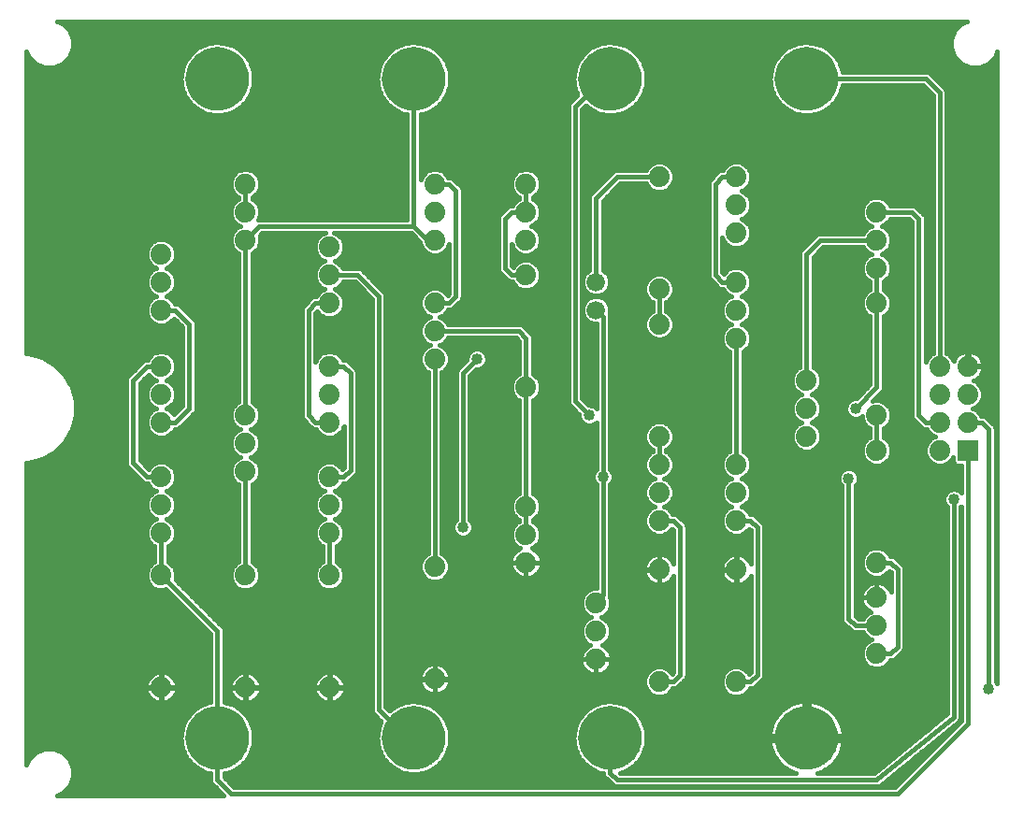
<source format=gbl>
G75*
%MOIN*%
%OFA0B0*%
%FSLAX24Y24*%
%IPPOS*%
%LPD*%
%AMOC8*
5,1,8,0,0,1.08239X$1,22.5*
%
%ADD10C,0.0740*%
%ADD11C,0.0660*%
%ADD12C,0.2200*%
%ADD13C,0.0080*%
%ADD14R,0.0740X0.0740*%
%ADD15C,0.0160*%
%ADD16C,0.0400*%
D10*
X005375Y004425D03*
X008375Y004425D03*
X011375Y004425D03*
X015125Y004725D03*
X011375Y008425D03*
X011375Y009925D03*
X011375Y010925D03*
X011375Y011925D03*
X011375Y013875D03*
X011375Y014875D03*
X011375Y015875D03*
X011375Y018125D03*
X011375Y019125D03*
X011375Y020125D03*
X008375Y020375D03*
X008375Y021375D03*
X008375Y022375D03*
X005375Y019875D03*
X005375Y018875D03*
X005375Y017875D03*
X005375Y015875D03*
X005375Y014875D03*
X005375Y013875D03*
X005375Y011925D03*
X005375Y010925D03*
X005375Y009925D03*
X005375Y008425D03*
X008375Y008425D03*
X008375Y012125D03*
X008375Y013125D03*
X008375Y014125D03*
X015125Y016125D03*
X015125Y017125D03*
X015125Y018125D03*
X015125Y020375D03*
X015125Y021375D03*
X015125Y022375D03*
X018375Y022375D03*
X018375Y021375D03*
X018375Y020375D03*
X018375Y019125D03*
X023125Y018625D03*
X023125Y017375D03*
X025875Y016875D03*
X025875Y017875D03*
X025875Y018875D03*
X025875Y020625D03*
X025875Y021625D03*
X025875Y022625D03*
X023125Y022625D03*
X030875Y021375D03*
X030875Y020375D03*
X030875Y019375D03*
X030875Y018125D03*
X033125Y015875D03*
X034125Y015875D03*
X034125Y014875D03*
X034125Y013875D03*
X033125Y013875D03*
X033125Y014875D03*
X030875Y014125D03*
X030875Y012875D03*
X033125Y012875D03*
X028375Y013375D03*
X028375Y014375D03*
X028375Y015375D03*
X025875Y012375D03*
X025875Y011375D03*
X025875Y010375D03*
X025875Y008625D03*
X023125Y008625D03*
X023125Y010375D03*
X023125Y011375D03*
X023125Y012375D03*
X023125Y013375D03*
X018375Y015125D03*
X018375Y010875D03*
X018375Y009875D03*
X018375Y008875D03*
X020875Y007425D03*
X020875Y006425D03*
X020875Y005425D03*
X023125Y004625D03*
X025875Y004625D03*
X030875Y005625D03*
X030875Y006625D03*
X030875Y007625D03*
X030875Y008875D03*
X015125Y008725D03*
D11*
X020875Y017875D03*
X020875Y018875D03*
D12*
X021375Y026125D03*
X014375Y026125D03*
X007375Y026125D03*
X028375Y026125D03*
X028375Y002625D03*
X021375Y002625D03*
X014375Y002625D03*
X007375Y002625D03*
D13*
X008191Y003358D02*
X006556Y003358D01*
X006544Y003345D02*
X006450Y003220D01*
X006374Y003082D01*
X006320Y002935D01*
X006286Y002782D01*
X006275Y002625D01*
X006288Y002458D01*
X006325Y002296D01*
X006387Y002141D01*
X006472Y001997D01*
X006578Y001867D01*
X006702Y001755D01*
X006841Y001663D01*
X006993Y001593D01*
X007154Y001548D01*
X007319Y001526D01*
X007486Y001531D01*
X007651Y001560D01*
X007809Y001614D01*
X007957Y001691D01*
X008092Y001790D01*
X008210Y001908D01*
X008309Y002043D01*
X008386Y002191D01*
X008440Y002349D01*
X008469Y002514D01*
X008474Y002681D01*
X008452Y002846D01*
X008407Y003007D01*
X008337Y003159D01*
X008245Y003298D01*
X008133Y003422D01*
X008003Y003528D01*
X007859Y003613D01*
X007704Y003675D01*
X007542Y003712D01*
X007375Y003725D01*
X007218Y003714D01*
X007065Y003680D01*
X006918Y003626D01*
X006780Y003550D01*
X006655Y003456D01*
X006544Y003345D01*
X006494Y003280D02*
X008257Y003280D01*
X008309Y003201D02*
X006439Y003201D01*
X006397Y003123D02*
X008353Y003123D01*
X008390Y003044D02*
X006360Y003044D01*
X006331Y002966D02*
X008418Y002966D01*
X008441Y002887D02*
X006309Y002887D01*
X006292Y002809D02*
X008457Y002809D01*
X008467Y002730D02*
X006283Y002730D01*
X006277Y002652D02*
X008473Y002652D01*
X008471Y002573D02*
X006279Y002573D01*
X006285Y002495D02*
X008466Y002495D01*
X008452Y002416D02*
X006298Y002416D01*
X006316Y002338D02*
X008436Y002338D01*
X008409Y002259D02*
X006340Y002259D01*
X006371Y002181D02*
X008380Y002181D01*
X008339Y002102D02*
X006410Y002102D01*
X006456Y002024D02*
X008294Y002024D01*
X008236Y001945D02*
X006514Y001945D01*
X006578Y001867D02*
X008168Y001867D01*
X008088Y001788D02*
X006665Y001788D01*
X006771Y001710D02*
X007981Y001710D01*
X007841Y001631D02*
X006911Y001631D01*
X007136Y001553D02*
X007608Y001553D01*
X008115Y003437D02*
X006635Y003437D01*
X006733Y003515D02*
X008019Y003515D01*
X007892Y003594D02*
X006859Y003594D01*
X007042Y003672D02*
X007711Y003672D01*
X013286Y002782D02*
X013275Y002625D01*
X013288Y002458D01*
X013325Y002296D01*
X013387Y002141D01*
X013472Y001997D01*
X013578Y001867D01*
X013702Y001755D01*
X013841Y001663D01*
X013993Y001593D01*
X014154Y001548D01*
X014319Y001526D01*
X014486Y001531D01*
X014651Y001560D01*
X014809Y001614D01*
X014957Y001691D01*
X015092Y001790D01*
X015210Y001908D01*
X015309Y002043D01*
X015386Y002191D01*
X015440Y002349D01*
X015469Y002514D01*
X015474Y002681D01*
X015452Y002846D01*
X015407Y003007D01*
X015337Y003159D01*
X015245Y003298D01*
X015133Y003422D01*
X015003Y003528D01*
X014859Y003613D01*
X014704Y003675D01*
X014542Y003712D01*
X014375Y003725D01*
X014218Y003714D01*
X014065Y003680D01*
X013918Y003626D01*
X013780Y003550D01*
X013655Y003456D01*
X013544Y003345D01*
X013450Y003220D01*
X013374Y003082D01*
X013320Y002935D01*
X013286Y002782D01*
X013292Y002809D02*
X015457Y002809D01*
X015441Y002887D02*
X013309Y002887D01*
X013331Y002966D02*
X015418Y002966D01*
X015390Y003044D02*
X013360Y003044D01*
X013397Y003123D02*
X015353Y003123D01*
X015309Y003201D02*
X013439Y003201D01*
X013494Y003280D02*
X015257Y003280D01*
X015191Y003358D02*
X013556Y003358D01*
X013635Y003437D02*
X015115Y003437D01*
X015019Y003515D02*
X013733Y003515D01*
X013859Y003594D02*
X014892Y003594D01*
X014711Y003672D02*
X014042Y003672D01*
X013283Y002730D02*
X015467Y002730D01*
X015473Y002652D02*
X013277Y002652D01*
X013279Y002573D02*
X015471Y002573D01*
X015466Y002495D02*
X013285Y002495D01*
X013298Y002416D02*
X015452Y002416D01*
X015436Y002338D02*
X013316Y002338D01*
X013340Y002259D02*
X015409Y002259D01*
X015380Y002181D02*
X013371Y002181D01*
X013410Y002102D02*
X015339Y002102D01*
X015294Y002024D02*
X013456Y002024D01*
X013514Y001945D02*
X015236Y001945D01*
X015168Y001867D02*
X013578Y001867D01*
X013665Y001788D02*
X015088Y001788D01*
X014981Y001710D02*
X013771Y001710D01*
X013911Y001631D02*
X014841Y001631D01*
X014608Y001553D02*
X014136Y001553D01*
X020288Y002458D02*
X020325Y002296D01*
X020387Y002141D01*
X020472Y001997D01*
X020578Y001867D01*
X020702Y001755D01*
X020841Y001663D01*
X020993Y001593D01*
X021154Y001548D01*
X021319Y001526D01*
X021486Y001531D01*
X021651Y001560D01*
X021809Y001614D01*
X021957Y001691D01*
X022092Y001790D01*
X022210Y001908D01*
X022309Y002043D01*
X022386Y002191D01*
X022440Y002349D01*
X022469Y002514D01*
X022474Y002681D01*
X022452Y002846D01*
X022407Y003007D01*
X022337Y003159D01*
X022245Y003298D01*
X022133Y003422D01*
X022003Y003528D01*
X021859Y003613D01*
X021704Y003675D01*
X021542Y003712D01*
X021375Y003725D01*
X021218Y003714D01*
X021065Y003680D01*
X020918Y003626D01*
X020780Y003550D01*
X020655Y003456D01*
X020544Y003345D01*
X020450Y003220D01*
X020374Y003082D01*
X020320Y002935D01*
X020286Y002782D01*
X020275Y002625D01*
X020288Y002458D01*
X020285Y002495D02*
X022466Y002495D01*
X022471Y002573D02*
X020279Y002573D01*
X020277Y002652D02*
X022473Y002652D01*
X022467Y002730D02*
X020283Y002730D01*
X020292Y002809D02*
X022457Y002809D01*
X022441Y002887D02*
X020309Y002887D01*
X020331Y002966D02*
X022418Y002966D01*
X022390Y003044D02*
X020360Y003044D01*
X020397Y003123D02*
X022353Y003123D01*
X022309Y003201D02*
X020439Y003201D01*
X020494Y003280D02*
X022257Y003280D01*
X022191Y003358D02*
X020556Y003358D01*
X020635Y003437D02*
X022115Y003437D01*
X022019Y003515D02*
X020733Y003515D01*
X020859Y003594D02*
X021892Y003594D01*
X021711Y003672D02*
X021042Y003672D01*
X020298Y002416D02*
X022452Y002416D01*
X022436Y002338D02*
X020316Y002338D01*
X020340Y002259D02*
X022409Y002259D01*
X022380Y002181D02*
X020371Y002181D01*
X020410Y002102D02*
X022339Y002102D01*
X022294Y002024D02*
X020456Y002024D01*
X020514Y001945D02*
X022236Y001945D01*
X022168Y001867D02*
X020578Y001867D01*
X020665Y001788D02*
X022088Y001788D01*
X021981Y001710D02*
X020771Y001710D01*
X020911Y001631D02*
X021841Y001631D01*
X021608Y001553D02*
X021136Y001553D01*
X027288Y002458D02*
X027325Y002296D01*
X027387Y002141D01*
X027472Y001997D01*
X027578Y001867D01*
X027702Y001755D01*
X027841Y001663D01*
X027993Y001593D01*
X028154Y001548D01*
X028319Y001526D01*
X028486Y001531D01*
X028651Y001560D01*
X028809Y001614D01*
X028957Y001691D01*
X029092Y001790D01*
X029210Y001908D01*
X029309Y002043D01*
X029386Y002191D01*
X029440Y002349D01*
X029469Y002514D01*
X029474Y002681D01*
X029452Y002846D01*
X029407Y003007D01*
X029337Y003159D01*
X029245Y003298D01*
X029133Y003422D01*
X029003Y003528D01*
X028859Y003613D01*
X028704Y003675D01*
X028542Y003712D01*
X028375Y003725D01*
X028218Y003714D01*
X028065Y003680D01*
X027918Y003626D01*
X027780Y003550D01*
X027655Y003456D01*
X027544Y003345D01*
X027450Y003220D01*
X027374Y003082D01*
X027320Y002935D01*
X027286Y002782D01*
X027275Y002625D01*
X027288Y002458D01*
X027285Y002495D02*
X029466Y002495D01*
X029471Y002573D02*
X027279Y002573D01*
X027277Y002652D02*
X029473Y002652D01*
X029467Y002730D02*
X027283Y002730D01*
X027292Y002809D02*
X029457Y002809D01*
X029441Y002887D02*
X027309Y002887D01*
X027331Y002966D02*
X029418Y002966D01*
X029390Y003044D02*
X027360Y003044D01*
X027397Y003123D02*
X029353Y003123D01*
X029309Y003201D02*
X027439Y003201D01*
X027494Y003280D02*
X029257Y003280D01*
X029191Y003358D02*
X027556Y003358D01*
X027635Y003437D02*
X029115Y003437D01*
X029019Y003515D02*
X027733Y003515D01*
X027859Y003594D02*
X028892Y003594D01*
X028711Y003672D02*
X028042Y003672D01*
X027298Y002416D02*
X029452Y002416D01*
X029436Y002338D02*
X027316Y002338D01*
X027340Y002259D02*
X029409Y002259D01*
X029380Y002181D02*
X027371Y002181D01*
X027410Y002102D02*
X029339Y002102D01*
X029294Y002024D02*
X027456Y002024D01*
X027514Y001945D02*
X029236Y001945D01*
X029168Y001867D02*
X027578Y001867D01*
X027665Y001788D02*
X029088Y001788D01*
X028981Y001710D02*
X027771Y001710D01*
X027911Y001631D02*
X028841Y001631D01*
X028608Y001553D02*
X028136Y001553D01*
X028319Y025026D02*
X028154Y025048D01*
X027993Y025093D01*
X027841Y025163D01*
X027702Y025255D01*
X027578Y025367D01*
X027472Y025497D01*
X027387Y025641D01*
X027325Y025796D01*
X027288Y025958D01*
X027275Y026125D01*
X027286Y026282D01*
X027320Y026435D01*
X027374Y026582D01*
X027450Y026720D01*
X027544Y026845D01*
X027655Y026956D01*
X027780Y027050D01*
X027918Y027126D01*
X028065Y027180D01*
X028218Y027214D01*
X028375Y027225D01*
X028542Y027212D01*
X028704Y027175D01*
X028859Y027113D01*
X029003Y027028D01*
X029133Y026922D01*
X029245Y026798D01*
X029337Y026659D01*
X029407Y026507D01*
X029452Y026346D01*
X029474Y026181D01*
X029469Y026014D01*
X029440Y025849D01*
X029386Y025691D01*
X029309Y025543D01*
X029210Y025408D01*
X029092Y025290D01*
X028957Y025191D01*
X028809Y025114D01*
X028651Y025060D01*
X028486Y025031D01*
X028319Y025026D01*
X027973Y025103D02*
X028775Y025103D01*
X028937Y025181D02*
X027814Y025181D01*
X027697Y025260D02*
X029050Y025260D01*
X029139Y025338D02*
X027610Y025338D01*
X027537Y025417D02*
X029216Y025417D01*
X029273Y025495D02*
X027473Y025495D01*
X027427Y025574D02*
X029324Y025574D01*
X029365Y025652D02*
X027383Y025652D01*
X027351Y025731D02*
X029399Y025731D01*
X029426Y025809D02*
X027322Y025809D01*
X027304Y025888D02*
X029447Y025888D01*
X029461Y025966D02*
X027287Y025966D01*
X027281Y026045D02*
X029470Y026045D01*
X029472Y026123D02*
X027275Y026123D01*
X027280Y026202D02*
X029471Y026202D01*
X029461Y026280D02*
X027286Y026280D01*
X027303Y026359D02*
X029449Y026359D01*
X029427Y026437D02*
X027320Y026437D01*
X027350Y026516D02*
X029403Y026516D01*
X029367Y026594D02*
X027381Y026594D01*
X027424Y026673D02*
X029328Y026673D01*
X029276Y026751D02*
X027473Y026751D01*
X027532Y026830D02*
X029217Y026830D01*
X029146Y026908D02*
X027606Y026908D01*
X027695Y026987D02*
X029054Y026987D01*
X028940Y027065D02*
X027807Y027065D01*
X027966Y027144D02*
X028782Y027144D01*
X028413Y027222D02*
X028334Y027222D01*
X022452Y026346D02*
X022407Y026507D01*
X022337Y026659D01*
X022245Y026798D01*
X022133Y026922D01*
X022003Y027028D01*
X021859Y027113D01*
X021704Y027175D01*
X021542Y027212D01*
X021375Y027225D01*
X021218Y027214D01*
X021065Y027180D01*
X020918Y027126D01*
X020780Y027050D01*
X020655Y026956D01*
X020544Y026845D01*
X020450Y026720D01*
X020374Y026582D01*
X020320Y026435D01*
X020286Y026282D01*
X020275Y026125D01*
X020288Y025958D01*
X020325Y025796D01*
X020387Y025641D01*
X020472Y025497D01*
X020578Y025367D01*
X020702Y025255D01*
X020841Y025163D01*
X020993Y025093D01*
X021154Y025048D01*
X021319Y025026D01*
X021486Y025031D01*
X021651Y025060D01*
X021809Y025114D01*
X021957Y025191D01*
X022092Y025290D01*
X022210Y025408D01*
X022309Y025543D01*
X022386Y025691D01*
X022440Y025849D01*
X022469Y026014D01*
X022474Y026181D01*
X022452Y026346D01*
X022449Y026359D02*
X020303Y026359D01*
X020320Y026437D02*
X022427Y026437D01*
X022403Y026516D02*
X020350Y026516D01*
X020381Y026594D02*
X022367Y026594D01*
X022328Y026673D02*
X020424Y026673D01*
X020473Y026751D02*
X022276Y026751D01*
X022217Y026830D02*
X020532Y026830D01*
X020606Y026908D02*
X022146Y026908D01*
X022054Y026987D02*
X020695Y026987D01*
X020807Y027065D02*
X021940Y027065D01*
X021782Y027144D02*
X020966Y027144D01*
X021334Y027222D02*
X021413Y027222D01*
X022461Y026280D02*
X020286Y026280D01*
X020280Y026202D02*
X022471Y026202D01*
X022472Y026123D02*
X020275Y026123D01*
X020281Y026045D02*
X022470Y026045D01*
X022461Y025966D02*
X020287Y025966D01*
X020304Y025888D02*
X022447Y025888D01*
X022426Y025809D02*
X020322Y025809D01*
X020351Y025731D02*
X022399Y025731D01*
X022365Y025652D02*
X020383Y025652D01*
X020427Y025574D02*
X022324Y025574D01*
X022273Y025495D02*
X020473Y025495D01*
X020537Y025417D02*
X022216Y025417D01*
X022139Y025338D02*
X020610Y025338D01*
X020697Y025260D02*
X022050Y025260D01*
X021937Y025181D02*
X020814Y025181D01*
X020973Y025103D02*
X021775Y025103D01*
X015469Y026014D02*
X015440Y025849D01*
X015386Y025691D01*
X015309Y025543D01*
X015210Y025408D01*
X015092Y025290D01*
X014957Y025191D01*
X014809Y025114D01*
X014651Y025060D01*
X014486Y025031D01*
X014319Y025026D01*
X014154Y025048D01*
X013993Y025093D01*
X013841Y025163D01*
X013702Y025255D01*
X013578Y025367D01*
X013472Y025497D01*
X013387Y025641D01*
X013325Y025796D01*
X013288Y025958D01*
X013275Y026125D01*
X013286Y026282D01*
X013320Y026435D01*
X013374Y026582D01*
X013450Y026720D01*
X013544Y026845D01*
X013655Y026956D01*
X013780Y027050D01*
X013918Y027126D01*
X014065Y027180D01*
X014218Y027214D01*
X014375Y027225D01*
X014542Y027212D01*
X014704Y027175D01*
X014859Y027113D01*
X015003Y027028D01*
X015133Y026922D01*
X015245Y026798D01*
X015337Y026659D01*
X015407Y026507D01*
X015452Y026346D01*
X015474Y026181D01*
X015469Y026014D01*
X015470Y026045D02*
X013281Y026045D01*
X013275Y026123D02*
X015472Y026123D01*
X015471Y026202D02*
X013280Y026202D01*
X013286Y026280D02*
X015461Y026280D01*
X015449Y026359D02*
X013303Y026359D01*
X013320Y026437D02*
X015427Y026437D01*
X015403Y026516D02*
X013350Y026516D01*
X013381Y026594D02*
X015367Y026594D01*
X015328Y026673D02*
X013424Y026673D01*
X013473Y026751D02*
X015276Y026751D01*
X015217Y026830D02*
X013532Y026830D01*
X013606Y026908D02*
X015146Y026908D01*
X015054Y026987D02*
X013695Y026987D01*
X013807Y027065D02*
X014940Y027065D01*
X014782Y027144D02*
X013966Y027144D01*
X014334Y027222D02*
X014413Y027222D01*
X015461Y025966D02*
X013287Y025966D01*
X013304Y025888D02*
X015447Y025888D01*
X015426Y025809D02*
X013322Y025809D01*
X013351Y025731D02*
X015399Y025731D01*
X015365Y025652D02*
X013383Y025652D01*
X013427Y025574D02*
X015324Y025574D01*
X015273Y025495D02*
X013473Y025495D01*
X013537Y025417D02*
X015216Y025417D01*
X015139Y025338D02*
X013610Y025338D01*
X013697Y025260D02*
X015050Y025260D01*
X014937Y025181D02*
X013814Y025181D01*
X013973Y025103D02*
X014775Y025103D01*
X008469Y026014D02*
X008440Y025849D01*
X008386Y025691D01*
X008309Y025543D01*
X008210Y025408D01*
X008092Y025290D01*
X007957Y025191D01*
X007809Y025114D01*
X007651Y025060D01*
X007486Y025031D01*
X007319Y025026D01*
X007154Y025048D01*
X006993Y025093D01*
X006841Y025163D01*
X006702Y025255D01*
X006578Y025367D01*
X006472Y025497D01*
X006387Y025641D01*
X006325Y025796D01*
X006288Y025958D01*
X006275Y026125D01*
X006286Y026282D01*
X006320Y026435D01*
X006374Y026582D01*
X006450Y026720D01*
X006544Y026845D01*
X006655Y026956D01*
X006780Y027050D01*
X006918Y027126D01*
X007065Y027180D01*
X007218Y027214D01*
X007375Y027225D01*
X007542Y027212D01*
X007704Y027175D01*
X007859Y027113D01*
X008003Y027028D01*
X008133Y026922D01*
X008245Y026798D01*
X008337Y026659D01*
X008407Y026507D01*
X008452Y026346D01*
X008474Y026181D01*
X008469Y026014D01*
X008470Y026045D02*
X006281Y026045D01*
X006275Y026123D02*
X008472Y026123D01*
X008471Y026202D02*
X006280Y026202D01*
X006286Y026280D02*
X008461Y026280D01*
X008449Y026359D02*
X006303Y026359D01*
X006320Y026437D02*
X008427Y026437D01*
X008403Y026516D02*
X006350Y026516D01*
X006381Y026594D02*
X008367Y026594D01*
X008328Y026673D02*
X006424Y026673D01*
X006473Y026751D02*
X008276Y026751D01*
X008217Y026830D02*
X006532Y026830D01*
X006606Y026908D02*
X008146Y026908D01*
X008054Y026987D02*
X006695Y026987D01*
X006807Y027065D02*
X007940Y027065D01*
X007782Y027144D02*
X006966Y027144D01*
X007334Y027222D02*
X007413Y027222D01*
X008461Y025966D02*
X006287Y025966D01*
X006304Y025888D02*
X008447Y025888D01*
X008426Y025809D02*
X006322Y025809D01*
X006351Y025731D02*
X008399Y025731D01*
X008365Y025652D02*
X006383Y025652D01*
X006427Y025574D02*
X008324Y025574D01*
X008273Y025495D02*
X006473Y025495D01*
X006537Y025417D02*
X008216Y025417D01*
X008139Y025338D02*
X006610Y025338D01*
X006697Y025260D02*
X008050Y025260D01*
X007937Y025181D02*
X006814Y025181D01*
X006973Y025103D02*
X007775Y025103D01*
D14*
X034125Y012875D03*
D15*
X001856Y000654D02*
X001665Y000575D01*
X007586Y000575D01*
X007239Y000922D01*
X007172Y000989D01*
X007135Y001077D01*
X007135Y001345D01*
X007113Y001351D01*
X007046Y001360D01*
X007036Y001373D01*
X007001Y001383D01*
X006985Y001377D01*
X006923Y001405D01*
X006858Y001424D01*
X006850Y001439D01*
X006817Y001454D01*
X006800Y001451D01*
X006744Y001488D01*
X006682Y001516D01*
X006676Y001532D01*
X006646Y001552D01*
X006629Y001551D01*
X006579Y001597D01*
X006522Y001634D01*
X006519Y001651D01*
X006492Y001675D01*
X006475Y001677D01*
X006432Y001729D01*
X006382Y001774D01*
X006381Y001792D01*
X006359Y001819D01*
X006342Y001824D01*
X006308Y001882D01*
X006265Y001934D01*
X006267Y001952D01*
X006248Y001983D01*
X006232Y001989D01*
X006207Y002052D01*
X006173Y002110D01*
X006177Y002127D01*
X006164Y002161D01*
X006149Y002170D01*
X006134Y002236D01*
X006109Y002298D01*
X006116Y002314D01*
X006108Y002349D01*
X006095Y002361D01*
X006089Y002428D01*
X006074Y002494D01*
X006083Y002509D01*
X006081Y002544D01*
X006070Y002557D01*
X006074Y002625D01*
X006069Y002692D01*
X006080Y002705D01*
X006082Y002729D01*
X006073Y002743D01*
X006088Y002810D01*
X006093Y002878D01*
X006105Y002889D01*
X006110Y002912D01*
X006103Y002927D01*
X006127Y002991D01*
X006142Y003058D01*
X006155Y003067D01*
X006164Y003089D01*
X006159Y003105D01*
X006192Y003165D01*
X006216Y003229D01*
X006231Y003236D01*
X006242Y003257D01*
X006240Y003273D01*
X006281Y003328D01*
X006314Y003388D01*
X006329Y003393D01*
X006344Y003412D01*
X006344Y003428D01*
X006392Y003477D01*
X006433Y003532D01*
X006449Y003534D01*
X006466Y003551D01*
X006468Y003567D01*
X006523Y003608D01*
X006572Y003656D01*
X006588Y003656D01*
X006607Y003671D01*
X006612Y003686D01*
X006672Y003719D01*
X006727Y003760D01*
X006743Y003758D01*
X006764Y003769D01*
X006771Y003784D01*
X006835Y003808D01*
X006895Y003841D01*
X006911Y003836D01*
X006933Y003845D01*
X006942Y003858D01*
X007009Y003873D01*
X007073Y003897D01*
X007088Y003890D01*
X007111Y003895D01*
X007122Y003907D01*
X007135Y003908D01*
X007135Y006326D01*
X005541Y007920D01*
X005480Y007895D01*
X005270Y007895D01*
X005075Y007976D01*
X004926Y008125D01*
X004845Y008320D01*
X004845Y008530D01*
X004926Y008725D01*
X005075Y008874D01*
X005135Y008899D01*
X005135Y009451D01*
X005075Y009476D01*
X004926Y009625D01*
X004845Y009820D01*
X004845Y010030D01*
X004926Y010225D01*
X005075Y010374D01*
X005197Y010425D01*
X005075Y010476D01*
X004926Y010625D01*
X004845Y010820D01*
X004845Y011030D01*
X004926Y011225D01*
X005075Y011374D01*
X005197Y011425D01*
X005075Y011476D01*
X004926Y011625D01*
X004901Y011685D01*
X004827Y011685D01*
X004739Y011722D01*
X004239Y012222D01*
X004172Y012289D01*
X004135Y012377D01*
X004135Y015423D01*
X004172Y015511D01*
X004672Y016011D01*
X004739Y016078D01*
X004827Y016115D01*
X004901Y016115D01*
X004926Y016175D01*
X005075Y016324D01*
X005270Y016405D01*
X005480Y016405D01*
X005675Y016324D01*
X005824Y016175D01*
X005905Y015980D01*
X005905Y015770D01*
X005824Y015575D01*
X005675Y015426D01*
X005553Y015375D01*
X005675Y015324D01*
X005824Y015175D01*
X005905Y014980D01*
X005905Y014770D01*
X005824Y014575D01*
X005675Y014426D01*
X005553Y014375D01*
X005675Y014324D01*
X005824Y014175D01*
X005828Y014167D01*
X006135Y014474D01*
X006135Y017276D01*
X005828Y017583D01*
X005824Y017575D01*
X005675Y017426D01*
X005480Y017345D01*
X005270Y017345D01*
X005075Y017426D01*
X004926Y017575D01*
X004845Y017770D01*
X004845Y017980D01*
X004926Y018175D01*
X005075Y018324D01*
X005197Y018375D01*
X005075Y018426D01*
X004926Y018575D01*
X004845Y018770D01*
X004845Y018980D01*
X004926Y019175D01*
X005075Y019324D01*
X005197Y019375D01*
X005075Y019426D01*
X004926Y019575D01*
X004845Y019770D01*
X004845Y019980D01*
X004926Y020175D01*
X005075Y020324D01*
X005270Y020405D01*
X005480Y020405D01*
X005675Y020324D01*
X005824Y020175D01*
X005905Y019980D01*
X005905Y019770D01*
X005824Y019575D01*
X005675Y019426D01*
X005553Y019375D01*
X005675Y019324D01*
X005824Y019175D01*
X005905Y018980D01*
X005905Y018770D01*
X005824Y018575D01*
X005675Y018426D01*
X005553Y018375D01*
X005675Y018324D01*
X005824Y018175D01*
X005849Y018115D01*
X005923Y018115D01*
X006011Y018078D01*
X006078Y018011D01*
X006578Y017511D01*
X006615Y017423D01*
X006615Y014327D01*
X006578Y014239D01*
X006511Y014172D01*
X006011Y013672D01*
X005923Y013635D01*
X005849Y013635D01*
X005824Y013575D01*
X005675Y013426D01*
X005480Y013345D01*
X005270Y013345D01*
X005075Y013426D01*
X004926Y013575D01*
X004845Y013770D01*
X004845Y013980D01*
X004926Y014175D01*
X005075Y014324D01*
X005197Y014375D01*
X005075Y014426D01*
X004926Y014575D01*
X004845Y014770D01*
X004845Y014980D01*
X004926Y015175D01*
X005075Y015324D01*
X005197Y015375D01*
X005075Y015426D01*
X004926Y015575D01*
X004922Y015583D01*
X004615Y015276D01*
X004615Y012524D01*
X004922Y012217D01*
X004926Y012225D01*
X005075Y012374D01*
X005270Y012455D01*
X005480Y012455D01*
X005675Y012374D01*
X005824Y012225D01*
X005905Y012030D01*
X005905Y011820D01*
X005824Y011625D01*
X005675Y011476D01*
X005553Y011425D01*
X005675Y011374D01*
X005824Y011225D01*
X005905Y011030D01*
X005905Y010820D01*
X005824Y010625D01*
X005675Y010476D01*
X005553Y010425D01*
X005675Y010374D01*
X005824Y010225D01*
X005905Y010030D01*
X005905Y009820D01*
X005824Y009625D01*
X005675Y009476D01*
X005615Y009451D01*
X005615Y008899D01*
X005675Y008874D01*
X005824Y008725D01*
X005905Y008530D01*
X005905Y008320D01*
X005880Y008259D01*
X007511Y006628D01*
X007578Y006561D01*
X007615Y006473D01*
X007615Y003907D01*
X007639Y003905D01*
X007651Y003892D01*
X007686Y003884D01*
X007702Y003891D01*
X007764Y003866D01*
X007830Y003851D01*
X007839Y003836D01*
X007873Y003823D01*
X007890Y003827D01*
X007948Y003793D01*
X008011Y003768D01*
X008017Y003752D01*
X008048Y003733D01*
X008066Y003735D01*
X008118Y003692D01*
X008176Y003658D01*
X008181Y003641D01*
X008208Y003619D01*
X008226Y003618D01*
X008271Y003568D01*
X008323Y003525D01*
X008325Y003508D01*
X008349Y003481D01*
X008366Y003478D01*
X008403Y003421D01*
X008449Y003371D01*
X008448Y003354D01*
X008468Y003324D01*
X008484Y003318D01*
X008512Y003256D01*
X008549Y003200D01*
X008546Y003183D01*
X008561Y003150D01*
X008576Y003142D01*
X008595Y003077D01*
X008623Y003015D01*
X008617Y002999D01*
X008627Y002964D01*
X008640Y002954D01*
X008649Y002887D01*
X008668Y002822D01*
X008659Y002807D01*
X008664Y002771D01*
X008676Y002758D01*
X008674Y002691D01*
X008682Y002624D01*
X008672Y002610D01*
X008671Y002574D01*
X008681Y002560D01*
X008669Y002493D01*
X008667Y002426D01*
X008655Y002414D01*
X008648Y002379D01*
X008656Y002363D01*
X008634Y002299D01*
X008622Y002232D01*
X008608Y002223D01*
X008596Y002189D01*
X008601Y002172D01*
X008570Y002112D01*
X008548Y002048D01*
X008533Y002041D01*
X008516Y002009D01*
X008519Y001992D01*
X008479Y001937D01*
X008447Y001877D01*
X008431Y001872D01*
X008410Y001843D01*
X008410Y001826D01*
X008362Y001778D01*
X008322Y001723D01*
X008305Y001721D01*
X008279Y001695D01*
X008277Y001678D01*
X008222Y001638D01*
X008174Y001590D01*
X008157Y001590D01*
X008128Y001569D01*
X008123Y001553D01*
X008063Y001521D01*
X008008Y001481D01*
X007991Y001484D01*
X007959Y001467D01*
X007952Y001452D01*
X007888Y001430D01*
X007828Y001399D01*
X007811Y001404D01*
X007777Y001392D01*
X007768Y001378D01*
X007701Y001366D01*
X007637Y001344D01*
X007621Y001352D01*
X007615Y001351D01*
X007615Y001224D01*
X007974Y000865D01*
X031526Y000865D01*
X033885Y003224D01*
X033885Y010876D01*
X033865Y010856D01*
X033865Y003410D01*
X033869Y003399D01*
X033865Y003363D01*
X033865Y003327D01*
X033860Y003316D01*
X033859Y003304D01*
X033842Y003272D01*
X033828Y003239D01*
X033820Y003230D01*
X033814Y003219D01*
X033786Y003197D01*
X033761Y003172D01*
X033750Y003167D01*
X031036Y000947D01*
X031011Y000922D01*
X031000Y000917D01*
X030990Y000909D01*
X030956Y000899D01*
X030923Y000885D01*
X030910Y000885D01*
X030899Y000881D01*
X030863Y000885D01*
X021577Y000885D01*
X021489Y000922D01*
X021422Y000989D01*
X021172Y001239D01*
X021135Y001327D01*
X021135Y001345D01*
X021113Y001351D01*
X021046Y001360D01*
X021036Y001373D01*
X021001Y001383D01*
X020985Y001377D01*
X020923Y001405D01*
X020858Y001424D01*
X020850Y001439D01*
X020817Y001454D01*
X020800Y001451D01*
X020744Y001488D01*
X020682Y001516D01*
X020676Y001532D01*
X020646Y001552D01*
X020629Y001551D01*
X020579Y001597D01*
X020522Y001634D01*
X020519Y001651D01*
X020492Y001675D01*
X020475Y001677D01*
X020432Y001729D01*
X020382Y001774D01*
X020381Y001792D01*
X020359Y001819D01*
X020342Y001824D01*
X020308Y001882D01*
X020265Y001934D01*
X020267Y001952D01*
X020248Y001983D01*
X020232Y001989D01*
X020207Y002052D01*
X020173Y002110D01*
X020177Y002127D01*
X020164Y002161D01*
X020149Y002170D01*
X020134Y002236D01*
X020109Y002298D01*
X020116Y002314D01*
X020108Y002349D01*
X020095Y002361D01*
X020089Y002428D01*
X020074Y002494D01*
X020083Y002509D01*
X020081Y002544D01*
X020070Y002557D01*
X020074Y002625D01*
X020069Y002692D01*
X020080Y002705D01*
X020082Y002729D01*
X020073Y002743D01*
X020088Y002810D01*
X020093Y002878D01*
X020105Y002889D01*
X020110Y002912D01*
X020103Y002927D01*
X020127Y002991D01*
X020142Y003058D01*
X020155Y003067D01*
X020164Y003089D01*
X020159Y003105D01*
X020192Y003165D01*
X020216Y003229D01*
X020231Y003236D01*
X020242Y003257D01*
X020240Y003273D01*
X020281Y003328D01*
X020314Y003388D01*
X020329Y003393D01*
X020344Y003412D01*
X020344Y003428D01*
X020392Y003477D01*
X020433Y003532D01*
X020449Y003534D01*
X020466Y003551D01*
X020468Y003567D01*
X020523Y003608D01*
X020572Y003656D01*
X020588Y003656D01*
X020607Y003671D01*
X020612Y003686D01*
X020672Y003719D01*
X020727Y003760D01*
X020743Y003758D01*
X020764Y003769D01*
X020771Y003784D01*
X020835Y003808D01*
X020895Y003841D01*
X020911Y003836D01*
X020933Y003845D01*
X020942Y003858D01*
X021009Y003873D01*
X021073Y003897D01*
X021088Y003890D01*
X021111Y003895D01*
X021122Y003907D01*
X021190Y003912D01*
X021257Y003927D01*
X021271Y003918D01*
X021295Y003920D01*
X021308Y003931D01*
X021375Y003926D01*
X021443Y003930D01*
X021456Y003919D01*
X021491Y003917D01*
X021506Y003926D01*
X021572Y003911D01*
X021639Y003905D01*
X021651Y003892D01*
X021686Y003884D01*
X021702Y003891D01*
X021764Y003866D01*
X021830Y003851D01*
X021839Y003836D01*
X021873Y003823D01*
X021890Y003827D01*
X021948Y003793D01*
X022011Y003768D01*
X022017Y003752D01*
X022048Y003733D01*
X022066Y003735D01*
X022118Y003692D01*
X022176Y003658D01*
X022181Y003641D01*
X022208Y003619D01*
X022226Y003618D01*
X022271Y003568D01*
X022323Y003525D01*
X022325Y003508D01*
X022349Y003481D01*
X022366Y003478D01*
X022403Y003421D01*
X022449Y003371D01*
X022448Y003354D01*
X022468Y003324D01*
X022484Y003318D01*
X022512Y003256D01*
X022549Y003200D01*
X022546Y003183D01*
X022561Y003150D01*
X022576Y003142D01*
X022595Y003077D01*
X022623Y003015D01*
X022617Y002999D01*
X022627Y002964D01*
X022640Y002954D01*
X022649Y002887D01*
X022668Y002822D01*
X022659Y002807D01*
X022664Y002771D01*
X022676Y002758D01*
X022674Y002691D01*
X022682Y002624D01*
X022672Y002610D01*
X022671Y002574D01*
X022681Y002560D01*
X022669Y002493D01*
X022667Y002426D01*
X022655Y002414D01*
X022648Y002379D01*
X022656Y002363D01*
X022634Y002299D01*
X022622Y002232D01*
X022608Y002223D01*
X022596Y002189D01*
X022601Y002172D01*
X022570Y002112D01*
X022548Y002048D01*
X022533Y002041D01*
X022516Y002009D01*
X022519Y001992D01*
X022479Y001937D01*
X022447Y001877D01*
X022431Y001872D01*
X022410Y001843D01*
X022410Y001826D01*
X022362Y001778D01*
X022322Y001723D01*
X022305Y001721D01*
X022279Y001695D01*
X022277Y001678D01*
X022222Y001638D01*
X022174Y001590D01*
X022157Y001590D01*
X022128Y001569D01*
X022123Y001553D01*
X022063Y001521D01*
X022008Y001481D01*
X021991Y001484D01*
X021959Y001467D01*
X021952Y001452D01*
X021888Y001430D01*
X021828Y001399D01*
X021811Y001404D01*
X021777Y001392D01*
X021768Y001378D01*
X021720Y001369D01*
X021724Y001365D01*
X027981Y001365D01*
X027963Y001370D01*
X027935Y001378D01*
X027935Y001378D01*
X027827Y001423D01*
X027804Y001433D01*
X027804Y001433D01*
X027698Y001491D01*
X027680Y001500D01*
X027680Y001500D01*
X027579Y001571D01*
X027564Y001581D01*
X027564Y001581D01*
X027470Y001663D01*
X027457Y001674D01*
X027457Y001674D01*
X027361Y001777D01*
X027361Y001777D01*
X027276Y001891D01*
X027276Y001891D01*
X027204Y002012D01*
X027204Y002012D01*
X027145Y002141D01*
X027145Y002141D01*
X027100Y002275D01*
X027100Y002275D01*
X027070Y002414D01*
X027070Y002414D01*
X027056Y002545D01*
X028295Y002545D01*
X028295Y002705D01*
X028295Y003944D01*
X028168Y003931D01*
X028033Y003902D01*
X027901Y003859D01*
X027775Y003803D01*
X027655Y003734D01*
X027543Y003652D01*
X027440Y003560D01*
X027348Y003457D01*
X027266Y003345D01*
X027240Y003299D01*
X027197Y003225D01*
X027173Y003171D01*
X027141Y003099D01*
X027141Y003099D01*
X027120Y003036D01*
X027098Y002967D01*
X027082Y002893D01*
X027069Y002832D01*
X027069Y002832D01*
X027056Y002705D01*
X028295Y002705D01*
X028455Y002705D01*
X028455Y003944D01*
X028586Y003930D01*
X028586Y003930D01*
X028660Y003914D01*
X028725Y003900D01*
X028725Y003900D01*
X028805Y003873D01*
X028859Y003855D01*
X028859Y003855D01*
X028943Y003817D01*
X028988Y003796D01*
X028988Y003796D01*
X029071Y003747D01*
X029109Y003724D01*
X029109Y003724D01*
X029190Y003664D01*
X029223Y003639D01*
X029223Y003639D01*
X029326Y003543D01*
X029326Y003543D01*
X029419Y003436D01*
X029419Y003436D01*
X029500Y003320D01*
X029500Y003320D01*
X029567Y003196D01*
X029567Y003196D01*
X029622Y003065D01*
X029622Y003065D01*
X029661Y002929D01*
X029661Y002929D01*
X029687Y002790D01*
X029687Y002790D01*
X029693Y002705D01*
X028455Y002705D01*
X028455Y002545D01*
X029693Y002545D01*
X029692Y002507D01*
X029671Y002367D01*
X029671Y002367D01*
X029636Y002230D01*
X029587Y002097D01*
X029524Y001971D01*
X029447Y001852D01*
X029358Y001742D01*
X029358Y001742D01*
X029258Y001642D01*
X029148Y001553D01*
X029029Y001476D01*
X028903Y001413D01*
X028774Y001365D01*
X030789Y001365D01*
X033385Y003489D01*
X033385Y010856D01*
X033320Y010921D01*
X033265Y011053D01*
X033265Y011197D01*
X033320Y011329D01*
X033421Y011430D01*
X033553Y011485D01*
X033697Y011485D01*
X033829Y011430D01*
X033885Y011374D01*
X033885Y012345D01*
X033689Y012345D01*
X033595Y012439D01*
X033595Y012625D01*
X033574Y012575D01*
X033425Y012426D01*
X033230Y012345D01*
X033020Y012345D01*
X032825Y012426D01*
X032676Y012575D01*
X032595Y012770D01*
X032595Y012980D01*
X032676Y013175D01*
X032825Y013324D01*
X032947Y013375D01*
X032825Y013426D01*
X032676Y013575D01*
X032651Y013635D01*
X032577Y013635D01*
X032489Y013672D01*
X032239Y013922D01*
X032172Y013989D01*
X032135Y014077D01*
X032135Y021026D01*
X032026Y021135D01*
X031349Y021135D01*
X031324Y021075D01*
X031175Y020926D01*
X031053Y020875D01*
X031175Y020824D01*
X031324Y020675D01*
X031405Y020480D01*
X031405Y020270D01*
X031324Y020075D01*
X031175Y019926D01*
X031053Y019875D01*
X031175Y019824D01*
X031324Y019675D01*
X031405Y019480D01*
X031405Y019270D01*
X031324Y019075D01*
X031175Y018926D01*
X031115Y018901D01*
X031115Y018599D01*
X031175Y018574D01*
X031324Y018425D01*
X031405Y018230D01*
X031405Y018020D01*
X031324Y017825D01*
X031175Y017676D01*
X031115Y017651D01*
X031115Y015077D01*
X031078Y014989D01*
X031011Y014922D01*
X030727Y014637D01*
X030770Y014655D01*
X030980Y014655D01*
X031175Y014574D01*
X031324Y014425D01*
X031405Y014230D01*
X031405Y014020D01*
X031324Y013825D01*
X031175Y013676D01*
X031115Y013651D01*
X031115Y013349D01*
X031175Y013324D01*
X031324Y013175D01*
X031405Y012980D01*
X031405Y012770D01*
X031324Y012575D01*
X031175Y012426D01*
X030980Y012345D01*
X030770Y012345D01*
X030575Y012426D01*
X030426Y012575D01*
X030345Y012770D01*
X030345Y012980D01*
X030426Y013175D01*
X030575Y013324D01*
X030635Y013349D01*
X030635Y013651D01*
X030575Y013676D01*
X030426Y013825D01*
X030345Y014020D01*
X030345Y014086D01*
X030329Y014070D01*
X030197Y014015D01*
X030053Y014015D01*
X029921Y014070D01*
X029820Y014171D01*
X029765Y014303D01*
X029765Y014447D01*
X029820Y014579D01*
X029921Y014680D01*
X030053Y014735D01*
X030146Y014735D01*
X030635Y015224D01*
X030635Y017651D01*
X030575Y017676D01*
X030426Y017825D01*
X030345Y018020D01*
X030345Y018230D01*
X030426Y018425D01*
X030575Y018574D01*
X030635Y018599D01*
X030635Y018901D01*
X030575Y018926D01*
X030426Y019075D01*
X030345Y019270D01*
X030345Y019480D01*
X030426Y019675D01*
X030575Y019824D01*
X030697Y019875D01*
X030575Y019926D01*
X030426Y020075D01*
X030401Y020135D01*
X028974Y020135D01*
X028615Y019776D01*
X028615Y015849D01*
X028675Y015824D01*
X028824Y015675D01*
X028905Y015480D01*
X028905Y015270D01*
X028824Y015075D01*
X028675Y014926D01*
X028553Y014875D01*
X028675Y014824D01*
X028824Y014675D01*
X028905Y014480D01*
X028905Y014270D01*
X028824Y014075D01*
X028675Y013926D01*
X028553Y013875D01*
X028675Y013824D01*
X028824Y013675D01*
X028905Y013480D01*
X028905Y013270D01*
X028824Y013075D01*
X028675Y012926D01*
X028480Y012845D01*
X028270Y012845D01*
X028075Y012926D01*
X027926Y013075D01*
X027845Y013270D01*
X027845Y013480D01*
X027926Y013675D01*
X028075Y013824D01*
X028197Y013875D01*
X028075Y013926D01*
X027926Y014075D01*
X027845Y014270D01*
X027845Y014480D01*
X027926Y014675D01*
X028075Y014824D01*
X028197Y014875D01*
X028075Y014926D01*
X027926Y015075D01*
X027845Y015270D01*
X027845Y015480D01*
X027926Y015675D01*
X028075Y015824D01*
X028135Y015849D01*
X028135Y019923D01*
X028172Y020011D01*
X028672Y020511D01*
X028739Y020578D01*
X028827Y020615D01*
X030401Y020615D01*
X030426Y020675D01*
X030575Y020824D01*
X030697Y020875D01*
X030575Y020926D01*
X030426Y021075D01*
X030345Y021270D01*
X030345Y021480D01*
X030426Y021675D01*
X030575Y021824D01*
X030770Y021905D01*
X030980Y021905D01*
X031175Y021824D01*
X031324Y021675D01*
X031349Y021615D01*
X032173Y021615D01*
X032261Y021578D01*
X032328Y021511D01*
X032578Y021261D01*
X032615Y021173D01*
X032615Y016029D01*
X032676Y016175D01*
X032825Y016324D01*
X032885Y016349D01*
X032885Y025526D01*
X032526Y025885D01*
X029649Y025885D01*
X029648Y025879D01*
X029656Y025863D01*
X029634Y025799D01*
X029622Y025732D01*
X029608Y025723D01*
X029596Y025689D01*
X029601Y025672D01*
X029570Y025612D01*
X029548Y025548D01*
X029533Y025541D01*
X029516Y025509D01*
X029519Y025492D01*
X029479Y025437D01*
X029447Y025377D01*
X029431Y025372D01*
X029410Y025343D01*
X029410Y025326D01*
X029362Y025278D01*
X029322Y025223D01*
X029305Y025221D01*
X029279Y025195D01*
X029277Y025178D01*
X029222Y025138D01*
X029174Y025090D01*
X029157Y025090D01*
X029128Y025069D01*
X029123Y025053D01*
X029063Y025021D01*
X029008Y024981D01*
X028991Y024984D01*
X028959Y024967D01*
X028952Y024952D01*
X028888Y024930D01*
X028828Y024899D01*
X028811Y024904D01*
X028777Y024892D01*
X028768Y024878D01*
X028701Y024866D01*
X028637Y024844D01*
X028621Y024852D01*
X028586Y024845D01*
X028574Y024833D01*
X028507Y024831D01*
X028440Y024819D01*
X028426Y024829D01*
X028390Y024828D01*
X028376Y024818D01*
X028309Y024826D01*
X028242Y024824D01*
X028229Y024836D01*
X028193Y024841D01*
X028178Y024832D01*
X028113Y024851D01*
X028046Y024860D01*
X028036Y024873D01*
X028001Y024883D01*
X027985Y024877D01*
X027923Y024905D01*
X027858Y024924D01*
X027850Y024939D01*
X027817Y024954D01*
X027800Y024951D01*
X027744Y024988D01*
X027682Y025016D01*
X027676Y025032D01*
X027646Y025052D01*
X027629Y025051D01*
X027579Y025097D01*
X027522Y025134D01*
X027519Y025151D01*
X027492Y025175D01*
X027475Y025177D01*
X027432Y025229D01*
X027382Y025274D01*
X027381Y025292D01*
X027359Y025319D01*
X027342Y025324D01*
X027308Y025382D01*
X027265Y025434D01*
X027267Y025452D01*
X027248Y025483D01*
X027232Y025489D01*
X027207Y025552D01*
X027173Y025610D01*
X027177Y025627D01*
X027164Y025661D01*
X027149Y025670D01*
X027134Y025736D01*
X027109Y025798D01*
X027116Y025814D01*
X027108Y025849D01*
X027095Y025861D01*
X027089Y025928D01*
X027074Y025994D01*
X027083Y026009D01*
X027081Y026044D01*
X027070Y026057D01*
X027074Y026125D01*
X027069Y026192D01*
X027080Y026205D01*
X027082Y026229D01*
X027073Y026243D01*
X027088Y026310D01*
X027093Y026378D01*
X027105Y026389D01*
X027110Y026412D01*
X027103Y026427D01*
X027127Y026491D01*
X027142Y026558D01*
X027155Y026567D01*
X027164Y026589D01*
X027159Y026605D01*
X027192Y026665D01*
X027216Y026729D01*
X027231Y026736D01*
X027242Y026757D01*
X027240Y026773D01*
X027281Y026828D01*
X027314Y026888D01*
X027329Y026893D01*
X027344Y026912D01*
X027344Y026928D01*
X027392Y026977D01*
X027433Y027032D01*
X027449Y027034D01*
X027466Y027051D01*
X027468Y027067D01*
X027523Y027108D01*
X027572Y027156D01*
X027588Y027156D01*
X027607Y027171D01*
X027612Y027186D01*
X027672Y027219D01*
X027727Y027260D01*
X027743Y027258D01*
X027764Y027269D01*
X027771Y027284D01*
X027835Y027308D01*
X027895Y027341D01*
X027911Y027336D01*
X027933Y027345D01*
X027942Y027358D01*
X028009Y027373D01*
X028073Y027397D01*
X028088Y027390D01*
X028111Y027395D01*
X028122Y027407D01*
X028190Y027412D01*
X028257Y027427D01*
X028271Y027418D01*
X028295Y027420D01*
X028308Y027431D01*
X028375Y027426D01*
X028443Y027430D01*
X028456Y027419D01*
X028491Y027417D01*
X028506Y027426D01*
X028572Y027411D01*
X028639Y027405D01*
X028651Y027392D01*
X028686Y027384D01*
X028702Y027391D01*
X028764Y027366D01*
X028830Y027351D01*
X028839Y027336D01*
X028873Y027323D01*
X028890Y027327D01*
X028948Y027293D01*
X029011Y027268D01*
X029017Y027252D01*
X029048Y027233D01*
X029066Y027235D01*
X029118Y027192D01*
X029176Y027158D01*
X029181Y027141D01*
X029208Y027119D01*
X029226Y027118D01*
X029271Y027068D01*
X029323Y027025D01*
X029325Y027008D01*
X029349Y026981D01*
X029366Y026978D01*
X029403Y026921D01*
X029449Y026871D01*
X029448Y026854D01*
X029468Y026824D01*
X029484Y026818D01*
X029512Y026756D01*
X029549Y026700D01*
X029546Y026683D01*
X029561Y026650D01*
X029576Y026642D01*
X029595Y026577D01*
X029623Y026515D01*
X029617Y026499D01*
X029627Y026464D01*
X029640Y026454D01*
X029649Y026387D01*
X029655Y026365D01*
X032673Y026365D01*
X032761Y026328D01*
X033261Y025828D01*
X033328Y025761D01*
X033365Y025673D01*
X033365Y016349D01*
X033425Y016324D01*
X033574Y016175D01*
X033614Y016081D01*
X033615Y016086D01*
X033655Y016163D01*
X033705Y016233D01*
X033767Y016295D01*
X033837Y016345D01*
X033914Y016385D01*
X033996Y016411D01*
X034082Y016425D01*
X034105Y016425D01*
X034105Y015895D01*
X034145Y015895D01*
X034145Y016425D01*
X034168Y016425D01*
X034254Y016411D01*
X034336Y016385D01*
X034413Y016345D01*
X034483Y016295D01*
X034545Y016233D01*
X034595Y016163D01*
X034635Y016086D01*
X034661Y016004D01*
X034675Y015918D01*
X034675Y015895D01*
X034145Y015895D01*
X034145Y015855D01*
X034675Y015855D01*
X034675Y015832D01*
X034661Y015746D01*
X034635Y015664D01*
X034595Y015587D01*
X034545Y015517D01*
X034483Y015455D01*
X034413Y015405D01*
X034336Y015365D01*
X034331Y015364D01*
X034425Y015324D01*
X034574Y015175D01*
X034655Y014980D01*
X034655Y014770D01*
X034574Y014575D01*
X034425Y014426D01*
X034303Y014375D01*
X034425Y014324D01*
X034574Y014175D01*
X034599Y014115D01*
X034673Y014115D01*
X034761Y014078D01*
X034828Y014011D01*
X035078Y013761D01*
X035115Y013673D01*
X035115Y004644D01*
X035175Y004584D01*
X035175Y027085D01*
X035096Y026894D01*
X035096Y026894D01*
X034856Y026654D01*
X034856Y026654D01*
X034544Y026525D01*
X034206Y026525D01*
X033894Y026654D01*
X033894Y026654D01*
X033654Y026894D01*
X033654Y026894D01*
X033525Y027206D01*
X033525Y027544D01*
X033654Y027856D01*
X033654Y027856D01*
X033654Y027856D01*
X033894Y028096D01*
X034085Y028175D01*
X001665Y028175D01*
X001856Y028096D01*
X001856Y028096D01*
X002096Y027856D01*
X002096Y027856D01*
X002225Y027544D01*
X002225Y027206D01*
X002096Y026894D01*
X002096Y026894D01*
X002096Y026894D01*
X001856Y026654D01*
X001856Y026654D01*
X001544Y026525D01*
X001206Y026525D01*
X000894Y026654D01*
X000894Y026654D01*
X000654Y026894D01*
X000654Y026894D01*
X000575Y027085D01*
X000575Y016325D01*
X000632Y016325D01*
X001128Y016192D01*
X001128Y016192D01*
X001572Y015935D01*
X001572Y015935D01*
X001935Y015572D01*
X001935Y015572D01*
X002192Y015128D01*
X002192Y015128D01*
X002325Y014632D01*
X002325Y014118D01*
X002192Y013622D01*
X002192Y013622D01*
X001935Y013178D01*
X001935Y013178D01*
X001935Y013178D01*
X001572Y012815D01*
X001572Y012815D01*
X001128Y012558D01*
X000632Y012425D01*
X000575Y012425D01*
X000575Y001665D01*
X000654Y001856D01*
X000654Y001856D01*
X000894Y002096D01*
X000894Y002096D01*
X001206Y002225D01*
X001544Y002225D01*
X001856Y002096D01*
X001856Y002096D01*
X002096Y001856D01*
X002096Y001856D01*
X002225Y001544D01*
X002225Y001206D01*
X002096Y000894D01*
X002096Y000894D01*
X001856Y000654D01*
X001856Y000654D01*
X001894Y000692D02*
X007469Y000692D01*
X007310Y000851D02*
X002053Y000851D01*
X002143Y001009D02*
X007163Y001009D01*
X007135Y001168D02*
X002209Y001168D01*
X002225Y001326D02*
X007135Y001326D01*
X007375Y001125D02*
X007375Y002625D01*
X007375Y006425D01*
X005375Y008425D01*
X005375Y009925D01*
X005866Y009727D02*
X008135Y009727D01*
X008135Y009885D02*
X005905Y009885D01*
X005900Y010044D02*
X008135Y010044D01*
X008135Y010202D02*
X005834Y010202D01*
X005689Y010361D02*
X008135Y010361D01*
X008135Y010519D02*
X005719Y010519D01*
X005846Y010678D02*
X008135Y010678D01*
X008135Y010836D02*
X005905Y010836D01*
X005905Y010995D02*
X008135Y010995D01*
X008135Y011153D02*
X005854Y011153D01*
X005738Y011312D02*
X008135Y011312D01*
X008135Y011470D02*
X005662Y011470D01*
X005826Y011629D02*
X008135Y011629D01*
X008135Y011651D02*
X008135Y008899D01*
X008075Y008874D01*
X007926Y008725D01*
X007845Y008530D01*
X007845Y008320D01*
X007926Y008125D01*
X008075Y007976D01*
X008270Y007895D01*
X008480Y007895D01*
X008675Y007976D01*
X008824Y008125D01*
X008905Y008320D01*
X008905Y008530D01*
X008824Y008725D01*
X008675Y008874D01*
X008615Y008899D01*
X008615Y011651D01*
X008675Y011676D01*
X008824Y011825D01*
X008905Y012020D01*
X008905Y012230D01*
X008824Y012425D01*
X008675Y012574D01*
X008553Y012625D01*
X008675Y012676D01*
X008824Y012825D01*
X008905Y013020D01*
X008905Y013230D01*
X008824Y013425D01*
X008675Y013574D01*
X008553Y013625D01*
X008675Y013676D01*
X008824Y013825D01*
X008905Y014020D01*
X008905Y014230D01*
X008824Y014425D01*
X008675Y014574D01*
X008615Y014599D01*
X008615Y019901D01*
X008675Y019926D01*
X008824Y020075D01*
X008905Y020270D01*
X008905Y020480D01*
X008880Y020541D01*
X008974Y020635D01*
X011221Y020635D01*
X011075Y020574D01*
X010926Y020425D01*
X010845Y020230D01*
X010845Y020020D01*
X010926Y019825D01*
X011075Y019676D01*
X011197Y019625D01*
X011075Y019574D01*
X010926Y019425D01*
X010845Y019230D01*
X010845Y019020D01*
X010926Y018825D01*
X011075Y018676D01*
X011197Y018625D01*
X011075Y018574D01*
X010926Y018425D01*
X010901Y018365D01*
X010827Y018365D01*
X010739Y018328D01*
X010489Y018078D01*
X010422Y018011D01*
X010385Y017923D01*
X010385Y014077D01*
X010422Y013989D01*
X010672Y013739D01*
X010739Y013672D01*
X010827Y013635D01*
X010901Y013635D01*
X010926Y013575D01*
X011075Y013426D01*
X011270Y013345D01*
X011480Y013345D01*
X011675Y013426D01*
X011824Y013575D01*
X011885Y013721D01*
X011885Y012274D01*
X011828Y012217D01*
X011824Y012225D01*
X011675Y012374D01*
X011480Y012455D01*
X011270Y012455D01*
X011075Y012374D01*
X010926Y012225D01*
X010845Y012030D01*
X010845Y011820D01*
X010926Y011625D01*
X011075Y011476D01*
X011197Y011425D01*
X011075Y011374D01*
X010926Y011225D01*
X010845Y011030D01*
X010845Y010820D01*
X010926Y010625D01*
X011075Y010476D01*
X011197Y010425D01*
X011075Y010374D01*
X010926Y010225D01*
X010845Y010030D01*
X010845Y009820D01*
X010926Y009625D01*
X011075Y009476D01*
X011135Y009451D01*
X011135Y008899D01*
X011075Y008874D01*
X010926Y008725D01*
X010845Y008530D01*
X010845Y008320D01*
X010926Y008125D01*
X011075Y007976D01*
X011270Y007895D01*
X011480Y007895D01*
X011675Y007976D01*
X011824Y008125D01*
X011905Y008320D01*
X011905Y008530D01*
X011824Y008725D01*
X011675Y008874D01*
X011615Y008899D01*
X011615Y009451D01*
X011675Y009476D01*
X011824Y009625D01*
X011905Y009820D01*
X011905Y010030D01*
X011824Y010225D01*
X011675Y010374D01*
X011553Y010425D01*
X011675Y010476D01*
X011824Y010625D01*
X011905Y010820D01*
X011905Y011030D01*
X011824Y011225D01*
X011675Y011374D01*
X011553Y011425D01*
X011675Y011476D01*
X011824Y011625D01*
X011849Y011685D01*
X011923Y011685D01*
X012011Y011722D01*
X012078Y011789D01*
X012328Y012039D01*
X012365Y012127D01*
X012365Y015673D01*
X012328Y015761D01*
X012261Y015828D01*
X012011Y016078D01*
X011923Y016115D01*
X011849Y016115D01*
X011824Y016175D01*
X011675Y016324D01*
X011480Y016405D01*
X011270Y016405D01*
X011075Y016324D01*
X010926Y016175D01*
X010865Y016029D01*
X010865Y017776D01*
X010922Y017833D01*
X010926Y017825D01*
X011075Y017676D01*
X011270Y017595D01*
X011480Y017595D01*
X011675Y017676D01*
X011824Y017825D01*
X011905Y018020D01*
X011905Y018230D01*
X011824Y018425D01*
X011675Y018574D01*
X011553Y018625D01*
X011675Y018676D01*
X011824Y018825D01*
X011849Y018885D01*
X012276Y018885D01*
X012885Y018276D01*
X012885Y003577D01*
X012922Y003489D01*
X013206Y003204D01*
X013192Y003165D01*
X013159Y003105D01*
X013164Y003089D01*
X013155Y003067D01*
X013142Y003058D01*
X013127Y002991D01*
X013103Y002927D01*
X013110Y002912D01*
X013105Y002889D01*
X013093Y002878D01*
X013088Y002810D01*
X013073Y002743D01*
X013082Y002729D01*
X013080Y002705D01*
X013069Y002692D01*
X013074Y002625D01*
X013070Y002557D01*
X013081Y002544D01*
X013083Y002509D01*
X013074Y002494D01*
X013089Y002428D01*
X013095Y002361D01*
X013108Y002349D01*
X013116Y002314D01*
X013109Y002298D01*
X013134Y002236D01*
X013149Y002170D01*
X013164Y002161D01*
X013177Y002127D01*
X013173Y002110D01*
X013207Y002052D01*
X013232Y001989D01*
X013248Y001983D01*
X013267Y001952D01*
X013265Y001934D01*
X013308Y001882D01*
X013342Y001824D01*
X013359Y001819D01*
X013381Y001792D01*
X013382Y001774D01*
X013432Y001729D01*
X013475Y001677D01*
X013492Y001675D01*
X013519Y001651D01*
X013522Y001634D01*
X013579Y001597D01*
X013629Y001551D01*
X013646Y001552D01*
X013676Y001532D01*
X013682Y001516D01*
X013744Y001488D01*
X013800Y001451D01*
X013817Y001454D01*
X013850Y001439D01*
X013858Y001424D01*
X013923Y001405D01*
X013985Y001377D01*
X014001Y001383D01*
X014036Y001373D01*
X014046Y001360D01*
X014113Y001351D01*
X014178Y001332D01*
X014193Y001341D01*
X014229Y001336D01*
X014242Y001324D01*
X014309Y001326D01*
X014376Y001318D01*
X014390Y001328D01*
X014426Y001329D01*
X014440Y001319D01*
X014507Y001331D01*
X014574Y001333D01*
X014586Y001345D01*
X014621Y001352D01*
X014637Y001344D01*
X014701Y001366D01*
X014768Y001378D01*
X014777Y001392D01*
X014811Y001404D01*
X014828Y001399D01*
X014888Y001430D01*
X014952Y001452D01*
X014959Y001467D01*
X014991Y001484D01*
X015008Y001481D01*
X015063Y001521D01*
X015123Y001553D01*
X015128Y001569D01*
X015157Y001590D01*
X015174Y001590D01*
X015222Y001638D01*
X015277Y001678D01*
X015279Y001695D01*
X015305Y001721D01*
X015322Y001723D01*
X015362Y001778D01*
X015410Y001826D01*
X015410Y001843D01*
X015431Y001872D01*
X015447Y001877D01*
X015479Y001937D01*
X015519Y001992D01*
X015516Y002009D01*
X015533Y002041D01*
X015548Y002048D01*
X015570Y002112D01*
X015601Y002172D01*
X015596Y002189D01*
X015608Y002223D01*
X015622Y002232D01*
X015634Y002299D01*
X015656Y002363D01*
X015648Y002379D01*
X015655Y002414D01*
X015667Y002426D01*
X015669Y002493D01*
X015681Y002560D01*
X015671Y002574D01*
X015672Y002610D01*
X015682Y002624D01*
X015674Y002691D01*
X015676Y002758D01*
X015664Y002771D01*
X015659Y002807D01*
X015668Y002822D01*
X015649Y002887D01*
X015640Y002954D01*
X015627Y002964D01*
X015617Y002999D01*
X015623Y003015D01*
X015595Y003077D01*
X015576Y003142D01*
X015561Y003150D01*
X015546Y003183D01*
X015549Y003200D01*
X015512Y003256D01*
X015484Y003318D01*
X015468Y003324D01*
X015448Y003354D01*
X015449Y003371D01*
X015403Y003421D01*
X015366Y003478D01*
X015349Y003481D01*
X015325Y003508D01*
X015323Y003525D01*
X015271Y003568D01*
X015226Y003618D01*
X015208Y003619D01*
X015181Y003641D01*
X015176Y003658D01*
X015118Y003692D01*
X015066Y003735D01*
X015048Y003733D01*
X015017Y003752D01*
X015011Y003768D01*
X014948Y003793D01*
X014890Y003827D01*
X014873Y003823D01*
X014839Y003836D01*
X014830Y003851D01*
X014764Y003866D01*
X014702Y003891D01*
X014686Y003884D01*
X014651Y003892D01*
X014639Y003905D01*
X014572Y003911D01*
X014506Y003926D01*
X014491Y003917D01*
X014456Y003919D01*
X014443Y003930D01*
X014375Y003926D01*
X014308Y003931D01*
X014295Y003920D01*
X014271Y003918D01*
X014257Y003927D01*
X014190Y003912D01*
X014122Y003907D01*
X014111Y003895D01*
X014088Y003890D01*
X014073Y003897D01*
X014009Y003873D01*
X013942Y003858D01*
X013933Y003845D01*
X013911Y003836D01*
X013895Y003841D01*
X013835Y003808D01*
X013771Y003784D01*
X013764Y003769D01*
X013743Y003758D01*
X013727Y003760D01*
X013672Y003719D01*
X013612Y003686D01*
X013607Y003671D01*
X013588Y003656D01*
X013572Y003656D01*
X013523Y003608D01*
X013499Y003590D01*
X013365Y003724D01*
X013365Y018423D01*
X013328Y018511D01*
X013261Y018578D01*
X012511Y019328D01*
X012423Y019365D01*
X011849Y019365D01*
X011824Y019425D01*
X011675Y019574D01*
X011553Y019625D01*
X011675Y019676D01*
X011824Y019825D01*
X011905Y020020D01*
X011905Y020230D01*
X011824Y020425D01*
X011675Y020574D01*
X011529Y020635D01*
X014276Y020635D01*
X014595Y020316D01*
X014595Y020270D01*
X014676Y020075D01*
X014825Y019926D01*
X015020Y019845D01*
X015230Y019845D01*
X015425Y019926D01*
X015574Y020075D01*
X015635Y020221D01*
X015635Y018474D01*
X015578Y018417D01*
X015574Y018425D01*
X015425Y018574D01*
X015230Y018655D01*
X015020Y018655D01*
X014825Y018574D01*
X014676Y018425D01*
X014595Y018230D01*
X014595Y018020D01*
X014676Y017825D01*
X014825Y017676D01*
X014947Y017625D01*
X014825Y017574D01*
X014676Y017425D01*
X014595Y017230D01*
X014595Y017020D01*
X014676Y016825D01*
X014825Y016676D01*
X014947Y016625D01*
X014825Y016574D01*
X014676Y016425D01*
X014595Y016230D01*
X014595Y016020D01*
X014676Y015825D01*
X014825Y015676D01*
X014885Y015651D01*
X014885Y009199D01*
X014825Y009174D01*
X014676Y009025D01*
X014595Y008830D01*
X014595Y008620D01*
X014676Y008425D01*
X014825Y008276D01*
X015020Y008195D01*
X015230Y008195D01*
X015425Y008276D01*
X015574Y008425D01*
X015655Y008620D01*
X015655Y008830D01*
X015574Y009025D01*
X015425Y009174D01*
X015365Y009199D01*
X015365Y015651D01*
X015425Y015676D01*
X015574Y015825D01*
X015655Y016020D01*
X015655Y016230D01*
X015574Y016425D01*
X015425Y016574D01*
X015303Y016625D01*
X015425Y016676D01*
X015574Y016825D01*
X015599Y016885D01*
X018026Y016885D01*
X018135Y016776D01*
X018135Y015599D01*
X018075Y015574D01*
X017926Y015425D01*
X017845Y015230D01*
X017845Y015020D01*
X017926Y014825D01*
X018075Y014676D01*
X018135Y014651D01*
X018135Y011349D01*
X018075Y011324D01*
X017926Y011175D01*
X017845Y010980D01*
X017845Y010770D01*
X017926Y010575D01*
X018075Y010426D01*
X018135Y010401D01*
X018135Y010349D01*
X018075Y010324D01*
X017926Y010175D01*
X017845Y009980D01*
X017845Y009770D01*
X017926Y009575D01*
X018075Y009426D01*
X018169Y009386D01*
X018164Y009385D01*
X018087Y009345D01*
X018017Y009295D01*
X017955Y009233D01*
X017905Y009163D01*
X017865Y009086D01*
X017839Y009004D01*
X017825Y008918D01*
X017825Y008875D01*
X018375Y008875D01*
X018375Y005925D01*
X018875Y005425D01*
X020875Y005425D01*
X021425Y005425D01*
X021425Y005468D01*
X021411Y005554D01*
X021385Y005636D01*
X021345Y005713D01*
X021295Y005783D01*
X021233Y005845D01*
X021163Y005895D01*
X021086Y005935D01*
X021081Y005936D01*
X021175Y005976D01*
X021324Y006125D01*
X021405Y006320D01*
X021405Y006530D01*
X021324Y006725D01*
X021175Y006874D01*
X021053Y006925D01*
X021175Y006976D01*
X021324Y007125D01*
X021405Y007320D01*
X021405Y007530D01*
X021355Y007652D01*
X021365Y007677D01*
X021365Y007688D01*
X021368Y007699D01*
X021365Y007736D01*
X021365Y011656D01*
X021430Y011721D01*
X021485Y011853D01*
X021485Y011997D01*
X021430Y012129D01*
X021365Y012194D01*
X021365Y017673D01*
X021343Y017725D01*
X021365Y017778D01*
X021365Y017972D01*
X021290Y018153D01*
X021153Y018290D01*
X020972Y018365D01*
X020778Y018365D01*
X020597Y018290D01*
X020460Y018153D01*
X020385Y017972D01*
X020385Y017778D01*
X020460Y017597D01*
X020597Y017460D01*
X020778Y017385D01*
X020885Y017385D01*
X020885Y014374D01*
X020829Y014430D01*
X020697Y014485D01*
X020604Y014485D01*
X020365Y014724D01*
X020365Y025026D01*
X020504Y025164D01*
X020519Y025151D01*
X020522Y025134D01*
X020579Y025097D01*
X020629Y025051D01*
X020646Y025052D01*
X020676Y025032D01*
X020682Y025016D01*
X020744Y024988D01*
X020800Y024951D01*
X020817Y024954D01*
X020850Y024939D01*
X020858Y024924D01*
X020923Y024905D01*
X020985Y024877D01*
X021001Y024883D01*
X021036Y024873D01*
X021046Y024860D01*
X021113Y024851D01*
X021178Y024832D01*
X021193Y024841D01*
X021229Y024836D01*
X021242Y024824D01*
X021309Y024826D01*
X021376Y024818D01*
X021390Y024828D01*
X021426Y024829D01*
X021440Y024819D01*
X021507Y024831D01*
X021574Y024833D01*
X021586Y024845D01*
X021621Y024852D01*
X021637Y024844D01*
X021701Y024866D01*
X021768Y024878D01*
X021777Y024892D01*
X021811Y024904D01*
X021828Y024899D01*
X021888Y024930D01*
X021952Y024952D01*
X021959Y024967D01*
X021991Y024984D01*
X022008Y024981D01*
X022063Y025021D01*
X022123Y025053D01*
X022128Y025069D01*
X022157Y025090D01*
X022174Y025090D01*
X022222Y025138D01*
X022277Y025178D01*
X022279Y025195D01*
X022305Y025221D01*
X022322Y025223D01*
X022362Y025278D01*
X022410Y025326D01*
X022410Y025343D01*
X022431Y025372D01*
X022447Y025377D01*
X022479Y025437D01*
X022519Y025492D01*
X022516Y025509D01*
X022533Y025541D01*
X022548Y025548D01*
X022570Y025612D01*
X022601Y025672D01*
X022596Y025689D01*
X022608Y025723D01*
X022622Y025732D01*
X022634Y025799D01*
X022656Y025863D01*
X022648Y025879D01*
X022655Y025914D01*
X022667Y025926D01*
X022669Y025993D01*
X022681Y026060D01*
X022671Y026074D01*
X022672Y026110D01*
X022682Y026124D01*
X022674Y026191D01*
X022676Y026258D01*
X022664Y026271D01*
X022659Y026307D01*
X022668Y026322D01*
X022649Y026387D01*
X022640Y026454D01*
X022627Y026464D01*
X022617Y026499D01*
X022623Y026515D01*
X022595Y026577D01*
X022576Y026642D01*
X022561Y026650D01*
X022546Y026683D01*
X022549Y026700D01*
X022512Y026756D01*
X022484Y026818D01*
X022468Y026824D01*
X022448Y026854D01*
X022449Y026871D01*
X022403Y026921D01*
X022366Y026978D01*
X022349Y026981D01*
X022325Y027008D01*
X022323Y027025D01*
X022271Y027068D01*
X022226Y027118D01*
X022208Y027119D01*
X022181Y027141D01*
X022176Y027158D01*
X022118Y027192D01*
X022066Y027235D01*
X022048Y027233D01*
X022017Y027252D01*
X022011Y027268D01*
X021948Y027293D01*
X021890Y027327D01*
X021873Y027323D01*
X021839Y027336D01*
X021830Y027351D01*
X021764Y027366D01*
X021702Y027391D01*
X021686Y027384D01*
X021651Y027392D01*
X021639Y027405D01*
X021572Y027411D01*
X021506Y027426D01*
X021491Y027417D01*
X021456Y027419D01*
X021443Y027430D01*
X021375Y027426D01*
X021308Y027431D01*
X021295Y027420D01*
X021271Y027418D01*
X021257Y027427D01*
X021190Y027412D01*
X021122Y027407D01*
X021111Y027395D01*
X021088Y027390D01*
X021073Y027397D01*
X021009Y027373D01*
X020942Y027358D01*
X020933Y027345D01*
X020911Y027336D01*
X020895Y027341D01*
X020835Y027308D01*
X020771Y027284D01*
X020764Y027269D01*
X020743Y027258D01*
X020727Y027260D01*
X020672Y027219D01*
X020612Y027186D01*
X020607Y027171D01*
X020588Y027156D01*
X020572Y027156D01*
X020523Y027108D01*
X020468Y027067D01*
X020466Y027051D01*
X020449Y027034D01*
X020433Y027032D01*
X020392Y026977D01*
X020344Y026928D01*
X020344Y026912D01*
X020329Y026893D01*
X020314Y026888D01*
X020281Y026828D01*
X020240Y026773D01*
X020242Y026757D01*
X020231Y026736D01*
X020216Y026729D01*
X020192Y026665D01*
X020159Y026605D01*
X020164Y026589D01*
X020155Y026567D01*
X020142Y026558D01*
X020127Y026491D01*
X020103Y026427D01*
X020110Y026412D01*
X020105Y026389D01*
X020093Y026378D01*
X020088Y026310D01*
X020073Y026243D01*
X020082Y026229D01*
X020080Y026205D01*
X020069Y026192D01*
X020074Y026125D01*
X020070Y026057D01*
X020081Y026044D01*
X020083Y026009D01*
X020074Y025994D01*
X020089Y025928D01*
X020095Y025861D01*
X020108Y025849D01*
X020116Y025814D01*
X020109Y025798D01*
X020134Y025736D01*
X020149Y025670D01*
X020164Y025661D01*
X020177Y025627D01*
X020173Y025610D01*
X020207Y025552D01*
X020209Y025548D01*
X019922Y025261D01*
X019885Y025173D01*
X019885Y014577D01*
X019922Y014489D01*
X019989Y014422D01*
X020265Y014146D01*
X020265Y014053D01*
X020320Y013921D01*
X020421Y013820D01*
X020553Y013765D01*
X020697Y013765D01*
X020829Y013820D01*
X020885Y013876D01*
X020885Y012194D01*
X020820Y012129D01*
X020765Y011997D01*
X020765Y011853D01*
X020820Y011721D01*
X020885Y011656D01*
X020885Y007955D01*
X020770Y007955D01*
X020575Y007874D01*
X020426Y007725D01*
X020345Y007530D01*
X020345Y007320D01*
X020426Y007125D01*
X020575Y006976D01*
X020697Y006925D01*
X020575Y006874D01*
X020426Y006725D01*
X020345Y006530D01*
X020345Y006320D01*
X020426Y006125D01*
X020575Y005976D01*
X020669Y005936D01*
X020664Y005935D01*
X020587Y005895D01*
X020517Y005845D01*
X020455Y005783D01*
X020405Y005713D01*
X020365Y005636D01*
X020339Y005554D01*
X020325Y005468D01*
X020325Y005425D01*
X020875Y005425D01*
X020875Y005425D01*
X020875Y005425D01*
X021425Y005425D01*
X021425Y005382D01*
X021411Y005296D01*
X021385Y005214D01*
X021345Y005137D01*
X021295Y005067D01*
X021233Y005005D01*
X021163Y004955D01*
X021086Y004915D01*
X021004Y004889D01*
X020918Y004875D01*
X020875Y004875D01*
X020875Y005425D01*
X020875Y005425D01*
X020325Y005425D01*
X020325Y005382D01*
X020339Y005296D01*
X020365Y005214D01*
X020405Y005137D01*
X020455Y005067D01*
X020517Y005005D01*
X020587Y004955D01*
X020664Y004915D01*
X020746Y004889D01*
X020832Y004875D01*
X020875Y004875D01*
X020875Y005425D01*
X020875Y005289D02*
X020875Y005289D01*
X020875Y005130D02*
X020875Y005130D01*
X020875Y004972D02*
X020875Y004972D01*
X021187Y004972D02*
X022722Y004972D01*
X022676Y004925D02*
X022595Y004730D01*
X022595Y004520D01*
X022676Y004325D01*
X022825Y004176D01*
X023020Y004095D01*
X023230Y004095D01*
X023425Y004176D01*
X023574Y004325D01*
X023599Y004385D01*
X023673Y004385D01*
X023761Y004422D01*
X024078Y004739D01*
X024115Y004827D01*
X024115Y010173D01*
X024078Y010261D01*
X023761Y010578D01*
X023673Y010615D01*
X023599Y010615D01*
X023574Y010675D01*
X023425Y010824D01*
X023303Y010875D01*
X023425Y010926D01*
X023574Y011075D01*
X023655Y011270D01*
X023655Y011480D01*
X023574Y011675D01*
X023425Y011824D01*
X023303Y011875D01*
X023425Y011926D01*
X023574Y012075D01*
X023655Y012270D01*
X023655Y012480D01*
X023574Y012675D01*
X023425Y012824D01*
X023365Y012849D01*
X023365Y012901D01*
X023425Y012926D01*
X023574Y013075D01*
X023655Y013270D01*
X023655Y013480D01*
X023574Y013675D01*
X023425Y013824D01*
X023230Y013905D01*
X023020Y013905D01*
X022825Y013824D01*
X022676Y013675D01*
X022595Y013480D01*
X022595Y013270D01*
X022676Y013075D01*
X022825Y012926D01*
X022885Y012901D01*
X022885Y012849D01*
X022825Y012824D01*
X022676Y012675D01*
X022595Y012480D01*
X022595Y012270D01*
X022676Y012075D01*
X022825Y011926D01*
X022947Y011875D01*
X022825Y011824D01*
X022676Y011675D01*
X022595Y011480D01*
X022595Y011270D01*
X022676Y011075D01*
X022825Y010926D01*
X022947Y010875D01*
X022825Y010824D01*
X022676Y010675D01*
X022595Y010480D01*
X022595Y010270D01*
X022676Y010075D01*
X022825Y009926D01*
X023020Y009845D01*
X023230Y009845D01*
X023425Y009926D01*
X023574Y010075D01*
X023578Y010083D01*
X023635Y010026D01*
X023635Y008835D01*
X023635Y008836D01*
X023595Y008913D01*
X023545Y008983D01*
X023483Y009045D01*
X023413Y009095D01*
X023336Y009135D01*
X023254Y009161D01*
X023168Y009175D01*
X023134Y009175D01*
X023134Y008634D01*
X023116Y008634D01*
X023116Y009175D01*
X023082Y009175D01*
X022996Y009161D01*
X022914Y009135D01*
X022837Y009095D01*
X022767Y009045D01*
X022705Y008983D01*
X022655Y008913D01*
X022615Y008836D01*
X022589Y008754D01*
X022575Y008668D01*
X022575Y008634D01*
X023116Y008634D01*
X023116Y008616D01*
X023134Y008616D01*
X023134Y008075D01*
X023168Y008075D01*
X023254Y008089D01*
X023336Y008115D01*
X023413Y008155D01*
X023483Y008205D01*
X023545Y008267D01*
X023595Y008337D01*
X023635Y008414D01*
X023635Y008415D01*
X023635Y004974D01*
X023578Y004917D01*
X023574Y004925D01*
X023425Y005074D01*
X023230Y005155D01*
X023020Y005155D01*
X022825Y005074D01*
X022676Y004925D01*
X022629Y004813D02*
X015668Y004813D01*
X015661Y004854D02*
X015635Y004936D01*
X015595Y005013D01*
X015545Y005083D01*
X015483Y005145D01*
X015413Y005195D01*
X015336Y005235D01*
X015254Y005261D01*
X015168Y005275D01*
X015134Y005275D01*
X015134Y004734D01*
X015116Y004734D01*
X015116Y005275D01*
X015082Y005275D01*
X014996Y005261D01*
X014914Y005235D01*
X014837Y005195D01*
X014767Y005145D01*
X014705Y005083D01*
X014655Y005013D01*
X014615Y004936D01*
X014589Y004854D01*
X014575Y004768D01*
X014575Y004734D01*
X015116Y004734D01*
X015116Y004716D01*
X014575Y004716D01*
X014575Y004682D01*
X014589Y004596D01*
X014615Y004514D01*
X014655Y004437D01*
X014705Y004367D01*
X014767Y004305D01*
X014837Y004255D01*
X014914Y004215D01*
X014996Y004189D01*
X015082Y004175D01*
X015116Y004175D01*
X015116Y004716D01*
X015134Y004716D01*
X015134Y004734D01*
X015675Y004734D01*
X015675Y004768D01*
X015661Y004854D01*
X015617Y004972D02*
X020563Y004972D01*
X020409Y005130D02*
X015498Y005130D01*
X015134Y005130D02*
X015116Y005130D01*
X015116Y004972D02*
X015134Y004972D01*
X015134Y004813D02*
X015116Y004813D01*
X015134Y004716D02*
X015675Y004716D01*
X015675Y004682D01*
X015661Y004596D01*
X015635Y004514D01*
X015595Y004437D01*
X015545Y004367D01*
X015483Y004305D01*
X015413Y004255D01*
X015336Y004215D01*
X015254Y004189D01*
X015168Y004175D01*
X015134Y004175D01*
X015134Y004716D01*
X015134Y004655D02*
X015116Y004655D01*
X015116Y004496D02*
X015134Y004496D01*
X015134Y004338D02*
X015116Y004338D01*
X015116Y004179D02*
X015134Y004179D01*
X015194Y004179D02*
X022821Y004179D01*
X022670Y004338D02*
X015515Y004338D01*
X015626Y004496D02*
X022605Y004496D01*
X022595Y004655D02*
X015671Y004655D01*
X015056Y004179D02*
X013365Y004179D01*
X013365Y004021D02*
X033385Y004021D01*
X033385Y004179D02*
X026179Y004179D01*
X026175Y004176D02*
X026324Y004325D01*
X026349Y004385D01*
X026423Y004385D01*
X026511Y004422D01*
X026828Y004739D01*
X026865Y004827D01*
X026865Y010173D01*
X026828Y010261D01*
X026578Y010511D01*
X026511Y010578D01*
X026423Y010615D01*
X026349Y010615D01*
X026324Y010675D01*
X026175Y010824D01*
X026053Y010875D01*
X026175Y010926D01*
X026324Y011075D01*
X026405Y011270D01*
X026405Y011480D01*
X026324Y011675D01*
X026175Y011824D01*
X026053Y011875D01*
X026175Y011926D01*
X026324Y012075D01*
X026405Y012270D01*
X026405Y012480D01*
X026324Y012675D01*
X026175Y012824D01*
X026115Y012849D01*
X026115Y016401D01*
X026175Y016426D01*
X026324Y016575D01*
X026405Y016770D01*
X026405Y016980D01*
X026324Y017175D01*
X026175Y017324D01*
X026053Y017375D01*
X026175Y017426D01*
X026324Y017575D01*
X026405Y017770D01*
X026405Y017980D01*
X026324Y018175D01*
X026175Y018324D01*
X026053Y018375D01*
X026175Y018426D01*
X026324Y018575D01*
X026405Y018770D01*
X026405Y018980D01*
X026324Y019175D01*
X026175Y019324D01*
X025980Y019405D01*
X025770Y019405D01*
X025575Y019324D01*
X025426Y019175D01*
X025422Y019167D01*
X025365Y019224D01*
X025365Y020471D01*
X025426Y020325D01*
X025575Y020176D01*
X025770Y020095D01*
X025980Y020095D01*
X026175Y020176D01*
X026324Y020325D01*
X026405Y020520D01*
X026405Y020730D01*
X026324Y020925D01*
X026175Y021074D01*
X026053Y021125D01*
X026175Y021176D01*
X026324Y021325D01*
X026405Y021520D01*
X026405Y021730D01*
X026324Y021925D01*
X026175Y022074D01*
X026053Y022125D01*
X026175Y022176D01*
X026324Y022325D01*
X026405Y022520D01*
X026405Y022730D01*
X026324Y022925D01*
X026175Y023074D01*
X025980Y023155D01*
X025770Y023155D01*
X025575Y023074D01*
X025426Y022925D01*
X025401Y022865D01*
X025327Y022865D01*
X025239Y022828D01*
X025172Y022761D01*
X024922Y022511D01*
X024885Y022423D01*
X024885Y019077D01*
X024922Y018989D01*
X024989Y018922D01*
X025239Y018672D01*
X025327Y018635D01*
X025401Y018635D01*
X025426Y018575D01*
X025575Y018426D01*
X025697Y018375D01*
X025575Y018324D01*
X025426Y018175D01*
X025345Y017980D01*
X025345Y017770D01*
X025426Y017575D01*
X025575Y017426D01*
X025697Y017375D01*
X025575Y017324D01*
X025426Y017175D01*
X025345Y016980D01*
X025345Y016770D01*
X025426Y016575D01*
X025575Y016426D01*
X025635Y016401D01*
X025635Y012849D01*
X025575Y012824D01*
X025426Y012675D01*
X025345Y012480D01*
X025345Y012270D01*
X025426Y012075D01*
X025575Y011926D01*
X025697Y011875D01*
X025575Y011824D01*
X025426Y011675D01*
X025345Y011480D01*
X025345Y011270D01*
X025426Y011075D01*
X025575Y010926D01*
X025697Y010875D01*
X025575Y010824D01*
X025426Y010675D01*
X025345Y010480D01*
X025345Y010270D01*
X025426Y010075D01*
X025575Y009926D01*
X025770Y009845D01*
X025980Y009845D01*
X026175Y009926D01*
X026324Y010075D01*
X026328Y010083D01*
X026385Y010026D01*
X026385Y008835D01*
X026385Y008836D01*
X026345Y008913D01*
X026295Y008983D01*
X026233Y009045D01*
X026163Y009095D01*
X026086Y009135D01*
X026004Y009161D01*
X025918Y009175D01*
X025884Y009175D01*
X025884Y008634D01*
X025866Y008634D01*
X025866Y009175D01*
X025832Y009175D01*
X025746Y009161D01*
X025664Y009135D01*
X025587Y009095D01*
X025517Y009045D01*
X025455Y008983D01*
X025405Y008913D01*
X025365Y008836D01*
X025339Y008754D01*
X025325Y008668D01*
X025325Y008634D01*
X025866Y008634D01*
X025866Y008616D01*
X025325Y008616D01*
X025325Y008582D01*
X025339Y008496D01*
X025365Y008414D01*
X025405Y008337D01*
X025455Y008267D01*
X025517Y008205D01*
X025587Y008155D01*
X025664Y008115D01*
X025746Y008089D01*
X025832Y008075D01*
X025866Y008075D01*
X025866Y008616D01*
X025884Y008616D01*
X025884Y008075D01*
X025918Y008075D01*
X026004Y008089D01*
X026086Y008115D01*
X026163Y008155D01*
X026233Y008205D01*
X026295Y008267D01*
X026345Y008337D01*
X026385Y008414D01*
X026385Y008415D01*
X026385Y004974D01*
X026328Y004917D01*
X026324Y004925D01*
X026175Y005074D01*
X025980Y005155D01*
X025770Y005155D01*
X025575Y005074D01*
X025426Y004925D01*
X025345Y004730D01*
X025345Y004520D01*
X025426Y004325D01*
X025575Y004176D01*
X025770Y004095D01*
X025980Y004095D01*
X026175Y004176D01*
X026330Y004338D02*
X033385Y004338D01*
X033385Y004496D02*
X026585Y004496D01*
X026744Y004655D02*
X033385Y004655D01*
X033385Y004813D02*
X026859Y004813D01*
X026865Y004972D02*
X033385Y004972D01*
X033385Y005130D02*
X031065Y005130D01*
X030980Y005095D02*
X031175Y005176D01*
X031324Y005325D01*
X031349Y005385D01*
X031423Y005385D01*
X031511Y005422D01*
X031761Y005672D01*
X031828Y005739D01*
X031865Y005827D01*
X031865Y008673D01*
X031828Y008761D01*
X031578Y009011D01*
X031511Y009078D01*
X031423Y009115D01*
X031349Y009115D01*
X031324Y009175D01*
X031175Y009324D01*
X030980Y009405D01*
X030770Y009405D01*
X030575Y009324D01*
X030426Y009175D01*
X030345Y008980D01*
X030345Y008770D01*
X030426Y008575D01*
X030575Y008426D01*
X030770Y008345D01*
X030980Y008345D01*
X031175Y008426D01*
X031324Y008575D01*
X031328Y008583D01*
X031385Y008526D01*
X031385Y007835D01*
X031385Y007836D01*
X031345Y007913D01*
X031295Y007983D01*
X031385Y007983D01*
X031295Y007983D02*
X031233Y008045D01*
X031163Y008095D01*
X031086Y008135D01*
X031004Y008161D01*
X030918Y008175D01*
X030875Y008175D01*
X030875Y007625D01*
X030875Y007625D01*
X030875Y007625D01*
X030325Y007625D01*
X030325Y007668D01*
X030339Y007754D01*
X030365Y007836D01*
X030405Y007913D01*
X030455Y007983D01*
X030115Y007983D01*
X030115Y007825D02*
X030362Y007825D01*
X030325Y007666D02*
X030115Y007666D01*
X030115Y007508D02*
X030337Y007508D01*
X030339Y007496D02*
X030365Y007414D01*
X030405Y007337D01*
X030455Y007267D01*
X030517Y007205D01*
X030587Y007155D01*
X030664Y007115D01*
X030669Y007114D01*
X030575Y007074D01*
X030426Y006925D01*
X030401Y006865D01*
X030224Y006865D01*
X030115Y006974D01*
X030115Y011606D01*
X030180Y011671D01*
X030235Y011803D01*
X030235Y011947D01*
X030180Y012079D01*
X030079Y012180D01*
X029947Y012235D01*
X029803Y012235D01*
X029671Y012180D01*
X029570Y012079D01*
X029515Y011947D01*
X029515Y011803D01*
X029570Y011671D01*
X029635Y011606D01*
X029635Y006827D01*
X029672Y006739D01*
X029739Y006672D01*
X029989Y006422D01*
X030077Y006385D01*
X030401Y006385D01*
X030426Y006325D01*
X030575Y006176D01*
X030697Y006125D01*
X030575Y006074D01*
X030426Y005925D01*
X030345Y005730D01*
X030345Y005520D01*
X030426Y005325D01*
X030575Y005176D01*
X030770Y005095D01*
X030980Y005095D01*
X030685Y005130D02*
X026865Y005130D01*
X026865Y005289D02*
X030462Y005289D01*
X030375Y005447D02*
X026865Y005447D01*
X026865Y005606D02*
X030345Y005606D01*
X030359Y005764D02*
X026865Y005764D01*
X026865Y005923D02*
X030425Y005923D01*
X030591Y006081D02*
X026865Y006081D01*
X026865Y006240D02*
X030511Y006240D01*
X030046Y006398D02*
X026865Y006398D01*
X026865Y006557D02*
X029854Y006557D01*
X029696Y006715D02*
X026865Y006715D01*
X026865Y006874D02*
X029635Y006874D01*
X029635Y007032D02*
X026865Y007032D01*
X026865Y007191D02*
X029635Y007191D01*
X029635Y007349D02*
X026865Y007349D01*
X026865Y007508D02*
X029635Y007508D01*
X029635Y007666D02*
X026865Y007666D01*
X026865Y007825D02*
X029635Y007825D01*
X029635Y007983D02*
X026865Y007983D01*
X026865Y008142D02*
X029635Y008142D01*
X029635Y008300D02*
X026865Y008300D01*
X026865Y008459D02*
X029635Y008459D01*
X029635Y008617D02*
X026865Y008617D01*
X026865Y008776D02*
X029635Y008776D01*
X029635Y008934D02*
X026865Y008934D01*
X026865Y009093D02*
X029635Y009093D01*
X029635Y009251D02*
X026865Y009251D01*
X026865Y009410D02*
X029635Y009410D01*
X029635Y009568D02*
X026865Y009568D01*
X026865Y009727D02*
X029635Y009727D01*
X029635Y009885D02*
X026865Y009885D01*
X026865Y010044D02*
X029635Y010044D01*
X029635Y010202D02*
X026853Y010202D01*
X026729Y010361D02*
X029635Y010361D01*
X029635Y010519D02*
X026570Y010519D01*
X026375Y010375D02*
X026625Y010125D01*
X026625Y004875D01*
X026375Y004625D01*
X025875Y004625D01*
X026278Y004972D02*
X026382Y004972D01*
X026385Y005130D02*
X026041Y005130D01*
X025709Y005130D02*
X024115Y005130D01*
X024115Y004972D02*
X025472Y004972D01*
X025379Y004813D02*
X024109Y004813D01*
X023994Y004655D02*
X025345Y004655D01*
X025355Y004496D02*
X023835Y004496D01*
X023625Y004625D02*
X023875Y004875D01*
X023875Y010125D01*
X023625Y010375D01*
X023125Y010375D01*
X022595Y010361D02*
X021365Y010361D01*
X021365Y010519D02*
X022611Y010519D01*
X022678Y010678D02*
X021365Y010678D01*
X021365Y010836D02*
X022853Y010836D01*
X022756Y010995D02*
X021365Y010995D01*
X021365Y011153D02*
X022643Y011153D01*
X022595Y011312D02*
X021365Y011312D01*
X021365Y011470D02*
X022595Y011470D01*
X022656Y011629D02*
X021365Y011629D01*
X021458Y011787D02*
X022787Y011787D01*
X022805Y011946D02*
X021485Y011946D01*
X021441Y012104D02*
X022664Y012104D01*
X022598Y012263D02*
X021365Y012263D01*
X021365Y012421D02*
X022595Y012421D01*
X022636Y012580D02*
X021365Y012580D01*
X021365Y012738D02*
X022738Y012738D01*
X022885Y012897D02*
X021365Y012897D01*
X021365Y013055D02*
X022695Y013055D01*
X022618Y013214D02*
X021365Y013214D01*
X021365Y013372D02*
X022595Y013372D01*
X022616Y013531D02*
X021365Y013531D01*
X021365Y013689D02*
X022689Y013689D01*
X022881Y013848D02*
X021365Y013848D01*
X021365Y014006D02*
X025635Y014006D01*
X025635Y013848D02*
X023369Y013848D01*
X023561Y013689D02*
X025635Y013689D01*
X025635Y013531D02*
X023634Y013531D01*
X023655Y013372D02*
X025635Y013372D01*
X025635Y013214D02*
X023632Y013214D01*
X023555Y013055D02*
X025635Y013055D01*
X025635Y012897D02*
X023365Y012897D01*
X023512Y012738D02*
X025488Y012738D01*
X025386Y012580D02*
X023614Y012580D01*
X023655Y012421D02*
X025345Y012421D01*
X025348Y012263D02*
X023652Y012263D01*
X023586Y012104D02*
X025414Y012104D01*
X025555Y011946D02*
X023445Y011946D01*
X023463Y011787D02*
X025537Y011787D01*
X025406Y011629D02*
X023594Y011629D01*
X023655Y011470D02*
X025345Y011470D01*
X025345Y011312D02*
X023655Y011312D01*
X023607Y011153D02*
X025393Y011153D01*
X025506Y010995D02*
X023494Y010995D01*
X023397Y010836D02*
X025603Y010836D01*
X025428Y010678D02*
X023572Y010678D01*
X023820Y010519D02*
X025361Y010519D01*
X025345Y010361D02*
X023979Y010361D01*
X024103Y010202D02*
X025373Y010202D01*
X025457Y010044D02*
X024115Y010044D01*
X024115Y009885D02*
X025673Y009885D01*
X026077Y009885D02*
X026385Y009885D01*
X026385Y009727D02*
X024115Y009727D01*
X024115Y009568D02*
X026385Y009568D01*
X026385Y009410D02*
X024115Y009410D01*
X024115Y009251D02*
X026385Y009251D01*
X026385Y009093D02*
X026167Y009093D01*
X026330Y008934D02*
X026385Y008934D01*
X025884Y008934D02*
X025866Y008934D01*
X025866Y008776D02*
X025884Y008776D01*
X025866Y008617D02*
X024115Y008617D01*
X024115Y008459D02*
X025351Y008459D01*
X025431Y008300D02*
X024115Y008300D01*
X024115Y008142D02*
X025612Y008142D01*
X025866Y008142D02*
X025884Y008142D01*
X025884Y008300D02*
X025866Y008300D01*
X025866Y008459D02*
X025884Y008459D01*
X026138Y008142D02*
X026385Y008142D01*
X026385Y008300D02*
X026319Y008300D01*
X026385Y007983D02*
X024115Y007983D01*
X024115Y007825D02*
X026385Y007825D01*
X026385Y007666D02*
X024115Y007666D01*
X024115Y007508D02*
X026385Y007508D01*
X026385Y007349D02*
X024115Y007349D01*
X024115Y007191D02*
X026385Y007191D01*
X026385Y007032D02*
X024115Y007032D01*
X024115Y006874D02*
X026385Y006874D01*
X026385Y006715D02*
X024115Y006715D01*
X024115Y006557D02*
X026385Y006557D01*
X026385Y006398D02*
X024115Y006398D01*
X024115Y006240D02*
X026385Y006240D01*
X026385Y006081D02*
X024115Y006081D01*
X024115Y005923D02*
X026385Y005923D01*
X026385Y005764D02*
X024115Y005764D01*
X024115Y005606D02*
X026385Y005606D01*
X026385Y005447D02*
X024115Y005447D01*
X024115Y005289D02*
X026385Y005289D01*
X025420Y004338D02*
X023580Y004338D01*
X023429Y004179D02*
X025571Y004179D01*
X027131Y003070D02*
X022598Y003070D01*
X022646Y002911D02*
X027086Y002911D01*
X027098Y002967D02*
X027098Y002967D01*
X027061Y002753D02*
X022675Y002753D01*
X022671Y002594D02*
X028295Y002594D01*
X028375Y002625D02*
X028375Y007125D01*
X029875Y006875D02*
X029875Y011875D01*
X029612Y011629D02*
X026344Y011629D01*
X026405Y011470D02*
X029635Y011470D01*
X029635Y011312D02*
X026405Y011312D01*
X026357Y011153D02*
X029635Y011153D01*
X029635Y010995D02*
X026244Y010995D01*
X026147Y010836D02*
X029635Y010836D01*
X029635Y010678D02*
X026322Y010678D01*
X026375Y010375D02*
X025875Y010375D01*
X026293Y010044D02*
X026367Y010044D01*
X025884Y009093D02*
X025866Y009093D01*
X025583Y009093D02*
X024115Y009093D01*
X024115Y008934D02*
X025420Y008934D01*
X025346Y008776D02*
X024115Y008776D01*
X023635Y008934D02*
X023580Y008934D01*
X023635Y009093D02*
X023417Y009093D01*
X023635Y009251D02*
X021365Y009251D01*
X021365Y009093D02*
X022833Y009093D01*
X022670Y008934D02*
X021365Y008934D01*
X021365Y008776D02*
X022596Y008776D01*
X022575Y008616D02*
X022575Y008582D01*
X022589Y008496D01*
X022615Y008414D01*
X022655Y008337D01*
X022705Y008267D01*
X022767Y008205D01*
X022837Y008155D01*
X022914Y008115D01*
X022996Y008089D01*
X023082Y008075D01*
X023116Y008075D01*
X023116Y008616D01*
X022575Y008616D01*
X022601Y008459D02*
X021365Y008459D01*
X021365Y008617D02*
X023116Y008617D01*
X023116Y008459D02*
X023134Y008459D01*
X023134Y008300D02*
X023116Y008300D01*
X023116Y008142D02*
X023134Y008142D01*
X023388Y008142D02*
X023635Y008142D01*
X023635Y008300D02*
X023569Y008300D01*
X023635Y007983D02*
X021365Y007983D01*
X021365Y007825D02*
X023635Y007825D01*
X023635Y007666D02*
X021360Y007666D01*
X021405Y007508D02*
X023635Y007508D01*
X023635Y007349D02*
X021405Y007349D01*
X021352Y007191D02*
X023635Y007191D01*
X023635Y007032D02*
X021232Y007032D01*
X021176Y006874D02*
X023635Y006874D01*
X023635Y006715D02*
X021329Y006715D01*
X021394Y006557D02*
X023635Y006557D01*
X023635Y006398D02*
X021405Y006398D01*
X021372Y006240D02*
X023635Y006240D01*
X023635Y006081D02*
X021281Y006081D01*
X021110Y005923D02*
X023635Y005923D01*
X023635Y005764D02*
X021309Y005764D01*
X021395Y005606D02*
X023635Y005606D01*
X023635Y005447D02*
X021425Y005447D01*
X021409Y005289D02*
X023635Y005289D01*
X023635Y005130D02*
X023291Y005130D01*
X023528Y004972D02*
X023632Y004972D01*
X023625Y004625D02*
X023125Y004625D01*
X022959Y005130D02*
X021341Y005130D01*
X020341Y005289D02*
X013365Y005289D01*
X013365Y005447D02*
X020325Y005447D01*
X020355Y005606D02*
X013365Y005606D01*
X013365Y005764D02*
X020441Y005764D01*
X020640Y005923D02*
X013365Y005923D01*
X013365Y006081D02*
X020469Y006081D01*
X020378Y006240D02*
X013365Y006240D01*
X013365Y006398D02*
X020345Y006398D01*
X020356Y006557D02*
X013365Y006557D01*
X013365Y006715D02*
X020421Y006715D01*
X020574Y006874D02*
X013365Y006874D01*
X013365Y007032D02*
X020518Y007032D01*
X020398Y007191D02*
X013365Y007191D01*
X013365Y007349D02*
X020345Y007349D01*
X020345Y007508D02*
X013365Y007508D01*
X013365Y007666D02*
X020401Y007666D01*
X020525Y007825D02*
X013365Y007825D01*
X013365Y007983D02*
X020885Y007983D01*
X020885Y008142D02*
X013365Y008142D01*
X013365Y008300D02*
X014800Y008300D01*
X014662Y008459D02*
X013365Y008459D01*
X013365Y008617D02*
X014596Y008617D01*
X014595Y008776D02*
X013365Y008776D01*
X013365Y008934D02*
X014638Y008934D01*
X014743Y009093D02*
X013365Y009093D01*
X013365Y009251D02*
X014885Y009251D01*
X014885Y009410D02*
X013365Y009410D01*
X013365Y009568D02*
X014885Y009568D01*
X014885Y009727D02*
X013365Y009727D01*
X013365Y009885D02*
X014885Y009885D01*
X014885Y010044D02*
X013365Y010044D01*
X013365Y010202D02*
X014885Y010202D01*
X014885Y010361D02*
X013365Y010361D01*
X013365Y010519D02*
X014885Y010519D01*
X014885Y010678D02*
X013365Y010678D01*
X013365Y010836D02*
X014885Y010836D01*
X014885Y010995D02*
X013365Y010995D01*
X013365Y011153D02*
X014885Y011153D01*
X014885Y011312D02*
X013365Y011312D01*
X013365Y011470D02*
X014885Y011470D01*
X014885Y011629D02*
X013365Y011629D01*
X013365Y011787D02*
X014885Y011787D01*
X014885Y011946D02*
X013365Y011946D01*
X013365Y012104D02*
X014885Y012104D01*
X014885Y012263D02*
X013365Y012263D01*
X013365Y012421D02*
X014885Y012421D01*
X014885Y012580D02*
X013365Y012580D01*
X013365Y012738D02*
X014885Y012738D01*
X014885Y012897D02*
X013365Y012897D01*
X013365Y013055D02*
X014885Y013055D01*
X014885Y013214D02*
X013365Y013214D01*
X013365Y013372D02*
X014885Y013372D01*
X014885Y013531D02*
X013365Y013531D01*
X013365Y013689D02*
X014885Y013689D01*
X014885Y013848D02*
X013365Y013848D01*
X013365Y014006D02*
X014885Y014006D01*
X014885Y014165D02*
X013365Y014165D01*
X013365Y014323D02*
X014885Y014323D01*
X014885Y014482D02*
X013365Y014482D01*
X013365Y014640D02*
X014885Y014640D01*
X014885Y014799D02*
X013365Y014799D01*
X013365Y014957D02*
X014885Y014957D01*
X014885Y015116D02*
X013365Y015116D01*
X013365Y015274D02*
X014885Y015274D01*
X014885Y015433D02*
X013365Y015433D01*
X013365Y015591D02*
X014885Y015591D01*
X014751Y015750D02*
X013365Y015750D01*
X013365Y015908D02*
X014641Y015908D01*
X014595Y016067D02*
X013365Y016067D01*
X013365Y016225D02*
X014595Y016225D01*
X014658Y016384D02*
X013365Y016384D01*
X013365Y016542D02*
X014792Y016542D01*
X014800Y016701D02*
X013365Y016701D01*
X013365Y016859D02*
X014662Y016859D01*
X014596Y017018D02*
X013365Y017018D01*
X013365Y017176D02*
X014595Y017176D01*
X014638Y017335D02*
X013365Y017335D01*
X013365Y017493D02*
X014743Y017493D01*
X014883Y017652D02*
X013365Y017652D01*
X013365Y017810D02*
X014690Y017810D01*
X014616Y017969D02*
X013365Y017969D01*
X013365Y018127D02*
X014595Y018127D01*
X014618Y018286D02*
X013365Y018286D01*
X013356Y018444D02*
X014694Y018444D01*
X014893Y018603D02*
X013237Y018603D01*
X013078Y018761D02*
X015635Y018761D01*
X015635Y018603D02*
X015357Y018603D01*
X015556Y018444D02*
X015605Y018444D01*
X015875Y018375D02*
X015625Y018125D01*
X015125Y018125D01*
X015599Y017885D02*
X015673Y017885D01*
X015761Y017922D01*
X015828Y017989D01*
X016078Y018239D01*
X016115Y018327D01*
X016115Y022173D01*
X016078Y022261D01*
X016011Y022328D01*
X015761Y022578D01*
X015673Y022615D01*
X015599Y022615D01*
X015574Y022675D01*
X015425Y022824D01*
X015230Y022905D01*
X015020Y022905D01*
X014825Y022824D01*
X014676Y022675D01*
X014615Y022529D01*
X014615Y024851D01*
X014621Y024852D01*
X014637Y024844D01*
X014701Y024866D01*
X014768Y024878D01*
X014777Y024892D01*
X014811Y024904D01*
X014828Y024899D01*
X014888Y024930D01*
X014952Y024952D01*
X014959Y024967D01*
X014991Y024984D01*
X015008Y024981D01*
X015063Y025021D01*
X015123Y025053D01*
X015128Y025069D01*
X015157Y025090D01*
X015174Y025090D01*
X015222Y025138D01*
X015277Y025178D01*
X015279Y025195D01*
X015305Y025221D01*
X015322Y025223D01*
X015362Y025278D01*
X015410Y025326D01*
X015410Y025343D01*
X015431Y025372D01*
X015447Y025377D01*
X015479Y025437D01*
X015519Y025492D01*
X015516Y025509D01*
X015533Y025541D01*
X015548Y025548D01*
X015570Y025612D01*
X015601Y025672D01*
X015596Y025689D01*
X015608Y025723D01*
X015622Y025732D01*
X015634Y025799D01*
X015656Y025863D01*
X015648Y025879D01*
X015655Y025914D01*
X015667Y025926D01*
X015669Y025993D01*
X015681Y026060D01*
X015671Y026074D01*
X015672Y026110D01*
X015682Y026124D01*
X015674Y026191D01*
X015676Y026258D01*
X015664Y026271D01*
X015659Y026307D01*
X015668Y026322D01*
X015649Y026387D01*
X015640Y026454D01*
X015627Y026464D01*
X015617Y026499D01*
X015623Y026515D01*
X015595Y026577D01*
X015576Y026642D01*
X015561Y026650D01*
X015546Y026683D01*
X015549Y026700D01*
X015512Y026756D01*
X015484Y026818D01*
X015468Y026824D01*
X015448Y026854D01*
X015449Y026871D01*
X015403Y026921D01*
X015366Y026978D01*
X015349Y026981D01*
X015325Y027008D01*
X015323Y027025D01*
X015271Y027068D01*
X015226Y027118D01*
X015208Y027119D01*
X015181Y027141D01*
X015176Y027158D01*
X015118Y027192D01*
X015066Y027235D01*
X015048Y027233D01*
X015017Y027252D01*
X015011Y027268D01*
X014948Y027293D01*
X014890Y027327D01*
X014873Y027323D01*
X014839Y027336D01*
X014830Y027351D01*
X014764Y027366D01*
X014702Y027391D01*
X014686Y027384D01*
X014651Y027392D01*
X014639Y027405D01*
X014572Y027411D01*
X014506Y027426D01*
X014491Y027417D01*
X014456Y027419D01*
X014443Y027430D01*
X014375Y027426D01*
X014308Y027431D01*
X014295Y027420D01*
X014271Y027418D01*
X014257Y027427D01*
X014190Y027412D01*
X014122Y027407D01*
X014111Y027395D01*
X014088Y027390D01*
X014073Y027397D01*
X014009Y027373D01*
X013942Y027358D01*
X013933Y027345D01*
X013911Y027336D01*
X013895Y027341D01*
X013835Y027308D01*
X013771Y027284D01*
X013764Y027269D01*
X013743Y027258D01*
X013727Y027260D01*
X013672Y027219D01*
X013612Y027186D01*
X013607Y027171D01*
X013588Y027156D01*
X013572Y027156D01*
X013523Y027108D01*
X013468Y027067D01*
X013466Y027051D01*
X013449Y027034D01*
X013433Y027032D01*
X013392Y026977D01*
X013344Y026928D01*
X013344Y026912D01*
X013329Y026893D01*
X013314Y026888D01*
X013281Y026828D01*
X013240Y026773D01*
X013242Y026757D01*
X013231Y026736D01*
X013216Y026729D01*
X013192Y026665D01*
X013159Y026605D01*
X013164Y026589D01*
X013155Y026567D01*
X013142Y026558D01*
X013127Y026491D01*
X013103Y026427D01*
X013110Y026412D01*
X013105Y026389D01*
X013093Y026378D01*
X013088Y026310D01*
X013073Y026243D01*
X013082Y026229D01*
X013080Y026205D01*
X013069Y026192D01*
X013074Y026125D01*
X013070Y026057D01*
X013081Y026044D01*
X013083Y026009D01*
X013074Y025994D01*
X013089Y025928D01*
X013095Y025861D01*
X013108Y025849D01*
X013116Y025814D01*
X013109Y025798D01*
X013134Y025736D01*
X013149Y025670D01*
X013164Y025661D01*
X013177Y025627D01*
X013173Y025610D01*
X013207Y025552D01*
X013232Y025489D01*
X013248Y025483D01*
X013267Y025452D01*
X013265Y025434D01*
X013308Y025382D01*
X013342Y025324D01*
X013359Y025319D01*
X013381Y025292D01*
X013382Y025274D01*
X013432Y025229D01*
X013475Y025177D01*
X013492Y025175D01*
X013519Y025151D01*
X013522Y025134D01*
X013579Y025097D01*
X013629Y025051D01*
X013646Y025052D01*
X013676Y025032D01*
X013682Y025016D01*
X013744Y024988D01*
X013800Y024951D01*
X013817Y024954D01*
X013850Y024939D01*
X013858Y024924D01*
X013923Y024905D01*
X013985Y024877D01*
X014001Y024883D01*
X014036Y024873D01*
X014046Y024860D01*
X014113Y024851D01*
X014135Y024845D01*
X014135Y021115D01*
X008841Y021115D01*
X008905Y021270D01*
X008905Y021480D01*
X008824Y021675D01*
X008675Y021824D01*
X008615Y021849D01*
X008615Y021901D01*
X008675Y021926D01*
X008824Y022075D01*
X008905Y022270D01*
X008905Y022480D01*
X008824Y022675D01*
X008675Y022824D01*
X008480Y022905D01*
X008270Y022905D01*
X008075Y022824D01*
X007926Y022675D01*
X007845Y022480D01*
X007845Y022270D01*
X007926Y022075D01*
X008075Y021926D01*
X008135Y021901D01*
X008135Y021849D01*
X008075Y021824D01*
X007926Y021675D01*
X007845Y021480D01*
X007845Y021270D01*
X007926Y021075D01*
X008075Y020926D01*
X008197Y020875D01*
X008075Y020824D01*
X007926Y020675D01*
X007845Y020480D01*
X007845Y020270D01*
X007926Y020075D01*
X008075Y019926D01*
X008135Y019901D01*
X008135Y014599D01*
X008075Y014574D01*
X007926Y014425D01*
X007845Y014230D01*
X007845Y014020D01*
X007926Y013825D01*
X008075Y013676D01*
X008197Y013625D01*
X008075Y013574D01*
X007926Y013425D01*
X007845Y013230D01*
X007845Y013020D01*
X007926Y012825D01*
X008075Y012676D01*
X008197Y012625D01*
X008075Y012574D01*
X007926Y012425D01*
X007845Y012230D01*
X007845Y012020D01*
X007926Y011825D01*
X008075Y011676D01*
X008135Y011651D01*
X007963Y011787D02*
X005892Y011787D01*
X005905Y011946D02*
X007876Y011946D01*
X007845Y012104D02*
X005875Y012104D01*
X005787Y012263D02*
X007858Y012263D01*
X007924Y012421D02*
X005562Y012421D01*
X005188Y012421D02*
X004718Y012421D01*
X004615Y012580D02*
X008087Y012580D01*
X008012Y012738D02*
X004615Y012738D01*
X004615Y012897D02*
X007896Y012897D01*
X007845Y013055D02*
X004615Y013055D01*
X004615Y013214D02*
X007845Y013214D01*
X007904Y013372D02*
X005546Y013372D01*
X005780Y013531D02*
X008031Y013531D01*
X008061Y013689D02*
X006028Y013689D01*
X006187Y013848D02*
X007916Y013848D01*
X007851Y014006D02*
X006345Y014006D01*
X006504Y014165D02*
X007845Y014165D01*
X007883Y014323D02*
X006613Y014323D01*
X006615Y014482D02*
X007982Y014482D01*
X008135Y014640D02*
X006615Y014640D01*
X006615Y014799D02*
X008135Y014799D01*
X008135Y014957D02*
X006615Y014957D01*
X006615Y015116D02*
X008135Y015116D01*
X008135Y015274D02*
X006615Y015274D01*
X006615Y015433D02*
X008135Y015433D01*
X008135Y015591D02*
X006615Y015591D01*
X006615Y015750D02*
X008135Y015750D01*
X008135Y015908D02*
X006615Y015908D01*
X006615Y016067D02*
X008135Y016067D01*
X008135Y016225D02*
X006615Y016225D01*
X006615Y016384D02*
X008135Y016384D01*
X008135Y016542D02*
X006615Y016542D01*
X006615Y016701D02*
X008135Y016701D01*
X008135Y016859D02*
X006615Y016859D01*
X006615Y017018D02*
X008135Y017018D01*
X008135Y017176D02*
X006615Y017176D01*
X006615Y017335D02*
X008135Y017335D01*
X008135Y017493D02*
X006586Y017493D01*
X006438Y017652D02*
X008135Y017652D01*
X008135Y017810D02*
X006279Y017810D01*
X006121Y017969D02*
X008135Y017969D01*
X008135Y018127D02*
X005844Y018127D01*
X005714Y018286D02*
X008135Y018286D01*
X008135Y018444D02*
X005694Y018444D01*
X005836Y018603D02*
X008135Y018603D01*
X008135Y018761D02*
X005901Y018761D01*
X005905Y018920D02*
X008135Y018920D01*
X008135Y019078D02*
X005865Y019078D01*
X005763Y019237D02*
X008135Y019237D01*
X008135Y019395D02*
X005601Y019395D01*
X005803Y019554D02*
X008135Y019554D01*
X008135Y019712D02*
X005881Y019712D01*
X005905Y019871D02*
X008135Y019871D01*
X007971Y020029D02*
X005885Y020029D01*
X005812Y020188D02*
X007879Y020188D01*
X007845Y020346D02*
X005623Y020346D01*
X005127Y020346D02*
X000575Y020346D01*
X000575Y020188D02*
X004938Y020188D01*
X004865Y020029D02*
X000575Y020029D01*
X000575Y019871D02*
X004845Y019871D01*
X004869Y019712D02*
X000575Y019712D01*
X000575Y019554D02*
X004947Y019554D01*
X005149Y019395D02*
X000575Y019395D01*
X000575Y019237D02*
X004987Y019237D01*
X004885Y019078D02*
X000575Y019078D01*
X000575Y018920D02*
X004845Y018920D01*
X004849Y018761D02*
X000575Y018761D01*
X000575Y018603D02*
X004914Y018603D01*
X005056Y018444D02*
X000575Y018444D01*
X000575Y018286D02*
X005036Y018286D01*
X004906Y018127D02*
X000575Y018127D01*
X000575Y017969D02*
X004845Y017969D01*
X004845Y017810D02*
X000575Y017810D01*
X000575Y017652D02*
X004894Y017652D01*
X005007Y017493D02*
X000575Y017493D01*
X000575Y017335D02*
X006076Y017335D01*
X006135Y017176D02*
X000575Y017176D01*
X000575Y017018D02*
X006135Y017018D01*
X006135Y016859D02*
X000575Y016859D01*
X000575Y016701D02*
X006135Y016701D01*
X006135Y016542D02*
X000575Y016542D01*
X000575Y016384D02*
X005218Y016384D01*
X004975Y016225D02*
X001005Y016225D01*
X001345Y016067D02*
X004727Y016067D01*
X004569Y015908D02*
X001600Y015908D01*
X001758Y015750D02*
X004410Y015750D01*
X004252Y015591D02*
X001917Y015591D01*
X002016Y015433D02*
X004139Y015433D01*
X004135Y015274D02*
X002108Y015274D01*
X002195Y015116D02*
X004135Y015116D01*
X004135Y014957D02*
X002238Y014957D01*
X002280Y014799D02*
X004135Y014799D01*
X004135Y014640D02*
X002323Y014640D01*
X002325Y014482D02*
X004135Y014482D01*
X004135Y014323D02*
X002325Y014323D01*
X002325Y014165D02*
X004135Y014165D01*
X004135Y014006D02*
X002295Y014006D01*
X002252Y013848D02*
X004135Y013848D01*
X004135Y013689D02*
X002210Y013689D01*
X002139Y013531D02*
X004135Y013531D01*
X004135Y013372D02*
X002048Y013372D01*
X001956Y013214D02*
X004135Y013214D01*
X004135Y013055D02*
X001813Y013055D01*
X001654Y012897D02*
X004135Y012897D01*
X004135Y012738D02*
X001440Y012738D01*
X001165Y012580D02*
X004135Y012580D01*
X004135Y012421D02*
X000575Y012421D01*
X000575Y012263D02*
X004198Y012263D01*
X004357Y012104D02*
X000575Y012104D01*
X000575Y011946D02*
X004515Y011946D01*
X004674Y011787D02*
X000575Y011787D01*
X000575Y011629D02*
X004924Y011629D01*
X005088Y011470D02*
X000575Y011470D01*
X000575Y011312D02*
X005012Y011312D01*
X004896Y011153D02*
X000575Y011153D01*
X000575Y010995D02*
X004845Y010995D01*
X004845Y010836D02*
X000575Y010836D01*
X000575Y010678D02*
X004904Y010678D01*
X005031Y010519D02*
X000575Y010519D01*
X000575Y010361D02*
X005061Y010361D01*
X004916Y010202D02*
X000575Y010202D01*
X000575Y010044D02*
X004850Y010044D01*
X004845Y009885D02*
X000575Y009885D01*
X000575Y009727D02*
X004884Y009727D01*
X004982Y009568D02*
X000575Y009568D01*
X000575Y009410D02*
X005135Y009410D01*
X005135Y009251D02*
X000575Y009251D01*
X000575Y009093D02*
X005135Y009093D01*
X005135Y008934D02*
X000575Y008934D01*
X000575Y008776D02*
X004976Y008776D01*
X004881Y008617D02*
X000575Y008617D01*
X000575Y008459D02*
X004845Y008459D01*
X004853Y008300D02*
X000575Y008300D01*
X000575Y008142D02*
X004919Y008142D01*
X005067Y007983D02*
X000575Y007983D01*
X000575Y007825D02*
X005636Y007825D01*
X005795Y007666D02*
X000575Y007666D01*
X000575Y007508D02*
X005953Y007508D01*
X006112Y007349D02*
X000575Y007349D01*
X000575Y007191D02*
X006270Y007191D01*
X006429Y007032D02*
X000575Y007032D01*
X000575Y006874D02*
X006587Y006874D01*
X006746Y006715D02*
X000575Y006715D01*
X000575Y006557D02*
X006904Y006557D01*
X007063Y006398D02*
X000575Y006398D01*
X000575Y006240D02*
X007135Y006240D01*
X007135Y006081D02*
X000575Y006081D01*
X000575Y005923D02*
X007135Y005923D01*
X007135Y005764D02*
X000575Y005764D01*
X000575Y005606D02*
X007135Y005606D01*
X007135Y005447D02*
X000575Y005447D01*
X000575Y005289D02*
X007135Y005289D01*
X007135Y005130D02*
X000575Y005130D01*
X000575Y004972D02*
X005310Y004972D01*
X005332Y004975D02*
X005246Y004961D01*
X005164Y004935D01*
X005087Y004895D01*
X005017Y004845D01*
X004955Y004783D01*
X004905Y004713D01*
X004865Y004636D01*
X004839Y004554D01*
X004825Y004468D01*
X004825Y004434D01*
X005366Y004434D01*
X005366Y004975D01*
X005332Y004975D01*
X005366Y004972D02*
X005384Y004972D01*
X005384Y004975D02*
X005384Y004434D01*
X005366Y004434D01*
X005366Y004416D01*
X004825Y004416D01*
X004825Y004382D01*
X004839Y004296D01*
X004865Y004214D01*
X004905Y004137D01*
X004955Y004067D01*
X005017Y004005D01*
X005087Y003955D01*
X005164Y003915D01*
X005246Y003889D01*
X005332Y003875D01*
X005366Y003875D01*
X005366Y004416D01*
X005384Y004416D01*
X005384Y004434D01*
X005925Y004434D01*
X005925Y004468D01*
X005911Y004554D01*
X005885Y004636D01*
X005845Y004713D01*
X005795Y004783D01*
X005733Y004845D01*
X005663Y004895D01*
X005586Y004935D01*
X005504Y004961D01*
X005418Y004975D01*
X005384Y004975D01*
X005440Y004972D02*
X007135Y004972D01*
X007135Y004813D02*
X005765Y004813D01*
X005875Y004655D02*
X007135Y004655D01*
X007135Y004496D02*
X005921Y004496D01*
X005925Y004416D02*
X005384Y004416D01*
X005384Y003875D01*
X005418Y003875D01*
X005504Y003889D01*
X005586Y003915D01*
X005663Y003955D01*
X005733Y004005D01*
X005795Y004067D01*
X005845Y004137D01*
X005885Y004214D01*
X005911Y004296D01*
X005925Y004382D01*
X005925Y004416D01*
X005918Y004338D02*
X007135Y004338D01*
X007135Y004179D02*
X005867Y004179D01*
X005748Y004021D02*
X007135Y004021D01*
X006959Y003862D02*
X000575Y003862D01*
X000575Y003704D02*
X006643Y003704D01*
X006460Y003545D02*
X000575Y003545D01*
X000575Y003387D02*
X006313Y003387D01*
X006215Y003228D02*
X000575Y003228D01*
X000575Y003070D02*
X006156Y003070D01*
X006110Y002911D02*
X000575Y002911D01*
X000575Y002753D02*
X006075Y002753D01*
X006072Y002594D02*
X000575Y002594D01*
X000575Y002436D02*
X006088Y002436D01*
X006118Y002277D02*
X000575Y002277D01*
X000575Y002119D02*
X000949Y002119D01*
X000758Y001960D02*
X000575Y001960D01*
X000575Y001802D02*
X000632Y001802D01*
X001801Y002119D02*
X006175Y002119D01*
X006262Y001960D02*
X001992Y001960D01*
X002118Y001802D02*
X006373Y001802D01*
X006521Y001643D02*
X002184Y001643D01*
X002225Y001485D02*
X006749Y001485D01*
X007375Y001125D02*
X007875Y000625D01*
X031625Y000625D01*
X034125Y003125D01*
X034125Y012875D01*
X033613Y012421D02*
X033414Y012421D01*
X033576Y012580D02*
X033595Y012580D01*
X033885Y012263D02*
X026402Y012263D01*
X026405Y012421D02*
X030586Y012421D01*
X030424Y012580D02*
X026364Y012580D01*
X026262Y012738D02*
X030358Y012738D01*
X030345Y012897D02*
X028605Y012897D01*
X028805Y013055D02*
X030376Y013055D01*
X030464Y013214D02*
X028882Y013214D01*
X028905Y013372D02*
X030635Y013372D01*
X030635Y013531D02*
X028884Y013531D01*
X028811Y013689D02*
X030561Y013689D01*
X030416Y013848D02*
X028619Y013848D01*
X028756Y014006D02*
X030351Y014006D01*
X029826Y014165D02*
X028861Y014165D01*
X028905Y014323D02*
X029765Y014323D01*
X029779Y014482D02*
X028905Y014482D01*
X028839Y014640D02*
X029881Y014640D01*
X030125Y014375D02*
X030875Y015125D01*
X030875Y018125D01*
X030875Y019375D01*
X031405Y019395D02*
X032135Y019395D01*
X032135Y019237D02*
X031391Y019237D01*
X031326Y019078D02*
X032135Y019078D01*
X032135Y018920D02*
X031160Y018920D01*
X031115Y018761D02*
X032135Y018761D01*
X032135Y018603D02*
X031115Y018603D01*
X031306Y018444D02*
X032135Y018444D01*
X032135Y018286D02*
X031382Y018286D01*
X031405Y018127D02*
X032135Y018127D01*
X032135Y017969D02*
X031384Y017969D01*
X031310Y017810D02*
X032135Y017810D01*
X032135Y017652D02*
X031117Y017652D01*
X031115Y017493D02*
X032135Y017493D01*
X032135Y017335D02*
X031115Y017335D01*
X031115Y017176D02*
X032135Y017176D01*
X032135Y017018D02*
X031115Y017018D01*
X031115Y016859D02*
X032135Y016859D01*
X032135Y016701D02*
X031115Y016701D01*
X031115Y016542D02*
X032135Y016542D01*
X032135Y016384D02*
X031115Y016384D01*
X031115Y016225D02*
X032135Y016225D01*
X032135Y016067D02*
X031115Y016067D01*
X031115Y015908D02*
X032135Y015908D01*
X032135Y015750D02*
X031115Y015750D01*
X031115Y015591D02*
X032135Y015591D01*
X032135Y015433D02*
X031115Y015433D01*
X031115Y015274D02*
X032135Y015274D01*
X032135Y015116D02*
X031115Y015116D01*
X031046Y014957D02*
X032135Y014957D01*
X032135Y014799D02*
X030888Y014799D01*
X031017Y014640D02*
X032135Y014640D01*
X032135Y014482D02*
X031268Y014482D01*
X031367Y014323D02*
X032135Y014323D01*
X032135Y014165D02*
X031405Y014165D01*
X031399Y014006D02*
X032165Y014006D01*
X032313Y013848D02*
X031334Y013848D01*
X031189Y013689D02*
X032472Y013689D01*
X032625Y013875D02*
X032375Y014125D01*
X032375Y021125D01*
X032125Y021375D01*
X030875Y021375D01*
X030523Y021773D02*
X026388Y021773D01*
X026405Y021614D02*
X030400Y021614D01*
X030345Y021456D02*
X026378Y021456D01*
X026297Y021297D02*
X030345Y021297D01*
X030399Y021139D02*
X026086Y021139D01*
X026269Y020980D02*
X030520Y020980D01*
X030572Y020822D02*
X026367Y020822D01*
X026405Y020663D02*
X030421Y020663D01*
X030875Y020375D02*
X028875Y020375D01*
X028375Y019875D01*
X028375Y015375D01*
X028750Y015750D02*
X030635Y015750D01*
X030635Y015908D02*
X028615Y015908D01*
X028615Y016067D02*
X030635Y016067D01*
X030635Y016225D02*
X028615Y016225D01*
X028615Y016384D02*
X030635Y016384D01*
X030635Y016542D02*
X028615Y016542D01*
X028615Y016701D02*
X030635Y016701D01*
X030635Y016859D02*
X028615Y016859D01*
X028615Y017018D02*
X030635Y017018D01*
X030635Y017176D02*
X028615Y017176D01*
X028615Y017335D02*
X030635Y017335D01*
X030635Y017493D02*
X028615Y017493D01*
X028615Y017652D02*
X030633Y017652D01*
X030440Y017810D02*
X028615Y017810D01*
X028615Y017969D02*
X030366Y017969D01*
X030345Y018127D02*
X028615Y018127D01*
X028615Y018286D02*
X030368Y018286D01*
X030444Y018444D02*
X028615Y018444D01*
X028615Y018603D02*
X030635Y018603D01*
X030635Y018761D02*
X028615Y018761D01*
X028615Y018920D02*
X030590Y018920D01*
X030424Y019078D02*
X028615Y019078D01*
X028615Y019237D02*
X030359Y019237D01*
X030345Y019395D02*
X028615Y019395D01*
X028615Y019554D02*
X030375Y019554D01*
X030462Y019712D02*
X028615Y019712D01*
X028710Y019871D02*
X030686Y019871D01*
X030471Y020029D02*
X028868Y020029D01*
X028507Y020346D02*
X026333Y020346D01*
X026399Y020505D02*
X028665Y020505D01*
X028348Y020188D02*
X026187Y020188D01*
X025563Y020188D02*
X025365Y020188D01*
X025365Y020346D02*
X025417Y020346D01*
X025365Y020029D02*
X028190Y020029D01*
X028135Y019871D02*
X025365Y019871D01*
X025365Y019712D02*
X028135Y019712D01*
X028135Y019554D02*
X025365Y019554D01*
X025365Y019395D02*
X025746Y019395D01*
X026004Y019395D02*
X028135Y019395D01*
X028135Y019237D02*
X026263Y019237D01*
X026365Y019078D02*
X028135Y019078D01*
X028135Y018920D02*
X026405Y018920D01*
X026401Y018761D02*
X028135Y018761D01*
X028135Y018603D02*
X026336Y018603D01*
X026194Y018444D02*
X028135Y018444D01*
X028135Y018286D02*
X026214Y018286D01*
X026344Y018127D02*
X028135Y018127D01*
X028135Y017969D02*
X026405Y017969D01*
X026405Y017810D02*
X028135Y017810D01*
X028135Y017652D02*
X026356Y017652D01*
X026243Y017493D02*
X028135Y017493D01*
X028135Y017335D02*
X026151Y017335D01*
X026324Y017176D02*
X028135Y017176D01*
X028135Y017018D02*
X026390Y017018D01*
X026405Y016859D02*
X028135Y016859D01*
X028135Y016701D02*
X026376Y016701D01*
X026292Y016542D02*
X028135Y016542D01*
X028135Y016384D02*
X026115Y016384D01*
X026115Y016225D02*
X028135Y016225D01*
X028135Y016067D02*
X026115Y016067D01*
X026115Y015908D02*
X028135Y015908D01*
X028000Y015750D02*
X026115Y015750D01*
X026115Y015591D02*
X027891Y015591D01*
X027845Y015433D02*
X026115Y015433D01*
X026115Y015274D02*
X027845Y015274D01*
X027909Y015116D02*
X026115Y015116D01*
X026115Y014957D02*
X028043Y014957D01*
X028049Y014799D02*
X026115Y014799D01*
X026115Y014640D02*
X027911Y014640D01*
X027845Y014482D02*
X026115Y014482D01*
X026115Y014323D02*
X027845Y014323D01*
X027889Y014165D02*
X026115Y014165D01*
X026115Y014006D02*
X027994Y014006D01*
X028131Y013848D02*
X026115Y013848D01*
X026115Y013689D02*
X027939Y013689D01*
X027866Y013531D02*
X026115Y013531D01*
X026115Y013372D02*
X027845Y013372D01*
X027868Y013214D02*
X026115Y013214D01*
X026115Y013055D02*
X027945Y013055D01*
X028145Y012897D02*
X026115Y012897D01*
X025875Y012375D02*
X025875Y016875D01*
X025458Y016542D02*
X021365Y016542D01*
X021365Y016384D02*
X025635Y016384D01*
X025635Y016225D02*
X021365Y016225D01*
X021365Y016067D02*
X025635Y016067D01*
X025635Y015908D02*
X021365Y015908D01*
X021365Y015750D02*
X025635Y015750D01*
X025635Y015591D02*
X021365Y015591D01*
X021365Y015433D02*
X025635Y015433D01*
X025635Y015274D02*
X021365Y015274D01*
X021365Y015116D02*
X025635Y015116D01*
X025635Y014957D02*
X021365Y014957D01*
X021365Y014799D02*
X025635Y014799D01*
X025635Y014640D02*
X021365Y014640D01*
X021365Y014482D02*
X025635Y014482D01*
X025635Y014323D02*
X021365Y014323D01*
X021365Y014165D02*
X025635Y014165D01*
X026336Y012104D02*
X029595Y012104D01*
X029515Y011946D02*
X026195Y011946D01*
X026213Y011787D02*
X029522Y011787D01*
X030138Y011629D02*
X033885Y011629D01*
X033885Y011787D02*
X030228Y011787D01*
X030235Y011946D02*
X033885Y011946D01*
X033885Y012104D02*
X030155Y012104D01*
X030875Y012875D02*
X030875Y014125D01*
X030733Y014640D02*
X030729Y014640D01*
X030209Y014799D02*
X028701Y014799D01*
X028707Y014957D02*
X030368Y014957D01*
X030526Y015116D02*
X028841Y015116D01*
X028905Y015274D02*
X030635Y015274D01*
X030635Y015433D02*
X028905Y015433D01*
X028859Y015591D02*
X030635Y015591D01*
X032615Y016067D02*
X032631Y016067D01*
X032615Y016225D02*
X032725Y016225D01*
X032615Y016384D02*
X032885Y016384D01*
X032885Y016542D02*
X032615Y016542D01*
X032615Y016701D02*
X032885Y016701D01*
X032885Y016859D02*
X032615Y016859D01*
X032615Y017018D02*
X032885Y017018D01*
X032885Y017176D02*
X032615Y017176D01*
X032615Y017335D02*
X032885Y017335D01*
X032885Y017493D02*
X032615Y017493D01*
X032615Y017652D02*
X032885Y017652D01*
X032885Y017810D02*
X032615Y017810D01*
X032615Y017969D02*
X032885Y017969D01*
X032885Y018127D02*
X032615Y018127D01*
X032615Y018286D02*
X032885Y018286D01*
X032885Y018444D02*
X032615Y018444D01*
X032615Y018603D02*
X032885Y018603D01*
X032885Y018761D02*
X032615Y018761D01*
X032615Y018920D02*
X032885Y018920D01*
X032885Y019078D02*
X032615Y019078D01*
X032615Y019237D02*
X032885Y019237D01*
X032885Y019395D02*
X032615Y019395D01*
X032615Y019554D02*
X032885Y019554D01*
X032885Y019712D02*
X032615Y019712D01*
X032615Y019871D02*
X032885Y019871D01*
X032885Y020029D02*
X032615Y020029D01*
X032615Y020188D02*
X032885Y020188D01*
X032885Y020346D02*
X032615Y020346D01*
X032615Y020505D02*
X032885Y020505D01*
X032885Y020663D02*
X032615Y020663D01*
X032615Y020822D02*
X032885Y020822D01*
X032885Y020980D02*
X032615Y020980D01*
X032615Y021139D02*
X032885Y021139D01*
X032885Y021297D02*
X032542Y021297D01*
X032384Y021456D02*
X032885Y021456D01*
X032885Y021614D02*
X032175Y021614D01*
X032885Y021773D02*
X031227Y021773D01*
X031230Y020980D02*
X032135Y020980D01*
X032135Y020822D02*
X031178Y020822D01*
X031329Y020663D02*
X032135Y020663D01*
X032135Y020505D02*
X031395Y020505D01*
X031405Y020346D02*
X032135Y020346D01*
X032135Y020188D02*
X031371Y020188D01*
X031279Y020029D02*
X032135Y020029D01*
X032135Y019871D02*
X031064Y019871D01*
X031288Y019712D02*
X032135Y019712D01*
X032135Y019554D02*
X031375Y019554D01*
X033365Y019554D02*
X035175Y019554D01*
X035175Y019712D02*
X033365Y019712D01*
X033365Y019871D02*
X035175Y019871D01*
X035175Y020029D02*
X033365Y020029D01*
X033365Y020188D02*
X035175Y020188D01*
X035175Y020346D02*
X033365Y020346D01*
X033365Y020505D02*
X035175Y020505D01*
X035175Y020663D02*
X033365Y020663D01*
X033365Y020822D02*
X035175Y020822D01*
X035175Y020980D02*
X033365Y020980D01*
X033365Y021139D02*
X035175Y021139D01*
X035175Y021297D02*
X033365Y021297D01*
X033365Y021456D02*
X035175Y021456D01*
X035175Y021614D02*
X033365Y021614D01*
X033365Y021773D02*
X035175Y021773D01*
X035175Y021931D02*
X033365Y021931D01*
X033365Y022090D02*
X035175Y022090D01*
X035175Y022248D02*
X033365Y022248D01*
X033365Y022407D02*
X035175Y022407D01*
X035175Y022565D02*
X033365Y022565D01*
X033365Y022724D02*
X035175Y022724D01*
X035175Y022882D02*
X033365Y022882D01*
X033365Y023041D02*
X035175Y023041D01*
X035175Y023199D02*
X033365Y023199D01*
X033365Y023358D02*
X035175Y023358D01*
X035175Y023516D02*
X033365Y023516D01*
X033365Y023675D02*
X035175Y023675D01*
X035175Y023833D02*
X033365Y023833D01*
X033365Y023992D02*
X035175Y023992D01*
X035175Y024150D02*
X033365Y024150D01*
X033365Y024309D02*
X035175Y024309D01*
X035175Y024467D02*
X033365Y024467D01*
X033365Y024626D02*
X035175Y024626D01*
X035175Y024784D02*
X033365Y024784D01*
X033365Y024943D02*
X035175Y024943D01*
X035175Y025101D02*
X033365Y025101D01*
X033365Y025260D02*
X035175Y025260D01*
X035175Y025418D02*
X033365Y025418D01*
X033365Y025577D02*
X035175Y025577D01*
X035175Y025735D02*
X033339Y025735D01*
X033196Y025894D02*
X035175Y025894D01*
X035175Y026052D02*
X033037Y026052D01*
X032879Y026211D02*
X035175Y026211D01*
X035175Y026369D02*
X029654Y026369D01*
X029617Y026528D02*
X034200Y026528D01*
X034550Y026528D02*
X035175Y026528D01*
X035175Y026686D02*
X034888Y026686D01*
X035047Y026845D02*
X035175Y026845D01*
X035175Y027003D02*
X035141Y027003D01*
X033862Y026686D02*
X029547Y026686D01*
X029454Y026845D02*
X033703Y026845D01*
X033609Y027003D02*
X029329Y027003D01*
X029171Y027162D02*
X033543Y027162D01*
X033525Y027320D02*
X028901Y027320D01*
X027857Y027320D02*
X021901Y027320D01*
X022171Y027162D02*
X027595Y027162D01*
X027412Y027003D02*
X022329Y027003D01*
X022454Y026845D02*
X027290Y026845D01*
X027200Y026686D02*
X022547Y026686D01*
X022617Y026528D02*
X027135Y026528D01*
X027092Y026369D02*
X022654Y026369D01*
X022674Y026211D02*
X027081Y026211D01*
X027074Y026052D02*
X022679Y026052D01*
X022651Y025894D02*
X027092Y025894D01*
X027134Y025735D02*
X022623Y025735D01*
X022558Y025577D02*
X027193Y025577D01*
X027278Y025418D02*
X022469Y025418D01*
X022348Y025260D02*
X027398Y025260D01*
X027572Y025101D02*
X022185Y025101D01*
X021925Y024943D02*
X027842Y024943D01*
X028925Y024943D02*
X032885Y024943D01*
X032885Y025101D02*
X029185Y025101D01*
X029348Y025260D02*
X032885Y025260D01*
X032885Y025418D02*
X029469Y025418D01*
X029558Y025577D02*
X032834Y025577D01*
X032676Y025735D02*
X029623Y025735D01*
X028375Y026125D02*
X032625Y026125D01*
X033125Y025625D01*
X033125Y015875D01*
X033525Y016225D02*
X033699Y016225D01*
X033912Y016384D02*
X033365Y016384D01*
X033365Y016542D02*
X035175Y016542D01*
X035175Y016384D02*
X034338Y016384D01*
X034145Y016384D02*
X034105Y016384D01*
X034105Y016225D02*
X034145Y016225D01*
X034145Y016067D02*
X034105Y016067D01*
X034105Y015908D02*
X034145Y015908D01*
X034551Y016225D02*
X035175Y016225D01*
X035175Y016067D02*
X034641Y016067D01*
X034675Y015908D02*
X035175Y015908D01*
X035175Y015750D02*
X034662Y015750D01*
X034598Y015591D02*
X035175Y015591D01*
X035175Y015433D02*
X034452Y015433D01*
X034476Y015274D02*
X035175Y015274D01*
X035175Y015116D02*
X034599Y015116D01*
X034655Y014957D02*
X035175Y014957D01*
X035175Y014799D02*
X034655Y014799D01*
X034601Y014640D02*
X035175Y014640D01*
X035175Y014482D02*
X034481Y014482D01*
X034427Y014323D02*
X035175Y014323D01*
X035175Y014165D02*
X034579Y014165D01*
X034625Y013875D02*
X034125Y013875D01*
X034625Y013875D02*
X034875Y013625D01*
X034875Y004375D01*
X035115Y004655D02*
X035175Y004655D01*
X035175Y004813D02*
X035115Y004813D01*
X035115Y004972D02*
X035175Y004972D01*
X035175Y005130D02*
X035115Y005130D01*
X035115Y005289D02*
X035175Y005289D01*
X035175Y005447D02*
X035115Y005447D01*
X035115Y005606D02*
X035175Y005606D01*
X035175Y005764D02*
X035115Y005764D01*
X035115Y005923D02*
X035175Y005923D01*
X035175Y006081D02*
X035115Y006081D01*
X035115Y006240D02*
X035175Y006240D01*
X035175Y006398D02*
X035115Y006398D01*
X035115Y006557D02*
X035175Y006557D01*
X035175Y006715D02*
X035115Y006715D01*
X035115Y006874D02*
X035175Y006874D01*
X035175Y007032D02*
X035115Y007032D01*
X035115Y007191D02*
X035175Y007191D01*
X035175Y007349D02*
X035115Y007349D01*
X035115Y007508D02*
X035175Y007508D01*
X035175Y007666D02*
X035115Y007666D01*
X035115Y007825D02*
X035175Y007825D01*
X035175Y007983D02*
X035115Y007983D01*
X035115Y008142D02*
X035175Y008142D01*
X035175Y008300D02*
X035115Y008300D01*
X035115Y008459D02*
X035175Y008459D01*
X035175Y008617D02*
X035115Y008617D01*
X035115Y008776D02*
X035175Y008776D01*
X035175Y008934D02*
X035115Y008934D01*
X035115Y009093D02*
X035175Y009093D01*
X035175Y009251D02*
X035115Y009251D01*
X035115Y009410D02*
X035175Y009410D01*
X035175Y009568D02*
X035115Y009568D01*
X035115Y009727D02*
X035175Y009727D01*
X035175Y009885D02*
X035115Y009885D01*
X035115Y010044D02*
X035175Y010044D01*
X035175Y010202D02*
X035115Y010202D01*
X035115Y010361D02*
X035175Y010361D01*
X035175Y010519D02*
X035115Y010519D01*
X035115Y010678D02*
X035175Y010678D01*
X035175Y010836D02*
X035115Y010836D01*
X035115Y010995D02*
X035175Y010995D01*
X035175Y011153D02*
X035115Y011153D01*
X035115Y011312D02*
X035175Y011312D01*
X035175Y011470D02*
X035115Y011470D01*
X035115Y011629D02*
X035175Y011629D01*
X035175Y011787D02*
X035115Y011787D01*
X035115Y011946D02*
X035175Y011946D01*
X035175Y012104D02*
X035115Y012104D01*
X035115Y012263D02*
X035175Y012263D01*
X035175Y012421D02*
X035115Y012421D01*
X035115Y012580D02*
X035175Y012580D01*
X035175Y012738D02*
X035115Y012738D01*
X035115Y012897D02*
X035175Y012897D01*
X035175Y013055D02*
X035115Y013055D01*
X035115Y013214D02*
X035175Y013214D01*
X035175Y013372D02*
X035115Y013372D01*
X035115Y013531D02*
X035175Y013531D01*
X035175Y013689D02*
X035108Y013689D01*
X035175Y013848D02*
X034992Y013848D01*
X034833Y014006D02*
X035175Y014006D01*
X033125Y013875D02*
X032625Y013875D01*
X032720Y013531D02*
X031115Y013531D01*
X031115Y013372D02*
X032940Y013372D01*
X032714Y013214D02*
X031286Y013214D01*
X031374Y013055D02*
X032626Y013055D01*
X032595Y012897D02*
X031405Y012897D01*
X031392Y012738D02*
X032608Y012738D01*
X032674Y012580D02*
X031326Y012580D01*
X031164Y012421D02*
X032836Y012421D01*
X033517Y011470D02*
X030115Y011470D01*
X030115Y011312D02*
X033313Y011312D01*
X033265Y011153D02*
X030115Y011153D01*
X030115Y010995D02*
X033289Y010995D01*
X033385Y010836D02*
X030115Y010836D01*
X030115Y010678D02*
X033385Y010678D01*
X033385Y010519D02*
X030115Y010519D01*
X030115Y010361D02*
X033385Y010361D01*
X033385Y010202D02*
X030115Y010202D01*
X030115Y010044D02*
X033385Y010044D01*
X033385Y009885D02*
X030115Y009885D01*
X030115Y009727D02*
X033385Y009727D01*
X033385Y009568D02*
X030115Y009568D01*
X030115Y009410D02*
X033385Y009410D01*
X033385Y009251D02*
X031249Y009251D01*
X031477Y009093D02*
X033385Y009093D01*
X033385Y008934D02*
X031655Y008934D01*
X031814Y008776D02*
X033385Y008776D01*
X033385Y008617D02*
X031865Y008617D01*
X031865Y008459D02*
X033385Y008459D01*
X033385Y008300D02*
X031865Y008300D01*
X031865Y008142D02*
X033385Y008142D01*
X033385Y007983D02*
X031865Y007983D01*
X031865Y007825D02*
X033385Y007825D01*
X033385Y007666D02*
X031865Y007666D01*
X031865Y007508D02*
X033385Y007508D01*
X033385Y007349D02*
X031865Y007349D01*
X031865Y007191D02*
X033385Y007191D01*
X033385Y007032D02*
X031865Y007032D01*
X031865Y006874D02*
X033385Y006874D01*
X033385Y006715D02*
X031865Y006715D01*
X031865Y006557D02*
X033385Y006557D01*
X033385Y006398D02*
X031865Y006398D01*
X031865Y006240D02*
X033385Y006240D01*
X033385Y006081D02*
X031865Y006081D01*
X031865Y005923D02*
X033385Y005923D01*
X033385Y005764D02*
X031839Y005764D01*
X031695Y005606D02*
X033385Y005606D01*
X033385Y005447D02*
X031536Y005447D01*
X031375Y005625D02*
X031625Y005875D01*
X031625Y008625D01*
X031375Y008875D01*
X030875Y008875D01*
X030391Y009093D02*
X030115Y009093D01*
X030115Y009251D02*
X030501Y009251D01*
X030345Y008934D02*
X030115Y008934D01*
X030115Y008776D02*
X030345Y008776D01*
X030408Y008617D02*
X030115Y008617D01*
X030115Y008459D02*
X030542Y008459D01*
X030664Y008135D02*
X030587Y008095D01*
X030517Y008045D01*
X030455Y007983D01*
X030664Y008135D02*
X030746Y008161D01*
X030832Y008175D01*
X030875Y008175D01*
X030875Y007625D01*
X030325Y007625D01*
X030325Y007582D01*
X030339Y007496D01*
X030398Y007349D02*
X030115Y007349D01*
X030115Y007191D02*
X030537Y007191D01*
X030532Y007032D02*
X030115Y007032D01*
X030216Y006874D02*
X030404Y006874D01*
X030125Y006625D02*
X029875Y006875D01*
X030125Y006625D02*
X030875Y006625D01*
X030875Y007666D02*
X030875Y007666D01*
X030875Y007825D02*
X030875Y007825D01*
X030875Y007983D02*
X030875Y007983D01*
X030875Y008142D02*
X030875Y008142D01*
X031065Y008142D02*
X031385Y008142D01*
X031385Y008300D02*
X030115Y008300D01*
X030115Y008142D02*
X030685Y008142D01*
X031208Y008459D02*
X031385Y008459D01*
X033865Y008459D02*
X033885Y008459D01*
X033885Y008617D02*
X033865Y008617D01*
X033865Y008776D02*
X033885Y008776D01*
X033885Y008934D02*
X033865Y008934D01*
X033865Y009093D02*
X033885Y009093D01*
X033885Y009251D02*
X033865Y009251D01*
X033865Y009410D02*
X033885Y009410D01*
X033885Y009568D02*
X033865Y009568D01*
X033865Y009727D02*
X033885Y009727D01*
X033885Y009885D02*
X033865Y009885D01*
X033865Y010044D02*
X033885Y010044D01*
X033885Y010202D02*
X033865Y010202D01*
X033865Y010361D02*
X033885Y010361D01*
X033885Y010519D02*
X033865Y010519D01*
X033865Y010678D02*
X033885Y010678D01*
X033885Y010836D02*
X033865Y010836D01*
X033625Y011125D02*
X033625Y003375D01*
X030875Y001125D01*
X021625Y001125D01*
X021375Y001375D01*
X021375Y002625D01*
X020373Y001802D02*
X015385Y001802D01*
X015496Y001960D02*
X020262Y001960D01*
X020175Y002119D02*
X015574Y002119D01*
X015630Y002277D02*
X020118Y002277D01*
X020088Y002436D02*
X015667Y002436D01*
X015671Y002594D02*
X020072Y002594D01*
X020075Y002753D02*
X015675Y002753D01*
X015646Y002911D02*
X020110Y002911D01*
X020156Y003070D02*
X015598Y003070D01*
X015531Y003228D02*
X020215Y003228D01*
X020313Y003387D02*
X015435Y003387D01*
X015299Y003545D02*
X020460Y003545D01*
X020643Y003704D02*
X015104Y003704D01*
X014781Y003862D02*
X020959Y003862D01*
X021781Y003862D02*
X027911Y003862D01*
X027614Y003704D02*
X022104Y003704D01*
X022299Y003545D02*
X027427Y003545D01*
X027440Y003560D02*
X027440Y003560D01*
X027297Y003387D02*
X022435Y003387D01*
X022531Y003228D02*
X027199Y003228D01*
X027197Y003225D02*
X027197Y003225D01*
X027266Y003345D02*
X027266Y003345D01*
X027068Y002436D02*
X022667Y002436D01*
X022630Y002277D02*
X027100Y002277D01*
X027155Y002119D02*
X022574Y002119D01*
X022496Y001960D02*
X027235Y001960D01*
X027343Y001802D02*
X022385Y001802D01*
X022229Y001643D02*
X027493Y001643D01*
X027457Y001674D02*
X027457Y001674D01*
X027709Y001485D02*
X022013Y001485D01*
X021402Y001009D02*
X007830Y001009D01*
X007672Y001168D02*
X021243Y001168D01*
X021136Y001326D02*
X014478Y001326D01*
X014430Y001326D02*
X014387Y001326D01*
X014310Y001326D02*
X014306Y001326D01*
X014240Y001326D02*
X007615Y001326D01*
X008013Y001485D02*
X013749Y001485D01*
X013521Y001643D02*
X008229Y001643D01*
X008385Y001802D02*
X013373Y001802D01*
X013262Y001960D02*
X008496Y001960D01*
X008574Y002119D02*
X013175Y002119D01*
X013118Y002277D02*
X008630Y002277D01*
X008667Y002436D02*
X013088Y002436D01*
X013072Y002594D02*
X008671Y002594D01*
X008675Y002753D02*
X013075Y002753D01*
X013110Y002911D02*
X008646Y002911D01*
X008598Y003070D02*
X013156Y003070D01*
X013183Y003228D02*
X008531Y003228D01*
X008435Y003387D02*
X013024Y003387D01*
X012898Y003545D02*
X008299Y003545D01*
X008104Y003704D02*
X012885Y003704D01*
X012885Y003862D02*
X007781Y003862D01*
X007615Y004021D02*
X008002Y004021D01*
X008017Y004005D02*
X008087Y003955D01*
X008164Y003915D01*
X008246Y003889D01*
X008332Y003875D01*
X008366Y003875D01*
X008366Y004416D01*
X007825Y004416D01*
X007825Y004382D01*
X007839Y004296D01*
X007865Y004214D01*
X007905Y004137D01*
X007955Y004067D01*
X008017Y004005D01*
X007883Y004179D02*
X007615Y004179D01*
X007615Y004338D02*
X007832Y004338D01*
X007825Y004434D02*
X008366Y004434D01*
X008366Y004975D01*
X008332Y004975D01*
X008246Y004961D01*
X008164Y004935D01*
X008087Y004895D01*
X008017Y004845D01*
X007955Y004783D01*
X007905Y004713D01*
X007865Y004636D01*
X007839Y004554D01*
X007825Y004468D01*
X007825Y004434D01*
X007829Y004496D02*
X007615Y004496D01*
X007615Y004655D02*
X007875Y004655D01*
X007985Y004813D02*
X007615Y004813D01*
X007615Y004972D02*
X008310Y004972D01*
X008366Y004972D02*
X008384Y004972D01*
X008384Y004975D02*
X008384Y004434D01*
X008366Y004434D01*
X008366Y004416D01*
X008384Y004416D01*
X008384Y004434D01*
X008925Y004434D01*
X008925Y004468D01*
X008911Y004554D01*
X008885Y004636D01*
X008845Y004713D01*
X008795Y004783D01*
X008733Y004845D01*
X008663Y004895D01*
X008586Y004935D01*
X008504Y004961D01*
X008418Y004975D01*
X008384Y004975D01*
X008440Y004972D02*
X011310Y004972D01*
X011332Y004975D02*
X011246Y004961D01*
X011164Y004935D01*
X011087Y004895D01*
X011017Y004845D01*
X010955Y004783D01*
X010905Y004713D01*
X010865Y004636D01*
X010839Y004554D01*
X010825Y004468D01*
X010825Y004434D01*
X011366Y004434D01*
X011366Y004975D01*
X011332Y004975D01*
X011366Y004972D02*
X011384Y004972D01*
X011384Y004975D02*
X011384Y004434D01*
X011366Y004434D01*
X011366Y004416D01*
X010825Y004416D01*
X010825Y004382D01*
X010839Y004296D01*
X010865Y004214D01*
X010905Y004137D01*
X010955Y004067D01*
X011017Y004005D01*
X011087Y003955D01*
X011164Y003915D01*
X011246Y003889D01*
X011332Y003875D01*
X011366Y003875D01*
X011366Y004416D01*
X011384Y004416D01*
X011384Y004434D01*
X011925Y004434D01*
X011925Y004468D01*
X011911Y004554D01*
X011885Y004636D01*
X011845Y004713D01*
X011795Y004783D01*
X011733Y004845D01*
X011663Y004895D01*
X011586Y004935D01*
X011504Y004961D01*
X011418Y004975D01*
X011384Y004975D01*
X011440Y004972D02*
X012885Y004972D01*
X012885Y005130D02*
X007615Y005130D01*
X007615Y005289D02*
X012885Y005289D01*
X012885Y005447D02*
X007615Y005447D01*
X007615Y005606D02*
X012885Y005606D01*
X012885Y005764D02*
X007615Y005764D01*
X007615Y005923D02*
X012885Y005923D01*
X012885Y006081D02*
X007615Y006081D01*
X007615Y006240D02*
X012885Y006240D01*
X012885Y006398D02*
X007615Y006398D01*
X007580Y006557D02*
X012885Y006557D01*
X012885Y006715D02*
X007424Y006715D01*
X007266Y006874D02*
X012885Y006874D01*
X012885Y007032D02*
X007107Y007032D01*
X006949Y007191D02*
X012885Y007191D01*
X012885Y007349D02*
X006790Y007349D01*
X006632Y007508D02*
X012885Y007508D01*
X012885Y007666D02*
X006473Y007666D01*
X006315Y007825D02*
X012885Y007825D01*
X012885Y007983D02*
X011683Y007983D01*
X011831Y008142D02*
X012885Y008142D01*
X012885Y008300D02*
X011897Y008300D01*
X011905Y008459D02*
X012885Y008459D01*
X012885Y008617D02*
X011869Y008617D01*
X011774Y008776D02*
X012885Y008776D01*
X012885Y008934D02*
X011615Y008934D01*
X011615Y009093D02*
X012885Y009093D01*
X012885Y009251D02*
X011615Y009251D01*
X011615Y009410D02*
X012885Y009410D01*
X012885Y009568D02*
X011768Y009568D01*
X011866Y009727D02*
X012885Y009727D01*
X012885Y009885D02*
X011905Y009885D01*
X011900Y010044D02*
X012885Y010044D01*
X012885Y010202D02*
X011834Y010202D01*
X011689Y010361D02*
X012885Y010361D01*
X012885Y010519D02*
X011719Y010519D01*
X011846Y010678D02*
X012885Y010678D01*
X012885Y010836D02*
X011905Y010836D01*
X011905Y010995D02*
X012885Y010995D01*
X012885Y011153D02*
X011854Y011153D01*
X011738Y011312D02*
X012885Y011312D01*
X012885Y011470D02*
X011662Y011470D01*
X011826Y011629D02*
X012885Y011629D01*
X012885Y011787D02*
X012076Y011787D01*
X012235Y011946D02*
X012885Y011946D01*
X012885Y012104D02*
X012355Y012104D01*
X012365Y012263D02*
X012885Y012263D01*
X012885Y012421D02*
X012365Y012421D01*
X012365Y012580D02*
X012885Y012580D01*
X012885Y012738D02*
X012365Y012738D01*
X012365Y012897D02*
X012885Y012897D01*
X012885Y013055D02*
X012365Y013055D01*
X012365Y013214D02*
X012885Y013214D01*
X012885Y013372D02*
X012365Y013372D01*
X012365Y013531D02*
X012885Y013531D01*
X012885Y013689D02*
X012365Y013689D01*
X012365Y013848D02*
X012885Y013848D01*
X012885Y014006D02*
X012365Y014006D01*
X012365Y014165D02*
X012885Y014165D01*
X012885Y014323D02*
X012365Y014323D01*
X012365Y014482D02*
X012885Y014482D01*
X012885Y014640D02*
X012365Y014640D01*
X012365Y014799D02*
X012885Y014799D01*
X012885Y014957D02*
X012365Y014957D01*
X012365Y015116D02*
X012885Y015116D01*
X012885Y015274D02*
X012365Y015274D01*
X012365Y015433D02*
X012885Y015433D01*
X012885Y015591D02*
X012365Y015591D01*
X012333Y015750D02*
X012885Y015750D01*
X012885Y015908D02*
X012181Y015908D01*
X012023Y016067D02*
X012885Y016067D01*
X012885Y016225D02*
X011775Y016225D01*
X011532Y016384D02*
X012885Y016384D01*
X012885Y016542D02*
X010865Y016542D01*
X010865Y016384D02*
X011218Y016384D01*
X010975Y016225D02*
X010865Y016225D01*
X010865Y016067D02*
X010881Y016067D01*
X010385Y016067D02*
X008615Y016067D01*
X008615Y016225D02*
X010385Y016225D01*
X010385Y016384D02*
X008615Y016384D01*
X008615Y016542D02*
X010385Y016542D01*
X010385Y016701D02*
X008615Y016701D01*
X008615Y016859D02*
X010385Y016859D01*
X010385Y017018D02*
X008615Y017018D01*
X008615Y017176D02*
X010385Y017176D01*
X010385Y017335D02*
X008615Y017335D01*
X008615Y017493D02*
X010385Y017493D01*
X010385Y017652D02*
X008615Y017652D01*
X008615Y017810D02*
X010385Y017810D01*
X010404Y017969D02*
X008615Y017969D01*
X008615Y018127D02*
X010538Y018127D01*
X010696Y018286D02*
X008615Y018286D01*
X008615Y018444D02*
X010944Y018444D01*
X011143Y018603D02*
X008615Y018603D01*
X008615Y018761D02*
X010989Y018761D01*
X010886Y018920D02*
X008615Y018920D01*
X008615Y019078D02*
X010845Y019078D01*
X010848Y019237D02*
X008615Y019237D01*
X008615Y019395D02*
X010913Y019395D01*
X011054Y019554D02*
X008615Y019554D01*
X008615Y019712D02*
X011038Y019712D01*
X010907Y019871D02*
X008615Y019871D01*
X008779Y020029D02*
X010845Y020029D01*
X010845Y020188D02*
X008871Y020188D01*
X008905Y020346D02*
X010893Y020346D01*
X011005Y020505D02*
X008895Y020505D01*
X008875Y020875D02*
X008375Y020375D01*
X008375Y014125D01*
X008867Y014323D02*
X010385Y014323D01*
X010385Y014165D02*
X008905Y014165D01*
X008899Y014006D02*
X010415Y014006D01*
X010563Y013848D02*
X008834Y013848D01*
X008689Y013689D02*
X010722Y013689D01*
X010875Y013875D02*
X011375Y013875D01*
X010875Y013875D02*
X010625Y014125D01*
X010625Y017875D01*
X010875Y018125D01*
X011375Y018125D01*
X011607Y018603D02*
X012558Y018603D01*
X012400Y018761D02*
X011761Y018761D01*
X011806Y018444D02*
X012717Y018444D01*
X012875Y018286D02*
X011882Y018286D01*
X011905Y018127D02*
X012885Y018127D01*
X012885Y017969D02*
X011884Y017969D01*
X011810Y017810D02*
X012885Y017810D01*
X012885Y017652D02*
X011617Y017652D01*
X011133Y017652D02*
X010865Y017652D01*
X010865Y017493D02*
X012885Y017493D01*
X012885Y017335D02*
X010865Y017335D01*
X010865Y017176D02*
X012885Y017176D01*
X012885Y017018D02*
X010865Y017018D01*
X010865Y016859D02*
X012885Y016859D01*
X012885Y016701D02*
X010865Y016701D01*
X010385Y015908D02*
X008615Y015908D01*
X008615Y015750D02*
X010385Y015750D01*
X010385Y015591D02*
X008615Y015591D01*
X008615Y015433D02*
X010385Y015433D01*
X010385Y015274D02*
X008615Y015274D01*
X008615Y015116D02*
X010385Y015116D01*
X010385Y014957D02*
X008615Y014957D01*
X008615Y014799D02*
X010385Y014799D01*
X010385Y014640D02*
X008615Y014640D01*
X008768Y014482D02*
X010385Y014482D01*
X010970Y013531D02*
X008719Y013531D01*
X008846Y013372D02*
X011204Y013372D01*
X011546Y013372D02*
X011885Y013372D01*
X011885Y013214D02*
X008905Y013214D01*
X008905Y013055D02*
X011885Y013055D01*
X011885Y012897D02*
X008854Y012897D01*
X008738Y012738D02*
X011885Y012738D01*
X011885Y012580D02*
X008663Y012580D01*
X008826Y012421D02*
X011188Y012421D01*
X010963Y012263D02*
X008892Y012263D01*
X008905Y012104D02*
X010875Y012104D01*
X010845Y011946D02*
X008874Y011946D01*
X008787Y011787D02*
X010858Y011787D01*
X010924Y011629D02*
X008615Y011629D01*
X008615Y011470D02*
X011088Y011470D01*
X011012Y011312D02*
X008615Y011312D01*
X008615Y011153D02*
X010896Y011153D01*
X010845Y010995D02*
X008615Y010995D01*
X008615Y010836D02*
X010845Y010836D01*
X010904Y010678D02*
X008615Y010678D01*
X008615Y010519D02*
X011031Y010519D01*
X011061Y010361D02*
X008615Y010361D01*
X008615Y010202D02*
X010916Y010202D01*
X010850Y010044D02*
X008615Y010044D01*
X008615Y009885D02*
X010845Y009885D01*
X010884Y009727D02*
X008615Y009727D01*
X008615Y009568D02*
X010982Y009568D01*
X011135Y009410D02*
X008615Y009410D01*
X008615Y009251D02*
X011135Y009251D01*
X011135Y009093D02*
X008615Y009093D01*
X008615Y008934D02*
X011135Y008934D01*
X010976Y008776D02*
X008774Y008776D01*
X008869Y008617D02*
X010881Y008617D01*
X010845Y008459D02*
X008905Y008459D01*
X008897Y008300D02*
X010853Y008300D01*
X010919Y008142D02*
X008831Y008142D01*
X008683Y007983D02*
X011067Y007983D01*
X011375Y008425D02*
X011375Y009925D01*
X011375Y011925D02*
X011875Y011925D01*
X012125Y012175D01*
X012125Y015625D01*
X011875Y015875D01*
X011375Y015875D01*
X010940Y017810D02*
X010899Y017810D01*
X011375Y019125D02*
X012375Y019125D01*
X013125Y018375D01*
X013125Y003625D01*
X014125Y002625D01*
X014375Y002625D01*
X013643Y003704D02*
X013386Y003704D01*
X013365Y003862D02*
X013959Y003862D01*
X013365Y004338D02*
X014735Y004338D01*
X014624Y004496D02*
X013365Y004496D01*
X013365Y004655D02*
X014579Y004655D01*
X014582Y004813D02*
X013365Y004813D01*
X013365Y004972D02*
X014633Y004972D01*
X014752Y005130D02*
X013365Y005130D01*
X012885Y004813D02*
X011765Y004813D01*
X011875Y004655D02*
X012885Y004655D01*
X012885Y004496D02*
X011921Y004496D01*
X011925Y004416D02*
X011384Y004416D01*
X011384Y003875D01*
X011418Y003875D01*
X011504Y003889D01*
X011586Y003915D01*
X011663Y003955D01*
X011733Y004005D01*
X011795Y004067D01*
X011845Y004137D01*
X011885Y004214D01*
X011911Y004296D01*
X011925Y004382D01*
X011925Y004416D01*
X011918Y004338D02*
X012885Y004338D01*
X012885Y004179D02*
X011867Y004179D01*
X011748Y004021D02*
X012885Y004021D01*
X011384Y004021D02*
X011366Y004021D01*
X011366Y004179D02*
X011384Y004179D01*
X011384Y004338D02*
X011366Y004338D01*
X011366Y004496D02*
X011384Y004496D01*
X011384Y004655D02*
X011366Y004655D01*
X011366Y004813D02*
X011384Y004813D01*
X010985Y004813D02*
X008765Y004813D01*
X008875Y004655D02*
X010875Y004655D01*
X010829Y004496D02*
X008921Y004496D01*
X008925Y004416D02*
X008384Y004416D01*
X008384Y003875D01*
X008418Y003875D01*
X008504Y003889D01*
X008586Y003915D01*
X008663Y003955D01*
X008733Y004005D01*
X008795Y004067D01*
X008845Y004137D01*
X008885Y004214D01*
X008911Y004296D01*
X008925Y004382D01*
X008925Y004416D01*
X008918Y004338D02*
X010832Y004338D01*
X010883Y004179D02*
X008867Y004179D01*
X008748Y004021D02*
X011002Y004021D01*
X008384Y004021D02*
X008366Y004021D01*
X008366Y004179D02*
X008384Y004179D01*
X008384Y004338D02*
X008366Y004338D01*
X008366Y004496D02*
X008384Y004496D01*
X008384Y004655D02*
X008366Y004655D01*
X008366Y004813D02*
X008384Y004813D01*
X005384Y004813D02*
X005366Y004813D01*
X005366Y004655D02*
X005384Y004655D01*
X005384Y004496D02*
X005366Y004496D01*
X005366Y004338D02*
X005384Y004338D01*
X005384Y004179D02*
X005366Y004179D01*
X005366Y004021D02*
X005384Y004021D01*
X005002Y004021D02*
X000575Y004021D01*
X000575Y004179D02*
X004883Y004179D01*
X004832Y004338D02*
X000575Y004338D01*
X000575Y004496D02*
X004829Y004496D01*
X004875Y004655D02*
X000575Y004655D01*
X000575Y004813D02*
X004985Y004813D01*
X006156Y007983D02*
X008067Y007983D01*
X007919Y008142D02*
X005998Y008142D01*
X005897Y008300D02*
X007853Y008300D01*
X007845Y008459D02*
X005905Y008459D01*
X005869Y008617D02*
X007881Y008617D01*
X007976Y008776D02*
X005774Y008776D01*
X005615Y008934D02*
X008135Y008934D01*
X008135Y009093D02*
X005615Y009093D01*
X005615Y009251D02*
X008135Y009251D01*
X008135Y009410D02*
X005615Y009410D01*
X005768Y009568D02*
X008135Y009568D01*
X008375Y008425D02*
X008375Y012125D01*
X006375Y014375D02*
X005875Y013875D01*
X005375Y013875D01*
X005677Y014323D02*
X005984Y014323D01*
X006135Y014482D02*
X005731Y014482D01*
X005851Y014640D02*
X006135Y014640D01*
X006135Y014799D02*
X005905Y014799D01*
X005905Y014957D02*
X006135Y014957D01*
X006135Y015116D02*
X005849Y015116D01*
X005726Y015274D02*
X006135Y015274D01*
X006135Y015433D02*
X005682Y015433D01*
X005831Y015591D02*
X006135Y015591D01*
X006135Y015750D02*
X005897Y015750D01*
X005905Y015908D02*
X006135Y015908D01*
X006135Y016067D02*
X005869Y016067D01*
X005775Y016225D02*
X006135Y016225D01*
X006135Y016384D02*
X005532Y016384D01*
X005375Y015875D02*
X004875Y015875D01*
X004375Y015375D01*
X004375Y012425D01*
X004875Y011925D01*
X005375Y011925D01*
X004963Y012263D02*
X004877Y012263D01*
X004615Y013372D02*
X005204Y013372D01*
X004970Y013531D02*
X004615Y013531D01*
X004615Y013689D02*
X004878Y013689D01*
X004845Y013848D02*
X004615Y013848D01*
X004615Y014006D02*
X004856Y014006D01*
X004921Y014165D02*
X004615Y014165D01*
X004615Y014323D02*
X005073Y014323D01*
X005019Y014482D02*
X004615Y014482D01*
X004615Y014640D02*
X004899Y014640D01*
X004845Y014799D02*
X004615Y014799D01*
X004615Y014957D02*
X004845Y014957D01*
X004901Y015116D02*
X004615Y015116D01*
X004615Y015274D02*
X005024Y015274D01*
X005068Y015433D02*
X004772Y015433D01*
X006375Y014375D02*
X006375Y017375D01*
X005875Y017875D01*
X005375Y017875D01*
X005743Y017493D02*
X005918Y017493D01*
X007855Y020505D02*
X000575Y020505D01*
X000575Y020663D02*
X007921Y020663D01*
X008072Y020822D02*
X000575Y020822D01*
X000575Y020980D02*
X008020Y020980D01*
X007899Y021139D02*
X000575Y021139D01*
X000575Y021297D02*
X007845Y021297D01*
X007845Y021456D02*
X000575Y021456D01*
X000575Y021614D02*
X007900Y021614D01*
X008023Y021773D02*
X000575Y021773D01*
X000575Y021931D02*
X008069Y021931D01*
X007920Y022090D02*
X000575Y022090D01*
X000575Y022248D02*
X007854Y022248D01*
X007845Y022407D02*
X000575Y022407D01*
X000575Y022565D02*
X007880Y022565D01*
X007974Y022724D02*
X000575Y022724D01*
X000575Y022882D02*
X008214Y022882D01*
X008536Y022882D02*
X014135Y022882D01*
X014135Y022724D02*
X008776Y022724D01*
X008870Y022565D02*
X014135Y022565D01*
X014135Y022407D02*
X008905Y022407D01*
X008896Y022248D02*
X014135Y022248D01*
X014135Y022090D02*
X008830Y022090D01*
X008681Y021931D02*
X014135Y021931D01*
X014135Y021773D02*
X008727Y021773D01*
X008850Y021614D02*
X014135Y021614D01*
X014135Y021456D02*
X008905Y021456D01*
X008905Y021297D02*
X014135Y021297D01*
X014135Y021139D02*
X008851Y021139D01*
X008875Y020875D02*
X014375Y020875D01*
X014875Y020375D01*
X015125Y020375D01*
X015621Y020188D02*
X015635Y020188D01*
X015635Y020029D02*
X015529Y020029D01*
X015635Y019871D02*
X015292Y019871D01*
X014958Y019871D02*
X011843Y019871D01*
X011905Y020029D02*
X014721Y020029D01*
X014629Y020188D02*
X011905Y020188D01*
X011857Y020346D02*
X014565Y020346D01*
X014406Y020505D02*
X011745Y020505D01*
X011712Y019712D02*
X015635Y019712D01*
X015635Y019554D02*
X011696Y019554D01*
X011837Y019395D02*
X015635Y019395D01*
X015635Y019237D02*
X012603Y019237D01*
X012761Y019078D02*
X015635Y019078D01*
X015635Y018920D02*
X012920Y018920D01*
X015303Y017625D02*
X015425Y017676D01*
X015574Y017825D01*
X015599Y017885D01*
X015560Y017810D02*
X019885Y017810D01*
X019885Y017652D02*
X015367Y017652D01*
X015303Y017625D02*
X015425Y017574D01*
X015574Y017425D01*
X015599Y017365D01*
X018173Y017365D01*
X018261Y017328D01*
X018328Y017261D01*
X018578Y017011D01*
X018615Y016923D01*
X018615Y015599D01*
X018675Y015574D01*
X018824Y015425D01*
X018905Y015230D01*
X018905Y015020D01*
X018824Y014825D01*
X018675Y014676D01*
X018615Y014651D01*
X018615Y011349D01*
X018675Y011324D01*
X018824Y011175D01*
X018905Y010980D01*
X018905Y010770D01*
X018824Y010575D01*
X018675Y010426D01*
X018615Y010401D01*
X018615Y010349D01*
X018675Y010324D01*
X018824Y010175D01*
X018905Y009980D01*
X018905Y009770D01*
X018824Y009575D01*
X018675Y009426D01*
X018581Y009386D01*
X018586Y009385D01*
X018663Y009345D01*
X018733Y009295D01*
X018795Y009233D01*
X018845Y009163D01*
X018885Y009086D01*
X018911Y009004D01*
X018925Y008918D01*
X018925Y008875D01*
X018375Y008875D01*
X018375Y008875D01*
X018925Y008875D01*
X018925Y008832D01*
X018911Y008746D01*
X018885Y008664D01*
X018845Y008587D01*
X018795Y008517D01*
X018733Y008455D01*
X018663Y008405D01*
X018586Y008365D01*
X018504Y008339D01*
X018418Y008325D01*
X018375Y008325D01*
X018375Y008875D01*
X018375Y008875D01*
X018375Y008875D01*
X018375Y008325D01*
X018332Y008325D01*
X018246Y008339D01*
X018164Y008365D01*
X018087Y008405D01*
X018017Y008455D01*
X017955Y008517D01*
X017905Y008587D01*
X017865Y008664D01*
X017839Y008746D01*
X017825Y008832D01*
X017825Y008875D01*
X018375Y008875D01*
X018375Y008776D02*
X018375Y008776D01*
X018375Y008617D02*
X018375Y008617D01*
X018375Y008459D02*
X018375Y008459D01*
X018736Y008459D02*
X020885Y008459D01*
X020885Y008617D02*
X018861Y008617D01*
X018916Y008776D02*
X020885Y008776D01*
X020885Y008934D02*
X018923Y008934D01*
X018881Y009093D02*
X020885Y009093D01*
X020885Y009251D02*
X018777Y009251D01*
X018636Y009410D02*
X020885Y009410D01*
X020885Y009568D02*
X018818Y009568D01*
X018887Y009727D02*
X020885Y009727D01*
X020885Y009885D02*
X018905Y009885D01*
X018879Y010044D02*
X020885Y010044D01*
X020885Y010202D02*
X018798Y010202D01*
X018615Y010361D02*
X020885Y010361D01*
X020885Y010519D02*
X018769Y010519D01*
X018867Y010678D02*
X020885Y010678D01*
X020885Y010836D02*
X018905Y010836D01*
X018899Y010995D02*
X020885Y010995D01*
X020885Y011153D02*
X018834Y011153D01*
X018688Y011312D02*
X020885Y011312D01*
X020885Y011470D02*
X018615Y011470D01*
X018615Y011629D02*
X020885Y011629D01*
X020792Y011787D02*
X018615Y011787D01*
X018615Y011946D02*
X020765Y011946D01*
X020809Y012104D02*
X018615Y012104D01*
X018615Y012263D02*
X020885Y012263D01*
X020885Y012421D02*
X018615Y012421D01*
X018615Y012580D02*
X020885Y012580D01*
X020885Y012738D02*
X018615Y012738D01*
X018615Y012897D02*
X020885Y012897D01*
X020885Y013055D02*
X018615Y013055D01*
X018615Y013214D02*
X020885Y013214D01*
X020885Y013372D02*
X018615Y013372D01*
X018615Y013531D02*
X020885Y013531D01*
X020885Y013689D02*
X018615Y013689D01*
X018615Y013848D02*
X020393Y013848D01*
X020285Y014006D02*
X018615Y014006D01*
X018615Y014165D02*
X020246Y014165D01*
X020088Y014323D02*
X018615Y014323D01*
X018615Y014482D02*
X019929Y014482D01*
X019885Y014640D02*
X018615Y014640D01*
X018798Y014799D02*
X019885Y014799D01*
X019885Y014957D02*
X018879Y014957D01*
X018905Y015116D02*
X019885Y015116D01*
X019885Y015274D02*
X018887Y015274D01*
X018817Y015433D02*
X019885Y015433D01*
X019885Y015591D02*
X018635Y015591D01*
X018615Y015750D02*
X019885Y015750D01*
X019885Y015908D02*
X018615Y015908D01*
X018615Y016067D02*
X019885Y016067D01*
X019885Y016225D02*
X018615Y016225D01*
X018615Y016384D02*
X019885Y016384D01*
X019885Y016542D02*
X018615Y016542D01*
X018615Y016701D02*
X019885Y016701D01*
X019885Y016859D02*
X018615Y016859D01*
X018572Y017018D02*
X019885Y017018D01*
X019885Y017176D02*
X018413Y017176D01*
X018246Y017335D02*
X019885Y017335D01*
X019885Y017493D02*
X015507Y017493D01*
X015125Y017125D02*
X018125Y017125D01*
X018375Y016875D01*
X018375Y015125D01*
X018375Y010875D01*
X018375Y009875D01*
X017952Y010202D02*
X016483Y010202D01*
X016485Y010197D02*
X016430Y010329D01*
X016365Y010394D01*
X016365Y015526D01*
X016604Y015765D01*
X016697Y015765D01*
X016829Y015820D01*
X016930Y015921D01*
X016985Y016053D01*
X016985Y016197D01*
X016930Y016329D01*
X016829Y016430D01*
X016697Y016485D01*
X016553Y016485D01*
X016421Y016430D01*
X016320Y016329D01*
X016265Y016197D01*
X016265Y016104D01*
X015922Y015761D01*
X015885Y015673D01*
X015885Y010394D01*
X015820Y010329D01*
X015765Y010197D01*
X015765Y010053D01*
X015820Y009921D01*
X015921Y009820D01*
X016053Y009765D01*
X016197Y009765D01*
X016329Y009820D01*
X016430Y009921D01*
X016485Y010053D01*
X016485Y010197D01*
X016481Y010044D02*
X017871Y010044D01*
X017845Y009885D02*
X016394Y009885D01*
X016125Y010125D02*
X016125Y015625D01*
X016625Y016125D01*
X016876Y016384D02*
X018135Y016384D01*
X018135Y016542D02*
X015458Y016542D01*
X015450Y016701D02*
X018135Y016701D01*
X018052Y016859D02*
X015588Y016859D01*
X015592Y016384D02*
X016374Y016384D01*
X016277Y016225D02*
X015655Y016225D01*
X015655Y016067D02*
X016227Y016067D01*
X016069Y015908D02*
X015609Y015908D01*
X015499Y015750D02*
X015917Y015750D01*
X015885Y015591D02*
X015365Y015591D01*
X015365Y015433D02*
X015885Y015433D01*
X015885Y015274D02*
X015365Y015274D01*
X015365Y015116D02*
X015885Y015116D01*
X015885Y014957D02*
X015365Y014957D01*
X015365Y014799D02*
X015885Y014799D01*
X015885Y014640D02*
X015365Y014640D01*
X015365Y014482D02*
X015885Y014482D01*
X015885Y014323D02*
X015365Y014323D01*
X015365Y014165D02*
X015885Y014165D01*
X015885Y014006D02*
X015365Y014006D01*
X015365Y013848D02*
X015885Y013848D01*
X015885Y013689D02*
X015365Y013689D01*
X015365Y013531D02*
X015885Y013531D01*
X015885Y013372D02*
X015365Y013372D01*
X015365Y013214D02*
X015885Y013214D01*
X015885Y013055D02*
X015365Y013055D01*
X015365Y012897D02*
X015885Y012897D01*
X015885Y012738D02*
X015365Y012738D01*
X015365Y012580D02*
X015885Y012580D01*
X015885Y012421D02*
X015365Y012421D01*
X015365Y012263D02*
X015885Y012263D01*
X015885Y012104D02*
X015365Y012104D01*
X015365Y011946D02*
X015885Y011946D01*
X015885Y011787D02*
X015365Y011787D01*
X015365Y011629D02*
X015885Y011629D01*
X015885Y011470D02*
X015365Y011470D01*
X015365Y011312D02*
X015885Y011312D01*
X015885Y011153D02*
X015365Y011153D01*
X015365Y010995D02*
X015885Y010995D01*
X015885Y010836D02*
X015365Y010836D01*
X015365Y010678D02*
X015885Y010678D01*
X015885Y010519D02*
X015365Y010519D01*
X015365Y010361D02*
X015851Y010361D01*
X015767Y010202D02*
X015365Y010202D01*
X015365Y010044D02*
X015769Y010044D01*
X015856Y009885D02*
X015365Y009885D01*
X015365Y009727D02*
X017863Y009727D01*
X017932Y009568D02*
X015365Y009568D01*
X015365Y009410D02*
X018114Y009410D01*
X017973Y009251D02*
X015365Y009251D01*
X015507Y009093D02*
X017869Y009093D01*
X017827Y008934D02*
X015612Y008934D01*
X015655Y008776D02*
X017834Y008776D01*
X017889Y008617D02*
X015654Y008617D01*
X015588Y008459D02*
X018014Y008459D01*
X018135Y010361D02*
X016399Y010361D01*
X016365Y010519D02*
X017981Y010519D01*
X017883Y010678D02*
X016365Y010678D01*
X016365Y010836D02*
X017845Y010836D01*
X017851Y010995D02*
X016365Y010995D01*
X016365Y011153D02*
X017916Y011153D01*
X018062Y011312D02*
X016365Y011312D01*
X016365Y011470D02*
X018135Y011470D01*
X018135Y011629D02*
X016365Y011629D01*
X016365Y011787D02*
X018135Y011787D01*
X018135Y011946D02*
X016365Y011946D01*
X016365Y012104D02*
X018135Y012104D01*
X018135Y012263D02*
X016365Y012263D01*
X016365Y012421D02*
X018135Y012421D01*
X018135Y012580D02*
X016365Y012580D01*
X016365Y012738D02*
X018135Y012738D01*
X018135Y012897D02*
X016365Y012897D01*
X016365Y013055D02*
X018135Y013055D01*
X018135Y013214D02*
X016365Y013214D01*
X016365Y013372D02*
X018135Y013372D01*
X018135Y013531D02*
X016365Y013531D01*
X016365Y013689D02*
X018135Y013689D01*
X018135Y013848D02*
X016365Y013848D01*
X016365Y014006D02*
X018135Y014006D01*
X018135Y014165D02*
X016365Y014165D01*
X016365Y014323D02*
X018135Y014323D01*
X018135Y014482D02*
X016365Y014482D01*
X016365Y014640D02*
X018135Y014640D01*
X017952Y014799D02*
X016365Y014799D01*
X016365Y014957D02*
X017871Y014957D01*
X017845Y015116D02*
X016365Y015116D01*
X016365Y015274D02*
X017863Y015274D01*
X017933Y015433D02*
X016365Y015433D01*
X016430Y015591D02*
X018115Y015591D01*
X018135Y015750D02*
X016589Y015750D01*
X016917Y015908D02*
X018135Y015908D01*
X018135Y016067D02*
X016985Y016067D01*
X016973Y016225D02*
X018135Y016225D01*
X020365Y016225D02*
X020885Y016225D01*
X020885Y016067D02*
X020365Y016067D01*
X020365Y015908D02*
X020885Y015908D01*
X020885Y015750D02*
X020365Y015750D01*
X020365Y015591D02*
X020885Y015591D01*
X020885Y015433D02*
X020365Y015433D01*
X020365Y015274D02*
X020885Y015274D01*
X020885Y015116D02*
X020365Y015116D01*
X020365Y014957D02*
X020885Y014957D01*
X020885Y014799D02*
X020365Y014799D01*
X020449Y014640D02*
X020885Y014640D01*
X020885Y014482D02*
X020705Y014482D01*
X020625Y014125D02*
X020125Y014625D01*
X020125Y025125D01*
X021125Y026125D01*
X021375Y026125D01*
X020081Y026211D02*
X015674Y026211D01*
X015679Y026052D02*
X020074Y026052D01*
X020092Y025894D02*
X015651Y025894D01*
X015623Y025735D02*
X020134Y025735D01*
X020193Y025577D02*
X015558Y025577D01*
X015469Y025418D02*
X020079Y025418D01*
X019921Y025260D02*
X015348Y025260D01*
X015185Y025101D02*
X019885Y025101D01*
X019885Y024943D02*
X014925Y024943D01*
X014615Y024784D02*
X019885Y024784D01*
X019885Y024626D02*
X014615Y024626D01*
X014615Y024467D02*
X019885Y024467D01*
X019885Y024309D02*
X014615Y024309D01*
X014615Y024150D02*
X019885Y024150D01*
X019885Y023992D02*
X014615Y023992D01*
X014615Y023833D02*
X019885Y023833D01*
X019885Y023675D02*
X014615Y023675D01*
X014615Y023516D02*
X019885Y023516D01*
X019885Y023358D02*
X014615Y023358D01*
X014615Y023199D02*
X019885Y023199D01*
X019885Y023041D02*
X014615Y023041D01*
X014615Y022882D02*
X014964Y022882D01*
X014724Y022724D02*
X014615Y022724D01*
X014615Y022565D02*
X014630Y022565D01*
X015125Y022375D02*
X015625Y022375D01*
X015875Y022125D01*
X015875Y018375D01*
X016098Y018286D02*
X019885Y018286D01*
X019885Y018444D02*
X016115Y018444D01*
X016115Y018603D02*
X018251Y018603D01*
X018270Y018595D02*
X018480Y018595D01*
X018675Y018676D01*
X018824Y018825D01*
X018905Y019020D01*
X018905Y019230D01*
X018824Y019425D01*
X018675Y019574D01*
X018480Y019655D01*
X018270Y019655D01*
X018075Y019574D01*
X017926Y019425D01*
X017922Y019417D01*
X017865Y019474D01*
X017865Y020221D01*
X017926Y020075D01*
X018075Y019926D01*
X018270Y019845D01*
X018480Y019845D01*
X018675Y019926D01*
X018824Y020075D01*
X018905Y020270D01*
X018905Y020480D01*
X018824Y020675D01*
X018675Y020824D01*
X018553Y020875D01*
X018675Y020926D01*
X018824Y021075D01*
X018905Y021270D01*
X018905Y021480D01*
X018824Y021675D01*
X018675Y021824D01*
X018615Y021849D01*
X018615Y021901D01*
X018675Y021926D01*
X018824Y022075D01*
X018905Y022270D01*
X018905Y022480D01*
X018824Y022675D01*
X018675Y022824D01*
X018480Y022905D01*
X018270Y022905D01*
X018075Y022824D01*
X017926Y022675D01*
X017845Y022480D01*
X017845Y022270D01*
X017926Y022075D01*
X018075Y021926D01*
X018135Y021901D01*
X018135Y021849D01*
X018075Y021824D01*
X017926Y021675D01*
X017901Y021615D01*
X017827Y021615D01*
X017739Y021578D01*
X017489Y021328D01*
X017422Y021261D01*
X017385Y021173D01*
X017385Y019327D01*
X017422Y019239D01*
X017672Y018989D01*
X017739Y018922D01*
X017827Y018885D01*
X017901Y018885D01*
X017926Y018825D01*
X018075Y018676D01*
X018270Y018595D01*
X018499Y018603D02*
X019885Y018603D01*
X019885Y018761D02*
X018761Y018761D01*
X018864Y018920D02*
X019885Y018920D01*
X019885Y019078D02*
X018905Y019078D01*
X018902Y019237D02*
X019885Y019237D01*
X019885Y019395D02*
X018837Y019395D01*
X018696Y019554D02*
X019885Y019554D01*
X019885Y019712D02*
X017865Y019712D01*
X017865Y019554D02*
X018054Y019554D01*
X018208Y019871D02*
X017865Y019871D01*
X017865Y020029D02*
X017971Y020029D01*
X017879Y020188D02*
X017865Y020188D01*
X017385Y020188D02*
X016115Y020188D01*
X016115Y020346D02*
X017385Y020346D01*
X017385Y020505D02*
X016115Y020505D01*
X016115Y020663D02*
X017385Y020663D01*
X017385Y020822D02*
X016115Y020822D01*
X016115Y020980D02*
X017385Y020980D01*
X017385Y021139D02*
X016115Y021139D01*
X016115Y021297D02*
X017458Y021297D01*
X017616Y021456D02*
X016115Y021456D01*
X016115Y021614D02*
X017825Y021614D01*
X017875Y021375D02*
X017625Y021125D01*
X017625Y019375D01*
X017875Y019125D01*
X018625Y019125D01*
X017989Y018761D02*
X016115Y018761D01*
X016115Y018920D02*
X017744Y018920D01*
X017583Y019078D02*
X016115Y019078D01*
X016115Y019237D02*
X017424Y019237D01*
X017385Y019395D02*
X016115Y019395D01*
X016115Y019554D02*
X017385Y019554D01*
X017385Y019712D02*
X016115Y019712D01*
X016115Y019871D02*
X017385Y019871D01*
X017385Y020029D02*
X016115Y020029D01*
X014375Y020875D02*
X014375Y026125D01*
X015454Y026845D02*
X020290Y026845D01*
X020200Y026686D02*
X015547Y026686D01*
X015617Y026528D02*
X020135Y026528D01*
X020092Y026369D02*
X015654Y026369D01*
X015329Y027003D02*
X020412Y027003D01*
X020595Y027162D02*
X015171Y027162D01*
X014901Y027320D02*
X020857Y027320D01*
X020572Y025101D02*
X020440Y025101D01*
X020365Y024943D02*
X020842Y024943D01*
X020365Y024784D02*
X032885Y024784D01*
X032885Y024626D02*
X020365Y024626D01*
X020365Y024467D02*
X032885Y024467D01*
X032885Y024309D02*
X020365Y024309D01*
X020365Y024150D02*
X032885Y024150D01*
X032885Y023992D02*
X020365Y023992D01*
X020365Y023833D02*
X032885Y023833D01*
X032885Y023675D02*
X020365Y023675D01*
X020365Y023516D02*
X032885Y023516D01*
X032885Y023358D02*
X020365Y023358D01*
X020365Y023199D02*
X032885Y023199D01*
X032885Y023041D02*
X026209Y023041D01*
X026342Y022882D02*
X032885Y022882D01*
X032885Y022724D02*
X026405Y022724D01*
X026405Y022565D02*
X032885Y022565D01*
X032885Y022407D02*
X026358Y022407D01*
X026248Y022248D02*
X032885Y022248D01*
X032885Y022090D02*
X026138Y022090D01*
X026318Y021931D02*
X032885Y021931D01*
X033365Y019395D02*
X035175Y019395D01*
X035175Y019237D02*
X033365Y019237D01*
X033365Y019078D02*
X035175Y019078D01*
X035175Y018920D02*
X033365Y018920D01*
X033365Y018761D02*
X035175Y018761D01*
X035175Y018603D02*
X033365Y018603D01*
X033365Y018444D02*
X035175Y018444D01*
X035175Y018286D02*
X033365Y018286D01*
X033365Y018127D02*
X035175Y018127D01*
X035175Y017969D02*
X033365Y017969D01*
X033365Y017810D02*
X035175Y017810D01*
X035175Y017652D02*
X033365Y017652D01*
X033365Y017493D02*
X035175Y017493D01*
X035175Y017335D02*
X033365Y017335D01*
X033365Y017176D02*
X035175Y017176D01*
X035175Y017018D02*
X033365Y017018D01*
X033365Y016859D02*
X035175Y016859D01*
X035175Y016701D02*
X033365Y016701D01*
X033733Y011470D02*
X033885Y011470D01*
X033865Y008300D02*
X033885Y008300D01*
X033885Y008142D02*
X033865Y008142D01*
X033865Y007983D02*
X033885Y007983D01*
X033885Y007825D02*
X033865Y007825D01*
X033865Y007666D02*
X033885Y007666D01*
X033885Y007508D02*
X033865Y007508D01*
X033865Y007349D02*
X033885Y007349D01*
X033885Y007191D02*
X033865Y007191D01*
X033865Y007032D02*
X033885Y007032D01*
X033885Y006874D02*
X033865Y006874D01*
X033865Y006715D02*
X033885Y006715D01*
X033885Y006557D02*
X033865Y006557D01*
X033865Y006398D02*
X033885Y006398D01*
X033885Y006240D02*
X033865Y006240D01*
X033865Y006081D02*
X033885Y006081D01*
X033885Y005923D02*
X033865Y005923D01*
X033865Y005764D02*
X033885Y005764D01*
X033885Y005606D02*
X033865Y005606D01*
X033865Y005447D02*
X033885Y005447D01*
X033885Y005289D02*
X033865Y005289D01*
X033865Y005130D02*
X033885Y005130D01*
X033885Y004972D02*
X033865Y004972D01*
X033865Y004813D02*
X033885Y004813D01*
X033885Y004655D02*
X033865Y004655D01*
X033865Y004496D02*
X033885Y004496D01*
X033885Y004338D02*
X033865Y004338D01*
X033865Y004179D02*
X033885Y004179D01*
X033885Y004021D02*
X033865Y004021D01*
X033865Y003862D02*
X033885Y003862D01*
X033885Y003704D02*
X033865Y003704D01*
X033865Y003545D02*
X033885Y003545D01*
X033885Y003387D02*
X033867Y003387D01*
X033885Y003228D02*
X033818Y003228D01*
X033730Y003070D02*
X033631Y003070D01*
X033572Y002911D02*
X033437Y002911D01*
X033413Y002753D02*
X033243Y002753D01*
X033255Y002594D02*
X033049Y002594D01*
X033096Y002436D02*
X032856Y002436D01*
X032938Y002277D02*
X032662Y002277D01*
X032779Y002119D02*
X032468Y002119D01*
X032621Y001960D02*
X032275Y001960D01*
X032462Y001802D02*
X032081Y001802D01*
X031887Y001643D02*
X032304Y001643D01*
X032145Y001485D02*
X031693Y001485D01*
X031500Y001326D02*
X031987Y001326D01*
X031828Y001168D02*
X031306Y001168D01*
X031112Y001009D02*
X031670Y001009D01*
X031129Y001643D02*
X029260Y001643D01*
X029407Y001802D02*
X031323Y001802D01*
X031517Y001960D02*
X029517Y001960D01*
X029595Y002119D02*
X031710Y002119D01*
X031904Y002277D02*
X029648Y002277D01*
X029681Y002436D02*
X032098Y002436D01*
X032291Y002594D02*
X028455Y002594D01*
X028455Y002753D02*
X028295Y002753D01*
X028295Y002911D02*
X028455Y002911D01*
X028455Y003070D02*
X028295Y003070D01*
X028295Y003228D02*
X028455Y003228D01*
X028455Y003387D02*
X028295Y003387D01*
X028295Y003545D02*
X028455Y003545D01*
X028455Y003704D02*
X028295Y003704D01*
X028295Y003862D02*
X028455Y003862D01*
X028838Y003862D02*
X033385Y003862D01*
X033385Y003704D02*
X029137Y003704D01*
X029324Y003545D02*
X033385Y003545D01*
X033260Y003387D02*
X029453Y003387D01*
X029550Y003228D02*
X033066Y003228D01*
X032873Y003070D02*
X029620Y003070D01*
X029665Y002911D02*
X032679Y002911D01*
X032485Y002753D02*
X029689Y002753D01*
X029042Y001485D02*
X030935Y001485D01*
X031288Y005289D02*
X033385Y005289D01*
X031375Y005625D02*
X030875Y005625D01*
X023635Y009410D02*
X021365Y009410D01*
X021365Y009568D02*
X023635Y009568D01*
X023635Y009727D02*
X021365Y009727D01*
X021365Y009885D02*
X022923Y009885D01*
X022707Y010044D02*
X021365Y010044D01*
X021365Y010202D02*
X022623Y010202D01*
X023327Y009885D02*
X023635Y009885D01*
X023617Y010044D02*
X023543Y010044D01*
X023134Y009093D02*
X023116Y009093D01*
X023116Y008934D02*
X023134Y008934D01*
X023134Y008776D02*
X023116Y008776D01*
X022681Y008300D02*
X021365Y008300D01*
X021365Y008142D02*
X022862Y008142D01*
X021125Y007725D02*
X021125Y011925D01*
X021125Y017625D01*
X020875Y017875D01*
X020437Y017652D02*
X020365Y017652D01*
X020365Y017810D02*
X020385Y017810D01*
X020385Y017969D02*
X020365Y017969D01*
X020365Y018127D02*
X020449Y018127D01*
X020365Y018286D02*
X020593Y018286D01*
X020635Y018444D02*
X020365Y018444D01*
X020365Y018603D02*
X020457Y018603D01*
X020460Y018597D02*
X020597Y018460D01*
X020778Y018385D01*
X020972Y018385D01*
X021153Y018460D01*
X021290Y018597D01*
X021365Y018778D01*
X021365Y018972D01*
X021290Y019153D01*
X021153Y019290D01*
X021115Y019306D01*
X021115Y021776D01*
X021724Y022385D01*
X022651Y022385D01*
X022676Y022325D01*
X022825Y022176D01*
X023020Y022095D01*
X023230Y022095D01*
X023425Y022176D01*
X023574Y022325D01*
X023655Y022520D01*
X023655Y022730D01*
X023574Y022925D01*
X023425Y023074D01*
X023230Y023155D01*
X023020Y023155D01*
X022825Y023074D01*
X022676Y022925D01*
X022651Y022865D01*
X021577Y022865D01*
X021489Y022828D01*
X020739Y022078D01*
X020672Y022011D01*
X020635Y021923D01*
X020635Y019306D01*
X020597Y019290D01*
X020460Y019153D01*
X020385Y018972D01*
X020385Y018778D01*
X020460Y018597D01*
X020392Y018761D02*
X020365Y018761D01*
X020365Y018920D02*
X020385Y018920D01*
X020365Y019078D02*
X020429Y019078D01*
X020365Y019237D02*
X020544Y019237D01*
X020635Y019395D02*
X020365Y019395D01*
X020365Y019554D02*
X020635Y019554D01*
X020635Y019712D02*
X020365Y019712D01*
X020365Y019871D02*
X020635Y019871D01*
X020635Y020029D02*
X020365Y020029D01*
X020365Y020188D02*
X020635Y020188D01*
X020635Y020346D02*
X020365Y020346D01*
X020365Y020505D02*
X020635Y020505D01*
X020635Y020663D02*
X020365Y020663D01*
X020365Y020822D02*
X020635Y020822D01*
X020635Y020980D02*
X020365Y020980D01*
X020365Y021139D02*
X020635Y021139D01*
X020635Y021297D02*
X020365Y021297D01*
X020365Y021456D02*
X020635Y021456D01*
X020635Y021614D02*
X020365Y021614D01*
X020365Y021773D02*
X020635Y021773D01*
X020638Y021931D02*
X020365Y021931D01*
X020365Y022090D02*
X020750Y022090D01*
X020909Y022248D02*
X020365Y022248D01*
X020365Y022407D02*
X021067Y022407D01*
X021226Y022565D02*
X020365Y022565D01*
X020365Y022724D02*
X021384Y022724D01*
X021625Y022625D02*
X020875Y021875D01*
X020875Y018875D01*
X021321Y019078D02*
X022834Y019078D01*
X022825Y019074D02*
X022676Y018925D01*
X022595Y018730D01*
X022595Y018520D01*
X022676Y018325D01*
X022825Y018176D01*
X022885Y018151D01*
X022885Y017849D01*
X022825Y017824D01*
X022676Y017675D01*
X022595Y017480D01*
X022595Y017270D01*
X022676Y017075D01*
X022825Y016926D01*
X023020Y016845D01*
X023230Y016845D01*
X023425Y016926D01*
X023574Y017075D01*
X023655Y017270D01*
X023655Y017480D01*
X023574Y017675D01*
X023425Y017824D01*
X023365Y017849D01*
X023365Y018151D01*
X023425Y018176D01*
X023574Y018325D01*
X023655Y018520D01*
X023655Y018730D01*
X023574Y018925D01*
X023425Y019074D01*
X023230Y019155D01*
X023020Y019155D01*
X022825Y019074D01*
X022673Y018920D02*
X021365Y018920D01*
X021358Y018761D02*
X022608Y018761D01*
X022595Y018603D02*
X021293Y018603D01*
X021115Y018444D02*
X022626Y018444D01*
X022715Y018286D02*
X021157Y018286D01*
X021301Y018127D02*
X022885Y018127D01*
X022885Y017969D02*
X021365Y017969D01*
X021365Y017810D02*
X022810Y017810D01*
X022666Y017652D02*
X021365Y017652D01*
X021365Y017493D02*
X022600Y017493D01*
X022595Y017335D02*
X021365Y017335D01*
X021365Y017176D02*
X022634Y017176D01*
X022733Y017018D02*
X021365Y017018D01*
X021365Y016859D02*
X022986Y016859D01*
X023264Y016859D02*
X025345Y016859D01*
X025360Y017018D02*
X023517Y017018D01*
X023616Y017176D02*
X025426Y017176D01*
X025599Y017335D02*
X023655Y017335D01*
X023650Y017493D02*
X025507Y017493D01*
X025394Y017652D02*
X023584Y017652D01*
X023440Y017810D02*
X025345Y017810D01*
X025345Y017969D02*
X023365Y017969D01*
X023365Y018127D02*
X025406Y018127D01*
X025536Y018286D02*
X023535Y018286D01*
X023624Y018444D02*
X025556Y018444D01*
X025414Y018603D02*
X023655Y018603D01*
X023642Y018761D02*
X025150Y018761D01*
X024991Y018920D02*
X023577Y018920D01*
X023416Y019078D02*
X024885Y019078D01*
X024885Y019237D02*
X021206Y019237D01*
X021115Y019395D02*
X024885Y019395D01*
X024885Y019554D02*
X021115Y019554D01*
X021115Y019712D02*
X024885Y019712D01*
X024885Y019871D02*
X021115Y019871D01*
X021115Y020029D02*
X024885Y020029D01*
X024885Y020188D02*
X021115Y020188D01*
X021115Y020346D02*
X024885Y020346D01*
X024885Y020505D02*
X021115Y020505D01*
X021115Y020663D02*
X024885Y020663D01*
X024885Y020822D02*
X021115Y020822D01*
X021115Y020980D02*
X024885Y020980D01*
X024885Y021139D02*
X021115Y021139D01*
X021115Y021297D02*
X024885Y021297D01*
X024885Y021456D02*
X021115Y021456D01*
X021115Y021614D02*
X024885Y021614D01*
X024885Y021773D02*
X021115Y021773D01*
X021270Y021931D02*
X024885Y021931D01*
X024885Y022090D02*
X021429Y022090D01*
X021587Y022248D02*
X022752Y022248D01*
X023125Y022625D02*
X021625Y022625D01*
X022658Y022882D02*
X020365Y022882D01*
X020365Y023041D02*
X022791Y023041D01*
X023459Y023041D02*
X025541Y023041D01*
X025408Y022882D02*
X023592Y022882D01*
X023655Y022724D02*
X025134Y022724D01*
X024976Y022565D02*
X023655Y022565D01*
X023608Y022407D02*
X024885Y022407D01*
X024885Y022248D02*
X023498Y022248D01*
X025125Y022375D02*
X025375Y022625D01*
X025875Y022625D01*
X025125Y022375D02*
X025125Y019125D01*
X025375Y018875D01*
X025875Y018875D01*
X025487Y019237D02*
X025365Y019237D01*
X023125Y018625D02*
X023125Y017375D01*
X021365Y016701D02*
X025374Y016701D01*
X023125Y013375D02*
X023125Y012375D01*
X020885Y013848D02*
X020857Y013848D01*
X020885Y016384D02*
X020365Y016384D01*
X020365Y016542D02*
X020885Y016542D01*
X020885Y016701D02*
X020365Y016701D01*
X020365Y016859D02*
X020885Y016859D01*
X020885Y017018D02*
X020365Y017018D01*
X020365Y017176D02*
X020885Y017176D01*
X020885Y017335D02*
X020365Y017335D01*
X020365Y017493D02*
X020564Y017493D01*
X019885Y017969D02*
X015808Y017969D01*
X015966Y018127D02*
X019885Y018127D01*
X019885Y019871D02*
X018542Y019871D01*
X018779Y020029D02*
X019885Y020029D01*
X019885Y020188D02*
X018871Y020188D01*
X018905Y020346D02*
X019885Y020346D01*
X019885Y020505D02*
X018895Y020505D01*
X018829Y020663D02*
X019885Y020663D01*
X019885Y020822D02*
X018678Y020822D01*
X018730Y020980D02*
X019885Y020980D01*
X019885Y021139D02*
X018851Y021139D01*
X018905Y021297D02*
X019885Y021297D01*
X019885Y021456D02*
X018905Y021456D01*
X018850Y021614D02*
X019885Y021614D01*
X019885Y021773D02*
X018727Y021773D01*
X018681Y021931D02*
X019885Y021931D01*
X019885Y022090D02*
X018830Y022090D01*
X018896Y022248D02*
X019885Y022248D01*
X019885Y022407D02*
X018905Y022407D01*
X018870Y022565D02*
X019885Y022565D01*
X019885Y022724D02*
X018776Y022724D01*
X018536Y022882D02*
X019885Y022882D01*
X018375Y022375D02*
X018375Y021375D01*
X017875Y021375D01*
X018023Y021773D02*
X016115Y021773D01*
X016115Y021931D02*
X018069Y021931D01*
X017920Y022090D02*
X016115Y022090D01*
X016084Y022248D02*
X017854Y022248D01*
X017845Y022407D02*
X015933Y022407D01*
X015774Y022565D02*
X017880Y022565D01*
X017974Y022724D02*
X015526Y022724D01*
X015286Y022882D02*
X018214Y022882D01*
X014135Y023041D02*
X000575Y023041D01*
X000575Y023199D02*
X014135Y023199D01*
X014135Y023358D02*
X000575Y023358D01*
X000575Y023516D02*
X014135Y023516D01*
X014135Y023675D02*
X000575Y023675D01*
X000575Y023833D02*
X014135Y023833D01*
X014135Y023992D02*
X000575Y023992D01*
X000575Y024150D02*
X014135Y024150D01*
X014135Y024309D02*
X000575Y024309D01*
X000575Y024467D02*
X014135Y024467D01*
X014135Y024626D02*
X000575Y024626D01*
X000575Y024784D02*
X014135Y024784D01*
X013842Y024943D02*
X007925Y024943D01*
X007952Y024952D02*
X007959Y024967D01*
X007991Y024984D01*
X008008Y024981D01*
X008063Y025021D01*
X008123Y025053D01*
X008128Y025069D01*
X008157Y025090D01*
X008174Y025090D01*
X008222Y025138D01*
X008277Y025178D01*
X008279Y025195D01*
X008305Y025221D01*
X008322Y025223D01*
X008362Y025278D01*
X008410Y025326D01*
X008410Y025343D01*
X008431Y025372D01*
X008447Y025377D01*
X008479Y025437D01*
X008519Y025492D01*
X008516Y025509D01*
X008533Y025541D01*
X008548Y025548D01*
X008570Y025612D01*
X008601Y025672D01*
X008596Y025689D01*
X008608Y025723D01*
X008622Y025732D01*
X008634Y025799D01*
X008656Y025863D01*
X008648Y025879D01*
X008655Y025914D01*
X008667Y025926D01*
X008669Y025993D01*
X008681Y026060D01*
X008671Y026074D01*
X008672Y026110D01*
X008682Y026124D01*
X008674Y026191D01*
X008676Y026258D01*
X008664Y026271D01*
X008659Y026307D01*
X008668Y026322D01*
X008649Y026387D01*
X008640Y026454D01*
X008627Y026464D01*
X008617Y026499D01*
X008623Y026515D01*
X008595Y026577D01*
X008576Y026642D01*
X008561Y026650D01*
X008546Y026683D01*
X008549Y026700D01*
X008512Y026756D01*
X008484Y026818D01*
X008468Y026824D01*
X008448Y026854D01*
X008449Y026871D01*
X008403Y026921D01*
X008366Y026978D01*
X008349Y026981D01*
X008325Y027008D01*
X008323Y027025D01*
X008271Y027068D01*
X008226Y027118D01*
X008208Y027119D01*
X008181Y027141D01*
X008176Y027158D01*
X008118Y027192D01*
X008066Y027235D01*
X008048Y027233D01*
X008017Y027252D01*
X008011Y027268D01*
X007948Y027293D01*
X007890Y027327D01*
X007873Y027323D01*
X007839Y027336D01*
X007830Y027351D01*
X007764Y027366D01*
X007702Y027391D01*
X007686Y027384D01*
X007651Y027392D01*
X007639Y027405D01*
X007572Y027411D01*
X007506Y027426D01*
X007491Y027417D01*
X007456Y027419D01*
X007443Y027430D01*
X007375Y027426D01*
X007308Y027431D01*
X007295Y027420D01*
X007271Y027418D01*
X007257Y027427D01*
X007190Y027412D01*
X007122Y027407D01*
X007111Y027395D01*
X007088Y027390D01*
X007073Y027397D01*
X007009Y027373D01*
X006942Y027358D01*
X006933Y027345D01*
X006911Y027336D01*
X006895Y027341D01*
X006835Y027308D01*
X006771Y027284D01*
X006764Y027269D01*
X006743Y027258D01*
X006727Y027260D01*
X006672Y027219D01*
X006612Y027186D01*
X006607Y027171D01*
X006588Y027156D01*
X006572Y027156D01*
X006523Y027108D01*
X006468Y027067D01*
X006466Y027051D01*
X006449Y027034D01*
X006433Y027032D01*
X006392Y026977D01*
X006344Y026928D01*
X006344Y026912D01*
X006329Y026893D01*
X006314Y026888D01*
X006281Y026828D01*
X006240Y026773D01*
X006242Y026757D01*
X006231Y026736D01*
X006216Y026729D01*
X006192Y026665D01*
X006159Y026605D01*
X006164Y026589D01*
X006155Y026567D01*
X006142Y026558D01*
X006127Y026491D01*
X006103Y026427D01*
X006110Y026412D01*
X006105Y026389D01*
X006093Y026378D01*
X006088Y026310D01*
X006073Y026243D01*
X006082Y026229D01*
X006080Y026205D01*
X006069Y026192D01*
X006074Y026125D01*
X006070Y026057D01*
X006081Y026044D01*
X006083Y026009D01*
X006074Y025994D01*
X006089Y025928D01*
X006095Y025861D01*
X006108Y025849D01*
X006116Y025814D01*
X006109Y025798D01*
X006134Y025736D01*
X006149Y025670D01*
X006164Y025661D01*
X006177Y025627D01*
X006173Y025610D01*
X006207Y025552D01*
X006232Y025489D01*
X006248Y025483D01*
X006267Y025452D01*
X006265Y025434D01*
X006308Y025382D01*
X006342Y025324D01*
X006359Y025319D01*
X006381Y025292D01*
X006382Y025274D01*
X006432Y025229D01*
X006475Y025177D01*
X006492Y025175D01*
X006519Y025151D01*
X006522Y025134D01*
X006579Y025097D01*
X006629Y025051D01*
X006646Y025052D01*
X006676Y025032D01*
X006682Y025016D01*
X006744Y024988D01*
X006800Y024951D01*
X006817Y024954D01*
X006850Y024939D01*
X006858Y024924D01*
X006923Y024905D01*
X006985Y024877D01*
X007001Y024883D01*
X007036Y024873D01*
X007046Y024860D01*
X007113Y024851D01*
X007178Y024832D01*
X007193Y024841D01*
X007229Y024836D01*
X007242Y024824D01*
X007309Y024826D01*
X007376Y024818D01*
X007390Y024828D01*
X007426Y024829D01*
X007440Y024819D01*
X007507Y024831D01*
X007574Y024833D01*
X007586Y024845D01*
X007621Y024852D01*
X007637Y024844D01*
X007701Y024866D01*
X007768Y024878D01*
X007777Y024892D01*
X007811Y024904D01*
X007828Y024899D01*
X007888Y024930D01*
X007952Y024952D01*
X008185Y025101D02*
X013572Y025101D01*
X013398Y025260D02*
X008348Y025260D01*
X008469Y025418D02*
X013278Y025418D01*
X013193Y025577D02*
X008558Y025577D01*
X008623Y025735D02*
X013134Y025735D01*
X013092Y025894D02*
X008651Y025894D01*
X008679Y026052D02*
X013074Y026052D01*
X013081Y026211D02*
X008674Y026211D01*
X008654Y026369D02*
X013092Y026369D01*
X013135Y026528D02*
X008617Y026528D01*
X008547Y026686D02*
X013200Y026686D01*
X013290Y026845D02*
X008454Y026845D01*
X008329Y027003D02*
X013412Y027003D01*
X013595Y027162D02*
X008171Y027162D01*
X007901Y027320D02*
X013857Y027320D01*
X008375Y022375D02*
X008375Y021375D01*
X006842Y024943D02*
X000575Y024943D01*
X000575Y025101D02*
X006572Y025101D01*
X006398Y025260D02*
X000575Y025260D01*
X000575Y025418D02*
X006278Y025418D01*
X006193Y025577D02*
X000575Y025577D01*
X000575Y025735D02*
X006134Y025735D01*
X006092Y025894D02*
X000575Y025894D01*
X000575Y026052D02*
X006074Y026052D01*
X006081Y026211D02*
X000575Y026211D01*
X000575Y026369D02*
X006092Y026369D01*
X006135Y026528D02*
X001550Y026528D01*
X001200Y026528D02*
X000575Y026528D01*
X000575Y026686D02*
X000862Y026686D01*
X000703Y026845D02*
X000575Y026845D01*
X000575Y027003D02*
X000609Y027003D01*
X001888Y026686D02*
X006200Y026686D01*
X006290Y026845D02*
X002047Y026845D01*
X002141Y027003D02*
X006412Y027003D01*
X006595Y027162D02*
X002207Y027162D01*
X002225Y027320D02*
X006857Y027320D01*
X002225Y027479D02*
X033525Y027479D01*
X033564Y027637D02*
X002186Y027637D01*
X002121Y027796D02*
X033629Y027796D01*
X033752Y027954D02*
X001998Y027954D01*
X001816Y028113D02*
X033934Y028113D01*
X015125Y016125D02*
X015125Y008725D01*
X015450Y008300D02*
X020885Y008300D01*
X021125Y007725D02*
X020875Y007425D01*
X020521Y001643D02*
X015229Y001643D01*
X015013Y001485D02*
X020749Y001485D01*
X011873Y012263D02*
X011787Y012263D01*
X011885Y012421D02*
X011562Y012421D01*
X011780Y013531D02*
X011885Y013531D01*
X011872Y013689D02*
X011885Y013689D01*
D16*
X016125Y010125D03*
X021125Y011925D03*
X020625Y014125D03*
X016625Y016125D03*
X028375Y007125D03*
X033625Y011125D03*
X029875Y011875D03*
X030125Y014375D03*
X034875Y004375D03*
M02*

</source>
